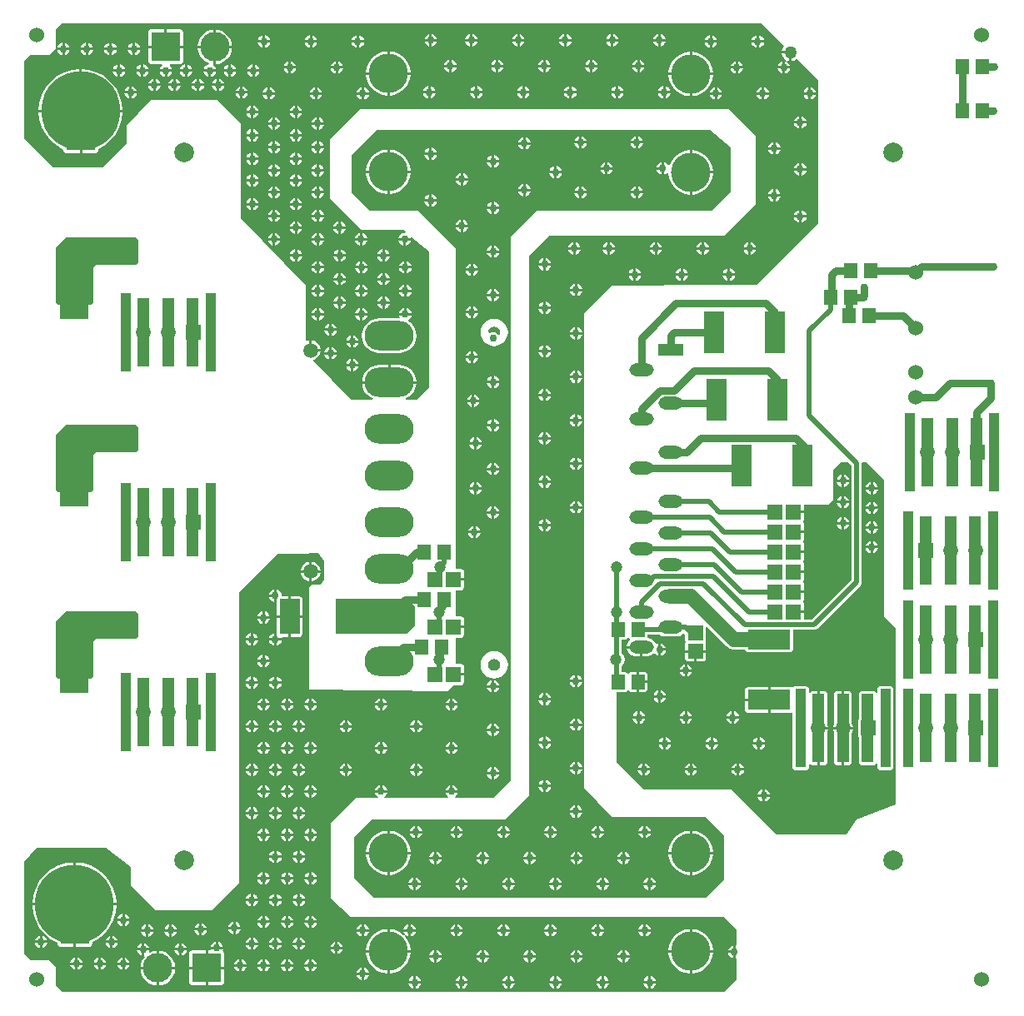
<source format=gbl>
G04 Layer_Physical_Order=2*
G04 Layer_Color=16711680*
%FSLAX25Y25*%
%MOIN*%
G70*
G01*
G75*
%ADD11R,0.05905X0.06299*%
%ADD12R,0.05512X0.05905*%
%ADD13R,0.06299X0.05905*%
%ADD17R,0.07874X0.13976*%
%ADD19R,0.08071X0.17126*%
%ADD22C,0.02000*%
%ADD23C,0.03000*%
%ADD25C,0.06000*%
%ADD28R,0.05905X0.05905*%
%ADD29C,0.05905*%
%ADD30R,0.11811X0.11811*%
%ADD31C,0.11811*%
%ADD32R,0.11811X0.11811*%
%ADD33C,0.06000*%
%ADD34O,0.19685X0.11811*%
%ADD35O,0.09842X0.05118*%
%ADD36R,0.09842X0.05118*%
%ADD37C,0.04724*%
%ADD38C,0.15748*%
%ADD39C,0.31496*%
%ADD40C,0.07874*%
%ADD41C,0.03000*%
%ADD42C,0.02362*%
%ADD43C,0.05000*%
%ADD44R,0.04331X0.31496*%
%ADD45R,0.04882X0.27559*%
%ADD46R,0.17126X0.08071*%
G36*
X39500Y222079D02*
X40500Y221079D01*
Y212079D01*
X39500Y211079D01*
X23500Y211079D01*
X22500Y210079D01*
X22500Y196079D01*
X21500Y195079D01*
X8500Y195079D01*
X7500Y196079D01*
X7500Y218079D01*
X11500Y222079D01*
X39500Y222079D01*
D02*
G37*
G36*
Y147157D02*
X40500Y146158D01*
Y137157D01*
X39500Y136157D01*
X23500Y136158D01*
X22500Y135158D01*
X22500Y121157D01*
X21500Y120157D01*
X8500Y120158D01*
X7500Y121157D01*
X7500Y143157D01*
X11500Y147158D01*
X39500Y147157D01*
D02*
G37*
G36*
X339000Y199896D02*
X339000Y145000D01*
X343500Y140500D01*
X343500Y69813D01*
X328000Y64000D01*
X324000Y58000D01*
X296000D01*
X278000Y76000D01*
X243000Y76000D01*
X232000Y87000D01*
Y114965D01*
X235319D01*
X236084Y115282D01*
X236229Y115632D01*
X236771D01*
X236916Y115282D01*
X237681Y114965D01*
X239937D01*
Y119000D01*
Y123035D01*
X237681D01*
X236916Y122718D01*
X236771Y122368D01*
X236229D01*
X236084Y122718D01*
X235319Y123035D01*
X233905D01*
Y125439D01*
X234078Y125554D01*
X234821Y126666D01*
X235082Y127978D01*
X234821Y129290D01*
X234078Y130402D01*
X233905Y130517D01*
Y135965D01*
X235319D01*
X236084Y136282D01*
X236229Y136632D01*
X236771D01*
X236916Y136282D01*
X237110Y136202D01*
X237159Y135704D01*
X236872Y135512D01*
X236085Y134335D01*
X235909Y133447D01*
X241800D01*
Y132947D01*
X242300D01*
Y129318D01*
X244162D01*
X245551Y129594D01*
X246691Y130356D01*
X246844Y130416D01*
X247252D01*
X247398Y130198D01*
X248224Y129645D01*
X248700Y129551D01*
Y132000D01*
Y134450D01*
X248224Y134355D01*
X247935Y134161D01*
X247515Y134335D01*
X246728Y135512D01*
X245551Y136299D01*
X244586Y136491D01*
X244275Y137047D01*
Y137961D01*
X249111D01*
X249848Y137468D01*
X251237Y137192D01*
X255961D01*
X257350Y137468D01*
X258527Y138254D01*
X259069Y138203D01*
X259268Y138021D01*
Y135787D01*
X259585Y135022D01*
X259585Y134978D01*
X259268Y134213D01*
Y131760D01*
X267732D01*
Y134213D01*
X267415Y134978D01*
X267415Y135022D01*
X267732Y135787D01*
Y140847D01*
X268194Y141038D01*
X276010Y133222D01*
X276010Y133222D01*
X277333Y132338D01*
X278894Y132028D01*
X283372D01*
X283672Y131306D01*
X284437Y130989D01*
X301563D01*
X302328Y131306D01*
X302645Y132071D01*
Y139811D01*
X310850D01*
X311631Y139966D01*
X312292Y140409D01*
X329442Y157558D01*
X329884Y158220D01*
X330039Y159000D01*
X330039Y159000D01*
Y206500D01*
X330017Y206613D01*
X330334Y207000D01*
X331896D01*
X339000Y199896D01*
D02*
G37*
G36*
X39500Y297000D02*
X40500Y296000D01*
Y287000D01*
X39500Y286000D01*
X23500Y286000D01*
X22500Y285000D01*
X22500Y271000D01*
X21500Y270000D01*
X8500Y270000D01*
X7500Y271000D01*
X7500Y293000D01*
X11500Y297000D01*
X39500Y297000D01*
D02*
G37*
G36*
X325961Y205655D02*
Y159845D01*
X310006Y143890D01*
X306775D01*
Y146500D01*
X302740D01*
Y147500D01*
X306775D01*
Y150150D01*
X306458Y150915D01*
X306458Y151085D01*
X306775Y151850D01*
Y154500D01*
X302740D01*
Y155500D01*
X306775D01*
Y158150D01*
X306458Y158915D01*
X306458Y159085D01*
X306775Y159850D01*
Y162500D01*
X302740D01*
Y163500D01*
X306775D01*
Y166150D01*
X306458Y166915D01*
X306458Y167085D01*
X306775Y167850D01*
Y170500D01*
X302740D01*
Y171500D01*
X306775D01*
Y174150D01*
X306458Y174915D01*
X306458Y175085D01*
X306775Y175850D01*
Y178500D01*
X302740D01*
Y179500D01*
X306775D01*
Y182150D01*
X306458Y182915D01*
X306458Y183085D01*
X306775Y183850D01*
Y186500D01*
X302740D01*
Y187500D01*
X306775D01*
Y190000D01*
X316500D01*
X318500Y192000D01*
X318500Y204000D01*
X321500Y207000D01*
X324616D01*
X325961Y205655D01*
D02*
G37*
G36*
X298961Y373539D02*
X298187Y372381D01*
X298015Y371516D01*
X301484D01*
Y371016D01*
X301984D01*
Y367547D01*
X302850Y367719D01*
X304008Y368492D01*
X312500Y360000D01*
X312500Y302500D01*
X288052Y278052D01*
X251608D01*
X251409Y277970D01*
X251194D01*
X250470Y277670D01*
X250318Y277518D01*
X250274Y277500D01*
X230000Y277500D01*
X219000Y266500D01*
Y147518D01*
X218948Y147392D01*
Y147000D01*
Y130500D01*
Y130108D01*
X219000Y129982D01*
Y76751D01*
X230000Y65000D01*
X267500Y65000D01*
X275000Y57500D01*
X275000Y40000D01*
X268050Y32500D01*
X135000Y32500D01*
X127000Y40500D01*
X127000Y56816D01*
X134184Y64000D01*
X187100Y64000D01*
X196800Y73700D01*
Y119300D01*
Y289300D01*
X205000Y297500D01*
X275000Y297500D01*
X287500Y310000D01*
X287500Y337500D01*
X276800Y348200D01*
X248200Y348200D01*
X129322Y348200D01*
X117300Y336178D01*
Y312601D01*
X130065Y300000D01*
X146600Y300000D01*
X147590Y299161D01*
X147365Y298696D01*
X147100Y298749D01*
X146124Y298555D01*
X145298Y298002D01*
X144745Y297176D01*
X144650Y296700D01*
X149549D01*
X149515Y296874D01*
X149971Y297143D01*
X156800Y291356D01*
X156800Y236800D01*
X152052Y232052D01*
X147593D01*
X147493Y232552D01*
X148377Y232918D01*
X149820Y234025D01*
X150926Y235468D01*
X151622Y237148D01*
X151794Y238450D01*
X140957D01*
X130121D01*
X130293Y237148D01*
X130989Y235468D01*
X132095Y234025D01*
X133538Y232918D01*
X134422Y232552D01*
X134322Y232052D01*
X125464D01*
X110477Y247499D01*
X110626Y247976D01*
X111042Y248059D01*
X112350Y248933D01*
X113223Y250240D01*
X113431Y251283D01*
X109500D01*
Y251783D01*
X109000D01*
Y255713D01*
X108065Y255527D01*
X107565Y255799D01*
Y277500D01*
X81500Y304500D01*
Y342500D01*
X72000Y352000D01*
X45500D01*
X36000Y341526D01*
Y334500D01*
X26500Y325000D01*
X6497Y325000D01*
X-5000Y336497D01*
X-5000Y367500D01*
X-2500Y370000D01*
X5000Y370000D01*
X7508Y372508D01*
X7496Y379996D01*
X10000Y382500D01*
X290000Y382500D01*
X298961Y373539D01*
D02*
G37*
G36*
X277500Y332860D02*
Y315000D01*
X270000Y307500D01*
X200000Y307500D01*
X189600Y297100D01*
X189600Y124600D01*
X189600Y79600D01*
X182500Y72500D01*
X167259D01*
X167107Y73000D01*
X167702Y73398D01*
X168255Y74225D01*
X168350Y74700D01*
X163451D01*
X163545Y74225D01*
X164098Y73398D01*
X164693Y73000D01*
X164541Y72500D01*
X139059D01*
X138907Y73000D01*
X139502Y73398D01*
X140055Y74225D01*
X140149Y74700D01*
X135250D01*
X135345Y74225D01*
X135898Y73398D01*
X136493Y73000D01*
X136341Y72500D01*
X127500D01*
X117500Y62500D01*
Y32273D01*
X125500Y25000D01*
X275000Y25000D01*
X280000Y20000D01*
Y13860D01*
X279500Y13450D01*
Y11000D01*
Y8551D01*
D01*
X280000Y8140D01*
Y0D01*
X275000Y-5000D01*
X97500D01*
X10000Y-5000D01*
X7500Y-2500D01*
Y5000D01*
X5000Y7500D01*
X-2500Y7500D01*
X-5000Y10000D01*
X-5000Y46976D01*
X56Y52500D01*
X27500D01*
X37500Y45000D01*
Y37500D01*
X47500Y27500D01*
X70000Y27500D01*
X80800Y38300D01*
Y154750D01*
X96129Y170400D01*
X104900Y170400D01*
X112500Y170500D01*
X115000Y167467D01*
Y160000D01*
X113500Y158000D01*
X110000D01*
X109000Y157000D01*
X109000Y115976D01*
X164300Y115300D01*
X166768Y117768D01*
X169693D01*
X170458Y118085D01*
X170775Y118850D01*
Y121500D01*
X166740D01*
Y122500D01*
X170775D01*
Y125150D01*
X170458Y125915D01*
X169693Y126232D01*
X167647D01*
Y136768D01*
X169693D01*
X170458Y137085D01*
X170775Y137850D01*
Y140500D01*
X166740D01*
Y141500D01*
X170775D01*
Y144150D01*
X170458Y144915D01*
X169693Y145232D01*
X167647D01*
Y155768D01*
X169693D01*
X170458Y156085D01*
X170775Y156850D01*
Y159500D01*
X166740D01*
Y160500D01*
X170775D01*
Y163150D01*
X170458Y163915D01*
X169693Y164232D01*
X167647D01*
X167647Y292353D01*
X152500Y307500D01*
X133300Y307500D01*
X125800Y315000D01*
X125800Y330000D01*
X135800Y340000D01*
X269159Y340000D01*
X277500Y332860D01*
D02*
G37*
G36*
X148181Y152200D02*
X151381Y149000D01*
X151381Y141800D01*
X147781Y138200D01*
X119781Y138200D01*
Y152200D01*
X148181Y152200D01*
D02*
G37*
%LPC*%
G36*
X288300Y93900D02*
X286350D01*
X286445Y93424D01*
X286998Y92598D01*
X287825Y92045D01*
X288300Y91951D01*
Y93900D01*
D02*
G37*
G36*
X272449D02*
X270500D01*
Y91951D01*
X270975Y92045D01*
X271802Y92598D01*
X272355Y93424D01*
X272449Y93900D01*
D02*
G37*
G36*
X291249D02*
X289300D01*
Y91951D01*
X289775Y92045D01*
X290602Y92598D01*
X291155Y93424D01*
X291249Y93900D01*
D02*
G37*
G36*
X250700D02*
X248750D01*
X248845Y93424D01*
X249398Y92598D01*
X250224Y92045D01*
X250700Y91951D01*
Y93900D01*
D02*
G37*
G36*
X269500D02*
X267550D01*
X267645Y93424D01*
X268198Y92598D01*
X269024Y92045D01*
X269500Y91951D01*
Y93900D01*
D02*
G37*
G36*
X253649D02*
X251700D01*
Y91951D01*
X252175Y92045D01*
X253002Y92598D01*
X253555Y93424D01*
X253649Y93900D01*
D02*
G37*
G36*
X316431Y100000D02*
X313158D01*
Y85638D01*
X315098D01*
X315864Y85955D01*
X316181Y86721D01*
Y98894D01*
X316223Y98958D01*
X316431Y100000D01*
D02*
G37*
G36*
X322000D02*
X318569D01*
X318777Y98958D01*
X318977Y98658D01*
Y86721D01*
X319294Y85955D01*
X320059Y85638D01*
X322000D01*
Y100000D01*
D02*
G37*
G36*
X261100Y86449D02*
X260625Y86355D01*
X259798Y85802D01*
X259245Y84975D01*
X259151Y84500D01*
X261100D01*
Y86449D01*
D02*
G37*
G36*
X280900D02*
Y84500D01*
X282850D01*
X282755Y84975D01*
X282202Y85802D01*
X281376Y86355D01*
X280900Y86449D01*
D02*
G37*
G36*
X279900D02*
X279425Y86355D01*
X278598Y85802D01*
X278045Y84975D01*
X277951Y84500D01*
X279900D01*
Y86449D01*
D02*
G37*
G36*
X262100D02*
Y84500D01*
X264050D01*
X263955Y84975D01*
X263402Y85802D01*
X262576Y86355D01*
X262100Y86449D01*
D02*
G37*
G36*
X326431Y100000D02*
X323000D01*
Y85638D01*
X324941D01*
X325706Y85955D01*
X326023Y86721D01*
Y98658D01*
X326223Y98958D01*
X326431Y100000D01*
D02*
G37*
G36*
X242300Y86449D02*
X241825Y86355D01*
X240998Y85802D01*
X240445Y84975D01*
X240351Y84500D01*
X242300D01*
Y86449D01*
D02*
G37*
G36*
X243300D02*
Y84500D01*
X245250D01*
X245155Y84975D01*
X244602Y85802D01*
X243776Y86355D01*
X243300Y86449D01*
D02*
G37*
G36*
X324941Y115362D02*
X323000D01*
Y101000D01*
X326431D01*
X326223Y102042D01*
X326023Y102342D01*
Y114279D01*
X325706Y115045D01*
X324941Y115362D01*
D02*
G37*
G36*
X322000D02*
X320059D01*
X319294Y115045D01*
X318977Y114279D01*
Y102342D01*
X318777Y102042D01*
X318569Y101000D01*
X322000D01*
Y115362D01*
D02*
G37*
G36*
X315098D02*
X313158D01*
Y101000D01*
X316431D01*
X316223Y102042D01*
X316181Y102106D01*
Y114279D01*
X315864Y115045D01*
X315098Y115362D01*
D02*
G37*
G36*
X289300Y96850D02*
Y94900D01*
X291249D01*
X291155Y95376D01*
X290602Y96202D01*
X289775Y96755D01*
X289300Y96850D01*
D02*
G37*
G36*
X288300D02*
X287825Y96755D01*
X286998Y96202D01*
X286445Y95376D01*
X286350Y94900D01*
X288300D01*
Y96850D01*
D02*
G37*
G36*
X251700D02*
Y94900D01*
X253649D01*
X253555Y95376D01*
X253002Y96202D01*
X252175Y96755D01*
X251700Y96850D01*
D02*
G37*
G36*
X250700D02*
X250224Y96755D01*
X249398Y96202D01*
X248845Y95376D01*
X248750Y94900D01*
X250700D01*
Y96850D01*
D02*
G37*
G36*
X270500D02*
Y94900D01*
X272449D01*
X272355Y95376D01*
X271802Y96202D01*
X270975Y96755D01*
X270500Y96850D01*
D02*
G37*
G36*
X269500D02*
X269024Y96755D01*
X268198Y96202D01*
X267645Y95376D01*
X267550Y94900D01*
X269500D01*
Y96850D01*
D02*
G37*
G36*
X293250Y73100D02*
X291300D01*
Y71150D01*
X291775Y71245D01*
X292602Y71798D01*
X293155Y72624D01*
X293250Y73100D01*
D02*
G37*
G36*
X290300D02*
X288351D01*
X288445Y72624D01*
X288998Y71798D01*
X289825Y71245D01*
X290300Y71150D01*
Y73100D01*
D02*
G37*
G36*
X291300Y76050D02*
Y74100D01*
X293250D01*
X293155Y74576D01*
X292602Y75402D01*
X291775Y75955D01*
X291300Y76050D01*
D02*
G37*
G36*
X290300D02*
X289825Y75955D01*
X288998Y75402D01*
X288445Y74576D01*
X288351Y74100D01*
X290300D01*
Y76050D01*
D02*
G37*
G36*
X264050Y83500D02*
X262100D01*
Y81551D01*
X262576Y81645D01*
X263402Y82198D01*
X263955Y83025D01*
X264050Y83500D01*
D02*
G37*
G36*
X261100D02*
X259151D01*
X259245Y83025D01*
X259798Y82198D01*
X260625Y81645D01*
X261100Y81551D01*
Y83500D01*
D02*
G37*
G36*
X282850D02*
X280900D01*
Y81551D01*
X281376Y81645D01*
X282202Y82198D01*
X282755Y83025D01*
X282850Y83500D01*
D02*
G37*
G36*
X279900D02*
X277951D01*
X278045Y83025D01*
X278598Y82198D01*
X279425Y81645D01*
X279900Y81551D01*
Y83500D01*
D02*
G37*
G36*
X245250D02*
X243300D01*
Y81551D01*
X243776Y81645D01*
X244602Y82198D01*
X245155Y83025D01*
X245250Y83500D01*
D02*
G37*
G36*
X242300D02*
X240351D01*
X240445Y83025D01*
X240998Y82198D01*
X241825Y81645D01*
X242300Y81551D01*
Y83500D01*
D02*
G37*
G36*
X336450Y172500D02*
X334500D01*
Y170551D01*
X334976Y170645D01*
X335802Y171198D01*
X336355Y172025D01*
X336450Y172500D01*
D02*
G37*
G36*
X333500D02*
X331551D01*
X331645Y172025D01*
X332198Y171198D01*
X333025Y170645D01*
X333500Y170551D01*
Y172500D01*
D02*
G37*
G36*
X334500Y175450D02*
Y173500D01*
X336450D01*
X336355Y173976D01*
X335802Y174802D01*
X334976Y175355D01*
X334500Y175450D01*
D02*
G37*
G36*
X333500D02*
X333025Y175355D01*
X332198Y174802D01*
X331645Y173976D01*
X331551Y173500D01*
X333500D01*
Y175450D01*
D02*
G37*
G36*
X267732Y130760D02*
X264000D01*
Y127225D01*
X266650D01*
X267415Y127542D01*
X267732Y128307D01*
Y130760D01*
D02*
G37*
G36*
X263000D02*
X259268D01*
Y128307D01*
X259585Y127542D01*
X260350Y127225D01*
X263000D01*
Y130760D01*
D02*
G37*
G36*
X259100Y126049D02*
X258625Y125955D01*
X257798Y125402D01*
X257245Y124575D01*
X257151Y124100D01*
X259100D01*
Y126049D01*
D02*
G37*
G36*
X262050Y123100D02*
X260100D01*
Y121151D01*
X260576Y121245D01*
X261402Y121798D01*
X261955Y122625D01*
X262050Y123100D01*
D02*
G37*
G36*
X260100Y126049D02*
Y124100D01*
X262050D01*
X261955Y124575D01*
X261402Y125402D01*
X260576Y125955D01*
X260100Y126049D01*
D02*
G37*
G36*
X251649Y131500D02*
X249700D01*
Y129551D01*
X250175Y129645D01*
X251002Y130198D01*
X251555Y131025D01*
X251649Y131500D01*
D02*
G37*
G36*
X241300Y132447D02*
X235909D01*
X236085Y131558D01*
X236872Y130380D01*
X238049Y129594D01*
X239438Y129318D01*
X241300D01*
Y132447D01*
D02*
G37*
G36*
X249700Y134450D02*
Y132500D01*
X251649D01*
X251555Y132975D01*
X251002Y133802D01*
X250175Y134355D01*
X249700Y134450D01*
D02*
G37*
G36*
X334500Y191116D02*
Y189167D01*
X336450D01*
X336355Y189642D01*
X335802Y190469D01*
X334976Y191022D01*
X334500Y191116D01*
D02*
G37*
G36*
X333500D02*
X333025Y191022D01*
X332198Y190469D01*
X331645Y189642D01*
X331551Y189167D01*
X333500D01*
Y191116D01*
D02*
G37*
G36*
X336450Y188167D02*
X334500D01*
Y186217D01*
X334976Y186312D01*
X335802Y186864D01*
X336355Y187691D01*
X336450Y188167D01*
D02*
G37*
G36*
Y196000D02*
X334500D01*
Y194051D01*
X334976Y194145D01*
X335802Y194698D01*
X336355Y195525D01*
X336450Y196000D01*
D02*
G37*
G36*
X333500D02*
X331551D01*
X331645Y195525D01*
X332198Y194698D01*
X333025Y194145D01*
X333500Y194051D01*
Y196000D01*
D02*
G37*
G36*
Y188167D02*
X331551D01*
X331645Y187691D01*
X332198Y186864D01*
X333025Y186312D01*
X333500Y186217D01*
Y188167D01*
D02*
G37*
G36*
X336450Y180333D02*
X334500D01*
Y178384D01*
X334976Y178478D01*
X335802Y179031D01*
X336355Y179858D01*
X336450Y180333D01*
D02*
G37*
G36*
X333500D02*
X331551D01*
X331645Y179858D01*
X332198Y179031D01*
X333025Y178478D01*
X333500Y178384D01*
Y180333D01*
D02*
G37*
G36*
Y183283D02*
X333025Y183188D01*
X332198Y182636D01*
X331645Y181809D01*
X331551Y181333D01*
X333500D01*
Y183283D01*
D02*
G37*
G36*
X334500D02*
Y181333D01*
X336450D01*
X336355Y181809D01*
X335802Y182636D01*
X334976Y183188D01*
X334500Y183283D01*
D02*
G37*
G36*
X277900Y107249D02*
X277425Y107155D01*
X276598Y106602D01*
X276045Y105775D01*
X275951Y105300D01*
X277900D01*
Y107249D01*
D02*
G37*
G36*
X260100D02*
Y105300D01*
X262050D01*
X261955Y105775D01*
X261402Y106602D01*
X260576Y107155D01*
X260100Y107249D01*
D02*
G37*
G36*
X292500Y111394D02*
X283355D01*
Y107858D01*
X283672Y107093D01*
X284437Y106776D01*
X292500D01*
Y111394D01*
D02*
G37*
G36*
X278900Y107249D02*
Y105300D01*
X280850D01*
X280755Y105775D01*
X280202Y106602D01*
X279376Y107155D01*
X278900Y107249D01*
D02*
G37*
G36*
X259100D02*
X258625Y107155D01*
X257798Y106602D01*
X257245Y105775D01*
X257151Y105300D01*
X259100D01*
Y107249D01*
D02*
G37*
G36*
X240300Y104300D02*
X238351D01*
X238445Y103824D01*
X238998Y102998D01*
X239825Y102445D01*
X240300Y102350D01*
Y104300D01*
D02*
G37*
G36*
X241300Y107249D02*
Y105300D01*
X243250D01*
X243155Y105775D01*
X242602Y106602D01*
X241775Y107155D01*
X241300Y107249D01*
D02*
G37*
G36*
X240300D02*
X239825Y107155D01*
X238998Y106602D01*
X238445Y105775D01*
X238351Y105300D01*
X240300D01*
Y107249D01*
D02*
G37*
G36*
X280850Y104300D02*
X278900D01*
Y102350D01*
X279376Y102445D01*
X280202Y102998D01*
X280755Y103824D01*
X280850Y104300D01*
D02*
G37*
G36*
X259100D02*
X257151D01*
X257245Y103824D01*
X257798Y102998D01*
X258625Y102445D01*
X259100Y102350D01*
Y104300D01*
D02*
G37*
G36*
X243250D02*
X241300D01*
Y102350D01*
X241775Y102445D01*
X242602Y102998D01*
X243155Y103824D01*
X243250Y104300D01*
D02*
G37*
G36*
X277900D02*
X275951D01*
X276045Y103824D01*
X276598Y102998D01*
X277425Y102445D01*
X277900Y102350D01*
Y104300D01*
D02*
G37*
G36*
X262050D02*
X260100D01*
Y102350D01*
X260576Y102445D01*
X261402Y102998D01*
X261955Y103824D01*
X262050Y104300D01*
D02*
G37*
G36*
X307716Y117330D02*
X303386D01*
X302621Y117013D01*
X302003Y116829D01*
X301563Y117011D01*
X293500D01*
Y111894D01*
Y106776D01*
X301563D01*
X301888Y106910D01*
X302303Y106633D01*
Y84752D01*
X302621Y83987D01*
X303386Y83670D01*
X307716D01*
X308482Y83987D01*
X308799Y84752D01*
Y86223D01*
X309299Y86323D01*
X309451Y85955D01*
X310216Y85638D01*
X312158D01*
Y100500D01*
Y115362D01*
X310216D01*
X309451Y115045D01*
X309299Y114677D01*
X308799Y114777D01*
Y116248D01*
X308482Y117013D01*
X307716Y117330D01*
D02*
G37*
G36*
X259100Y123100D02*
X257151D01*
X257245Y122625D01*
X257798Y121798D01*
X258625Y121245D01*
X259100Y121151D01*
Y123100D01*
D02*
G37*
G36*
X243193Y123035D02*
X240937D01*
Y119500D01*
X244275D01*
Y121953D01*
X243958Y122718D01*
X243193Y123035D01*
D02*
G37*
G36*
X244275Y118500D02*
X240937D01*
Y114965D01*
X243193D01*
X243958Y115282D01*
X244275Y116047D01*
Y118500D01*
D02*
G37*
G36*
X248700Y112700D02*
X246750D01*
X246845Y112224D01*
X247398Y111398D01*
X248224Y110845D01*
X248700Y110750D01*
Y112700D01*
D02*
G37*
G36*
X341614Y117330D02*
X337283D01*
X336518Y117013D01*
X336201Y116248D01*
Y114777D01*
X335701Y114677D01*
X335549Y115045D01*
X334784Y115362D01*
X329902D01*
X329136Y115045D01*
X328819Y114279D01*
Y104234D01*
X328782Y104218D01*
X328465Y103453D01*
Y97547D01*
X328782Y96782D01*
X328819Y96766D01*
Y86721D01*
X329136Y85955D01*
X329902Y85638D01*
X334784D01*
X335549Y85955D01*
X335701Y86323D01*
X336201Y86223D01*
Y84752D01*
X336518Y83987D01*
X337283Y83670D01*
X341614D01*
X342379Y83987D01*
X342697Y84752D01*
Y116248D01*
X342379Y117013D01*
X341614Y117330D01*
D02*
G37*
G36*
X249700Y115649D02*
Y113700D01*
X251649D01*
X251555Y114175D01*
X251002Y115002D01*
X250175Y115555D01*
X249700Y115649D01*
D02*
G37*
G36*
X248700D02*
X248224Y115555D01*
X247398Y115002D01*
X246845Y114175D01*
X246750Y113700D01*
X248700D01*
Y115649D01*
D02*
G37*
G36*
X292500Y117011D02*
X284437D01*
X283672Y116694D01*
X283355Y115929D01*
Y112394D01*
X292500D01*
Y117011D01*
D02*
G37*
G36*
X251649Y112700D02*
X249700D01*
Y110750D01*
X250175Y110845D01*
X251002Y111398D01*
X251555Y112224D01*
X251649Y112700D01*
D02*
G37*
G36*
X334500Y198950D02*
Y197000D01*
X336450D01*
X336355Y197475D01*
X335802Y198302D01*
X334976Y198855D01*
X334500Y198950D01*
D02*
G37*
G36*
X333500D02*
X333025Y198855D01*
X332198Y198302D01*
X331645Y197475D01*
X331551Y197000D01*
X333500D01*
Y198950D01*
D02*
G37*
G36*
X324950Y190500D02*
X323000D01*
Y188550D01*
X323476Y188645D01*
X324302Y189198D01*
X324855Y190024D01*
X324950Y190500D01*
D02*
G37*
G36*
X322000D02*
X320051D01*
X320145Y190024D01*
X320698Y189198D01*
X321525Y188645D01*
X322000Y188550D01*
Y190500D01*
D02*
G37*
G36*
X323000Y193449D02*
Y191500D01*
X324950D01*
X324855Y191975D01*
X324302Y192802D01*
X323476Y193355D01*
X323000Y193449D01*
D02*
G37*
G36*
X322000D02*
X321525Y193355D01*
X320698Y192802D01*
X320145Y191975D01*
X320051Y191500D01*
X322000D01*
Y193449D01*
D02*
G37*
G36*
Y182000D02*
X320051D01*
X320145Y181525D01*
X320698Y180698D01*
X321525Y180145D01*
X322000Y180051D01*
Y182000D01*
D02*
G37*
G36*
X323000Y184950D02*
Y183000D01*
X324950D01*
X324855Y183475D01*
X324302Y184302D01*
X323476Y184855D01*
X323000Y184950D01*
D02*
G37*
G36*
X322000D02*
X321525Y184855D01*
X320698Y184302D01*
X320145Y183475D01*
X320051Y183000D01*
X322000D01*
Y184950D01*
D02*
G37*
G36*
X324950Y182000D02*
X323000D01*
Y180051D01*
X323476Y180145D01*
X324302Y180698D01*
X324855Y181525D01*
X324950Y182000D01*
D02*
G37*
G36*
Y199000D02*
X323000D01*
Y197050D01*
X323476Y197145D01*
X324302Y197698D01*
X324855Y198524D01*
X324950Y199000D01*
D02*
G37*
G36*
X322000Y201950D02*
X321525Y201855D01*
X320698Y201302D01*
X320145Y200476D01*
X320051Y200000D01*
X322000D01*
Y201950D01*
D02*
G37*
G36*
Y199000D02*
X320051D01*
X320145Y198524D01*
X320698Y197698D01*
X321525Y197145D01*
X322000Y197050D01*
Y199000D01*
D02*
G37*
G36*
X323000Y201950D02*
Y200000D01*
X324950D01*
X324855Y200476D01*
X324302Y201302D01*
X323476Y201855D01*
X323000Y201950D01*
D02*
G37*
G36*
X202645Y94245D02*
X200695D01*
X200790Y93770D01*
X201343Y92943D01*
X202170Y92391D01*
X202645Y92296D01*
Y94245D01*
D02*
G37*
G36*
X216145Y86995D02*
Y85045D01*
X218095D01*
X218000Y85521D01*
X217447Y86348D01*
X216620Y86901D01*
X216145Y86995D01*
D02*
G37*
G36*
X215145D02*
X214670Y86901D01*
X213843Y86348D01*
X213290Y85521D01*
X213195Y85045D01*
X215145D01*
Y86995D01*
D02*
G37*
G36*
X205595Y94245D02*
X203645D01*
Y92296D01*
X204120Y92391D01*
X204947Y92943D01*
X205500Y93770D01*
X205595Y94245D01*
D02*
G37*
G36*
X215145Y101445D02*
X213195D01*
X213290Y100970D01*
X213843Y100143D01*
X214670Y99591D01*
X215145Y99496D01*
Y101445D01*
D02*
G37*
G36*
X218095D02*
X216145D01*
Y99496D01*
X216620Y99591D01*
X217447Y100143D01*
X218000Y100970D01*
X218095Y101445D01*
D02*
G37*
G36*
X202645Y97195D02*
X202170Y97101D01*
X201343Y96548D01*
X200790Y95721D01*
X200695Y95245D01*
X202645D01*
Y97195D01*
D02*
G37*
G36*
X203645D02*
Y95245D01*
X205595D01*
X205500Y95721D01*
X204947Y96548D01*
X204120Y97101D01*
X203645Y97195D01*
D02*
G37*
G36*
X216145Y69595D02*
Y67646D01*
X218095D01*
X218000Y68121D01*
X217447Y68948D01*
X216620Y69500D01*
X216145Y69595D01*
D02*
G37*
G36*
X215145D02*
X214670Y69500D01*
X213843Y68948D01*
X213290Y68121D01*
X213195Y67646D01*
X215145D01*
Y69595D01*
D02*
G37*
G36*
X205595Y76846D02*
X203645D01*
Y74896D01*
X204120Y74991D01*
X204947Y75543D01*
X205500Y76370D01*
X205595Y76846D01*
D02*
G37*
G36*
X202645D02*
X200695D01*
X200790Y76370D01*
X201343Y75543D01*
X202170Y74991D01*
X202645Y74896D01*
Y76846D01*
D02*
G37*
G36*
X243600Y61420D02*
Y59470D01*
X245550D01*
X245455Y59945D01*
X244902Y60773D01*
X244075Y61325D01*
X243600Y61420D01*
D02*
G37*
G36*
X242600D02*
X242125Y61325D01*
X241298Y60773D01*
X240745Y59945D01*
X240651Y59470D01*
X242600D01*
Y61420D01*
D02*
G37*
G36*
X224800D02*
Y59470D01*
X226749D01*
X226655Y59945D01*
X226102Y60773D01*
X225275Y61325D01*
X224800Y61420D01*
D02*
G37*
G36*
X205000D02*
X204524Y61325D01*
X203698Y60773D01*
X203145Y59945D01*
X203050Y59470D01*
X205000D01*
Y61420D01*
D02*
G37*
G36*
X187200D02*
Y59470D01*
X189149D01*
X189055Y59945D01*
X188502Y60773D01*
X187675Y61325D01*
X187200Y61420D01*
D02*
G37*
G36*
X223800D02*
X223324Y61325D01*
X222498Y60773D01*
X221945Y59945D01*
X221850Y59470D01*
X223800D01*
Y61420D01*
D02*
G37*
G36*
X206000D02*
Y59470D01*
X207949D01*
X207855Y59945D01*
X207302Y60773D01*
X206475Y61325D01*
X206000Y61420D01*
D02*
G37*
G36*
X218095Y66645D02*
X216145D01*
Y64696D01*
X216620Y64791D01*
X217447Y65343D01*
X218000Y66170D01*
X218095Y66645D01*
D02*
G37*
G36*
X215145D02*
X213195D01*
X213290Y66170D01*
X213843Y65343D01*
X214670Y64791D01*
X215145Y64696D01*
Y66645D01*
D02*
G37*
G36*
X218095Y84045D02*
X216145D01*
Y82096D01*
X216620Y82191D01*
X217447Y82743D01*
X218000Y83570D01*
X218095Y84045D01*
D02*
G37*
G36*
X215145D02*
X213195D01*
X213290Y83570D01*
X213843Y82743D01*
X214670Y82191D01*
X215145Y82096D01*
Y84045D01*
D02*
G37*
G36*
X202645Y79795D02*
X202170Y79700D01*
X201343Y79148D01*
X200790Y78321D01*
X200695Y77846D01*
X202645D01*
Y79795D01*
D02*
G37*
G36*
X203645D02*
Y77846D01*
X205595D01*
X205500Y78321D01*
X204947Y79148D01*
X204120Y79700D01*
X203645Y79795D01*
D02*
G37*
G36*
X215145Y188445D02*
X213195D01*
X213290Y187970D01*
X213843Y187143D01*
X214670Y186591D01*
X215145Y186496D01*
Y188445D01*
D02*
G37*
G36*
X218095D02*
X216145D01*
Y186496D01*
X216620Y186591D01*
X217447Y187143D01*
X218000Y187970D01*
X218095Y188445D01*
D02*
G37*
G36*
X202645Y198645D02*
X200695D01*
X200790Y198170D01*
X201343Y197343D01*
X202170Y196791D01*
X202645Y196696D01*
Y198645D01*
D02*
G37*
G36*
X216145Y191395D02*
Y189445D01*
X218095D01*
X218000Y189921D01*
X217447Y190748D01*
X216620Y191300D01*
X216145Y191395D01*
D02*
G37*
G36*
X215145D02*
X214670Y191300D01*
X213843Y190748D01*
X213290Y189921D01*
X213195Y189445D01*
X215145D01*
Y191395D01*
D02*
G37*
G36*
X205595Y181246D02*
X203645D01*
Y179296D01*
X204120Y179391D01*
X204947Y179943D01*
X205500Y180770D01*
X205595Y181246D01*
D02*
G37*
G36*
X202645D02*
X200695D01*
X200790Y180770D01*
X201343Y179943D01*
X202170Y179391D01*
X202645Y179296D01*
Y181246D01*
D02*
G37*
G36*
X203645Y184195D02*
Y182246D01*
X205595D01*
X205500Y182721D01*
X204947Y183548D01*
X204120Y184100D01*
X203645Y184195D01*
D02*
G37*
G36*
X202645D02*
X202170Y184100D01*
X201343Y183548D01*
X200790Y182721D01*
X200695Y182246D01*
X202645D01*
Y184195D01*
D02*
G37*
G36*
X205595Y111645D02*
X203645D01*
Y109696D01*
X204120Y109791D01*
X204947Y110343D01*
X205500Y111170D01*
X205595Y111645D01*
D02*
G37*
G36*
X202645D02*
X200695D01*
X200790Y111170D01*
X201343Y110343D01*
X202170Y109791D01*
X202645Y109696D01*
Y111645D01*
D02*
G37*
G36*
X216145Y104395D02*
Y102445D01*
X218095D01*
X218000Y102921D01*
X217447Y103748D01*
X216620Y104300D01*
X216145Y104395D01*
D02*
G37*
G36*
X215145D02*
X214670Y104300D01*
X213843Y103748D01*
X213290Y102921D01*
X213195Y102445D01*
X215145D01*
Y104395D01*
D02*
G37*
G36*
X218095Y118845D02*
X216145D01*
Y116896D01*
X216620Y116991D01*
X217447Y117543D01*
X218000Y118370D01*
X218095Y118845D01*
D02*
G37*
G36*
X215145D02*
X213195D01*
X213290Y118370D01*
X213843Y117543D01*
X214670Y116991D01*
X215145Y116896D01*
Y118845D01*
D02*
G37*
G36*
X216145Y121795D02*
Y119845D01*
X218095D01*
X218000Y120321D01*
X217447Y121148D01*
X216620Y121701D01*
X216145Y121795D01*
D02*
G37*
G36*
X215145D02*
X214670Y121701D01*
X213843Y121148D01*
X213290Y120321D01*
X213195Y119845D01*
X215145D01*
Y121795D01*
D02*
G37*
G36*
X203645Y114595D02*
Y112645D01*
X205595D01*
X205500Y113121D01*
X204947Y113948D01*
X204120Y114500D01*
X203645Y114595D01*
D02*
G37*
G36*
X202645D02*
X202170Y114500D01*
X201343Y113948D01*
X200790Y113121D01*
X200695Y112645D01*
X202645D01*
Y114595D01*
D02*
G37*
G36*
X237150Y48070D02*
X235200D01*
Y46121D01*
X235676Y46215D01*
X236502Y46768D01*
X237055Y47595D01*
X237150Y48070D01*
D02*
G37*
G36*
X215400D02*
X213451D01*
X213545Y47595D01*
X214098Y46768D01*
X214925Y46215D01*
X215400Y46121D01*
Y48070D01*
D02*
G37*
G36*
X199549D02*
X197600D01*
Y46121D01*
X198075Y46215D01*
X198902Y46768D01*
X199455Y47595D01*
X199549Y48070D01*
D02*
G37*
G36*
X234200D02*
X232250D01*
X232345Y47595D01*
X232898Y46768D01*
X233724Y46215D01*
X234200Y46121D01*
Y48070D01*
D02*
G37*
G36*
X218350D02*
X216400D01*
Y46121D01*
X216876Y46215D01*
X217702Y46768D01*
X218255Y47595D01*
X218350Y48070D01*
D02*
G37*
G36*
X215400Y51020D02*
X214925Y50925D01*
X214098Y50372D01*
X213545Y49545D01*
X213451Y49070D01*
X215400D01*
Y51020D01*
D02*
G37*
G36*
X197600D02*
Y49070D01*
X199549D01*
X199455Y49545D01*
X198902Y50372D01*
X198075Y50925D01*
X197600Y51020D01*
D02*
G37*
G36*
X234200D02*
X233724Y50925D01*
X232898Y50372D01*
X232345Y49545D01*
X232250Y49070D01*
X234200D01*
Y51020D01*
D02*
G37*
G36*
X216400D02*
Y49070D01*
X218350D01*
X218255Y49545D01*
X217702Y50372D01*
X216876Y50925D01*
X216400Y51020D01*
D02*
G37*
G36*
X196600D02*
X196124Y50925D01*
X195298Y50372D01*
X194745Y49545D01*
X194650Y49070D01*
X196600D01*
Y51020D01*
D02*
G37*
G36*
X160000D02*
Y49070D01*
X161950D01*
X161855Y49545D01*
X161302Y50372D01*
X160476Y50925D01*
X160000Y51020D01*
D02*
G37*
G36*
X159000D02*
X158525Y50925D01*
X157698Y50372D01*
X157145Y49545D01*
X157051Y49070D01*
X159000D01*
Y51020D01*
D02*
G37*
G36*
X178800D02*
Y49070D01*
X180749D01*
X180655Y49545D01*
X180102Y50372D01*
X179276Y50925D01*
X178800Y51020D01*
D02*
G37*
G36*
X177800D02*
X177324Y50925D01*
X176498Y50372D01*
X175945Y49545D01*
X175850Y49070D01*
X177800D01*
Y51020D01*
D02*
G37*
G36*
X196600Y48070D02*
X194650D01*
X194745Y47595D01*
X195298Y46768D01*
X196124Y46215D01*
X196600Y46121D01*
Y48070D01*
D02*
G37*
G36*
X226800Y40620D02*
Y38670D01*
X228749D01*
X228655Y39145D01*
X228102Y39972D01*
X227275Y40525D01*
X226800Y40620D01*
D02*
G37*
G36*
X225800D02*
X225325Y40525D01*
X224498Y39972D01*
X223945Y39145D01*
X223850Y38670D01*
X225800D01*
Y40620D01*
D02*
G37*
G36*
X245600D02*
Y38670D01*
X247550D01*
X247455Y39145D01*
X246902Y39972D01*
X246076Y40525D01*
X245600Y40620D01*
D02*
G37*
G36*
X244600D02*
X244125Y40525D01*
X243298Y39972D01*
X242745Y39145D01*
X242651Y38670D01*
X244600D01*
Y40620D01*
D02*
G37*
G36*
X161950Y48070D02*
X160000D01*
Y46121D01*
X160476Y46215D01*
X161302Y46768D01*
X161855Y47595D01*
X161950Y48070D01*
D02*
G37*
G36*
X159000D02*
X157051D01*
X157145Y47595D01*
X157698Y46768D01*
X158525Y46215D01*
X159000Y46121D01*
Y48070D01*
D02*
G37*
G36*
X180749D02*
X178800D01*
Y46121D01*
X179276Y46215D01*
X180102Y46768D01*
X180655Y47595D01*
X180749Y48070D01*
D02*
G37*
G36*
X177800D02*
X175850D01*
X175945Y47595D01*
X176498Y46768D01*
X177324Y46215D01*
X177800Y46121D01*
Y48070D01*
D02*
G37*
G36*
X261100Y50070D02*
X252715D01*
X252954Y48254D01*
X253849Y46095D01*
X255271Y44241D01*
X257125Y42819D01*
X259283Y41925D01*
X261100Y41685D01*
Y50070D01*
D02*
G37*
G36*
X149485D02*
X141100D01*
Y41685D01*
X142917Y41925D01*
X145075Y42819D01*
X146929Y44241D01*
X148351Y46095D01*
X149246Y48254D01*
X149485Y50070D01*
D02*
G37*
G36*
X140100D02*
X131715D01*
X131954Y48254D01*
X132849Y46095D01*
X134271Y44241D01*
X136125Y42819D01*
X138283Y41925D01*
X140100Y41685D01*
Y50070D01*
D02*
G37*
G36*
X270485D02*
X262100D01*
Y41685D01*
X263917Y41925D01*
X266075Y42819D01*
X267929Y44241D01*
X269351Y46095D01*
X270246Y48254D01*
X270485Y50070D01*
D02*
G37*
G36*
X235200Y51020D02*
Y49070D01*
X237150D01*
X237055Y49545D01*
X236502Y50372D01*
X235676Y50925D01*
X235200Y51020D01*
D02*
G37*
G36*
X245550Y58470D02*
X243600D01*
Y56521D01*
X244075Y56615D01*
X244902Y57168D01*
X245455Y57995D01*
X245550Y58470D01*
D02*
G37*
G36*
X242600D02*
X240651D01*
X240745Y57995D01*
X241298Y57168D01*
X242125Y56615D01*
X242600Y56521D01*
Y58470D01*
D02*
G37*
G36*
X226749D02*
X224800D01*
Y56521D01*
X225275Y56615D01*
X226102Y57168D01*
X226655Y57995D01*
X226749Y58470D01*
D02*
G37*
G36*
X205000D02*
X203050D01*
X203145Y57995D01*
X203698Y57168D01*
X204524Y56615D01*
X205000Y56521D01*
Y58470D01*
D02*
G37*
G36*
X189149D02*
X187200D01*
Y56521D01*
X187675Y56615D01*
X188502Y57168D01*
X189055Y57995D01*
X189149Y58470D01*
D02*
G37*
G36*
X223800D02*
X221850D01*
X221945Y57995D01*
X222498Y57168D01*
X223324Y56615D01*
X223800Y56521D01*
Y58470D01*
D02*
G37*
G36*
X207949D02*
X206000D01*
Y56521D01*
X206475Y56615D01*
X207302Y57168D01*
X207855Y57995D01*
X207949Y58470D01*
D02*
G37*
G36*
X167400Y61420D02*
X166925Y61325D01*
X166098Y60773D01*
X165545Y59945D01*
X165451Y59470D01*
X167400D01*
Y61420D01*
D02*
G37*
G36*
X152149D02*
Y59470D01*
X154098D01*
X154004Y59945D01*
X153451Y60773D01*
X152624Y61325D01*
X152149Y61420D01*
D02*
G37*
G36*
X186200D02*
X185724Y61325D01*
X184898Y60773D01*
X184345Y59945D01*
X184250Y59470D01*
X186200D01*
Y61420D01*
D02*
G37*
G36*
X168400D02*
Y59470D01*
X170350D01*
X170255Y59945D01*
X169702Y60773D01*
X168876Y61325D01*
X168400Y61420D01*
D02*
G37*
G36*
X151149D02*
X150673Y61325D01*
X149847Y60773D01*
X149294Y59945D01*
X149199Y59470D01*
X151149D01*
Y61420D01*
D02*
G37*
G36*
X186200Y58470D02*
X184250D01*
X184345Y57995D01*
X184898Y57168D01*
X185724Y56615D01*
X186200Y56521D01*
Y58470D01*
D02*
G37*
G36*
X141100Y59455D02*
Y51070D01*
X149485D01*
X149246Y52887D01*
X148351Y55045D01*
X146929Y56899D01*
X145075Y58321D01*
X142917Y59216D01*
X141100Y59455D01*
D02*
G37*
G36*
X261100Y59455D02*
X259283Y59216D01*
X257125Y58321D01*
X255271Y56899D01*
X253849Y55045D01*
X252954Y52887D01*
X252715Y51070D01*
X261100D01*
Y59455D01*
D02*
G37*
G36*
X262100Y59455D02*
Y51070D01*
X270485D01*
X270246Y52887D01*
X269351Y55045D01*
X267929Y56899D01*
X266075Y58321D01*
X263917Y59216D01*
X262100Y59455D01*
D02*
G37*
G36*
X140100Y59455D02*
X138283Y59216D01*
X136125Y58321D01*
X134271Y56899D01*
X132849Y55045D01*
X131954Y52887D01*
X131715Y51070D01*
X140100D01*
Y59455D01*
D02*
G37*
G36*
X154098Y58470D02*
X152149D01*
Y56521D01*
X152624Y56615D01*
X153451Y57168D01*
X154004Y57995D01*
X154098Y58470D01*
D02*
G37*
G36*
X151149D02*
X149199D01*
X149294Y57995D01*
X149847Y57168D01*
X150673Y56615D01*
X151149Y56521D01*
Y58470D01*
D02*
G37*
G36*
X170350D02*
X168400D01*
Y56521D01*
X168876Y56615D01*
X169702Y57168D01*
X170255Y57995D01*
X170350Y58470D01*
D02*
G37*
G36*
X167400D02*
X165451D01*
X165545Y57995D01*
X166098Y57168D01*
X166925Y56615D01*
X167400Y56521D01*
Y58470D01*
D02*
G37*
G36*
X208000Y40620D02*
Y38670D01*
X209949D01*
X209855Y39145D01*
X209302Y39972D01*
X208475Y40525D01*
X208000Y40620D01*
D02*
G37*
G36*
X247550Y37670D02*
X245600D01*
Y35721D01*
X246076Y35815D01*
X246902Y36368D01*
X247455Y37195D01*
X247550Y37670D01*
D02*
G37*
G36*
X225800D02*
X223850D01*
X223945Y37195D01*
X224498Y36368D01*
X225325Y35815D01*
X225800Y35721D01*
Y37670D01*
D02*
G37*
G36*
X209949D02*
X208000D01*
Y35721D01*
X208475Y35815D01*
X209302Y36368D01*
X209855Y37195D01*
X209949Y37670D01*
D02*
G37*
G36*
X244600D02*
X242651D01*
X242745Y37195D01*
X243298Y36368D01*
X244125Y35815D01*
X244600Y35721D01*
Y37670D01*
D02*
G37*
G36*
X228749D02*
X226800D01*
Y35721D01*
X227275Y35815D01*
X228102Y36368D01*
X228655Y37195D01*
X228749Y37670D01*
D02*
G37*
G36*
X188200Y40620D02*
X187724Y40525D01*
X186898Y39972D01*
X186345Y39145D01*
X186250Y38670D01*
X188200D01*
Y40620D01*
D02*
G37*
G36*
X170400D02*
Y38670D01*
X172350D01*
X172255Y39145D01*
X171702Y39972D01*
X170876Y40525D01*
X170400Y40620D01*
D02*
G37*
G36*
X207000D02*
X206524Y40525D01*
X205698Y39972D01*
X205145Y39145D01*
X205050Y38670D01*
X207000D01*
Y40620D01*
D02*
G37*
G36*
X189200D02*
Y38670D01*
X191149D01*
X191055Y39145D01*
X190502Y39972D01*
X189675Y40525D01*
X189200Y40620D01*
D02*
G37*
G36*
X169400D02*
X168924Y40525D01*
X168098Y39972D01*
X167545Y39145D01*
X167450Y38670D01*
X169400D01*
Y40620D01*
D02*
G37*
G36*
X151600D02*
Y38670D01*
X153550D01*
X153455Y39145D01*
X152902Y39972D01*
X152076Y40525D01*
X151600Y40620D01*
D02*
G37*
G36*
X150600D02*
X150125Y40525D01*
X149298Y39972D01*
X148745Y39145D01*
X148651Y38670D01*
X150600D01*
Y40620D01*
D02*
G37*
G36*
X207000Y37670D02*
X205050D01*
X205145Y37195D01*
X205698Y36368D01*
X206524Y35815D01*
X207000Y35721D01*
Y37670D01*
D02*
G37*
G36*
X172350D02*
X170400D01*
Y35721D01*
X170876Y35815D01*
X171702Y36368D01*
X172255Y37195D01*
X172350Y37670D01*
D02*
G37*
G36*
X169400D02*
X167450D01*
X167545Y37195D01*
X168098Y36368D01*
X168924Y35815D01*
X169400Y35721D01*
Y37670D01*
D02*
G37*
G36*
X191149D02*
X189200D01*
Y35721D01*
X189675Y35815D01*
X190502Y36368D01*
X191055Y37195D01*
X191149Y37670D01*
D02*
G37*
G36*
X188200D02*
X186250D01*
X186345Y37195D01*
X186898Y36368D01*
X187724Y35815D01*
X188200Y35721D01*
Y37670D01*
D02*
G37*
G36*
X153550D02*
X151600D01*
Y35721D01*
X152076Y35815D01*
X152902Y36368D01*
X153455Y37195D01*
X153550Y37670D01*
D02*
G37*
G36*
X150600D02*
X148651D01*
X148745Y37195D01*
X149298Y36368D01*
X150125Y35815D01*
X150600Y35721D01*
Y37670D01*
D02*
G37*
G36*
X205595Y198645D02*
X203645D01*
Y196696D01*
X204120Y196791D01*
X204947Y197343D01*
X205500Y198170D01*
X205595Y198645D01*
D02*
G37*
G36*
X271100Y354100D02*
X269150D01*
X269245Y353625D01*
X269798Y352798D01*
X270624Y352245D01*
X271100Y352151D01*
Y354100D01*
D02*
G37*
G36*
X132850D02*
X130900D01*
Y352151D01*
X131376Y352245D01*
X132202Y352798D01*
X132755Y353625D01*
X132850Y354100D01*
D02*
G37*
G36*
X289900D02*
X287950D01*
X288045Y353625D01*
X288598Y352798D01*
X289424Y352245D01*
X289900Y352151D01*
Y354100D01*
D02*
G37*
G36*
X274049D02*
X272100D01*
Y352151D01*
X272575Y352245D01*
X273402Y352798D01*
X273955Y353625D01*
X274049Y354100D01*
D02*
G37*
G36*
X129900D02*
X127951D01*
X128045Y353625D01*
X128598Y352798D01*
X129425Y352245D01*
X129900Y352151D01*
Y354100D01*
D02*
G37*
G36*
X95249D02*
X93300D01*
Y352151D01*
X93775Y352245D01*
X94602Y352798D01*
X95155Y353625D01*
X95249Y354100D01*
D02*
G37*
G36*
X92300D02*
X90351D01*
X90445Y353625D01*
X90998Y352798D01*
X91825Y352245D01*
X92300Y352151D01*
Y354100D01*
D02*
G37*
G36*
X114049D02*
X112100D01*
Y352151D01*
X112575Y352245D01*
X113402Y352798D01*
X113955Y353625D01*
X114049Y354100D01*
D02*
G37*
G36*
X111100D02*
X109151D01*
X109245Y353625D01*
X109798Y352798D01*
X110625Y352245D01*
X111100Y352151D01*
Y354100D01*
D02*
G37*
G36*
X84350Y354500D02*
X82400D01*
Y352551D01*
X82876Y352645D01*
X83702Y353198D01*
X84255Y354025D01*
X84350Y354500D01*
D02*
G37*
G36*
X81400D02*
X79451D01*
X79545Y354025D01*
X80098Y353198D01*
X80924Y352645D01*
X81400Y352551D01*
Y354500D01*
D02*
G37*
G36*
X159450Y354600D02*
X157500D01*
Y352650D01*
X157975Y352745D01*
X158802Y353298D01*
X159355Y354124D01*
X159450Y354600D01*
D02*
G37*
G36*
X156500D02*
X154551D01*
X154645Y354124D01*
X155198Y353298D01*
X156025Y352745D01*
X156500Y352650D01*
Y354600D01*
D02*
G37*
G36*
X39950Y354500D02*
X38000D01*
Y352551D01*
X38475Y352645D01*
X39302Y353198D01*
X39855Y354025D01*
X39950Y354500D01*
D02*
G37*
G36*
X308700Y354100D02*
X306750D01*
X306845Y353625D01*
X307398Y352798D01*
X308225Y352245D01*
X308700Y352151D01*
Y354100D01*
D02*
G37*
G36*
X292849D02*
X290900D01*
Y352151D01*
X291375Y352245D01*
X292202Y352798D01*
X292755Y353625D01*
X292849Y354100D01*
D02*
G37*
G36*
X37000Y354500D02*
X35050D01*
X35145Y354025D01*
X35698Y353198D01*
X36525Y352645D01*
X37000Y352551D01*
Y354500D01*
D02*
G37*
G36*
X311649Y354100D02*
X309700D01*
Y352151D01*
X310175Y352245D01*
X311002Y352798D01*
X311555Y353625D01*
X311649Y354100D01*
D02*
G37*
G36*
X18000Y364280D02*
Y348000D01*
X34280D01*
X34006Y350783D01*
X33048Y353940D01*
X31493Y356850D01*
X29400Y359400D01*
X26850Y361493D01*
X23940Y363048D01*
X20783Y364006D01*
X18000Y364280D01*
D02*
G37*
G36*
X112800Y344950D02*
Y343000D01*
X114750D01*
X114655Y343476D01*
X114102Y344302D01*
X113276Y344855D01*
X112800Y344950D01*
D02*
G37*
G36*
X111800D02*
X111325Y344855D01*
X110498Y344302D01*
X109945Y343476D01*
X109851Y343000D01*
X111800D01*
Y344950D01*
D02*
G37*
G36*
X305900Y345449D02*
Y343500D01*
X307850D01*
X307755Y343975D01*
X307202Y344802D01*
X306376Y345355D01*
X305900Y345449D01*
D02*
G37*
G36*
X304900D02*
X304425Y345355D01*
X303598Y344802D01*
X303045Y343975D01*
X302951Y343500D01*
X304900D01*
Y345449D01*
D02*
G37*
G36*
X95400Y344950D02*
Y343000D01*
X97350D01*
X97255Y343476D01*
X96702Y344302D01*
X95876Y344855D01*
X95400Y344950D01*
D02*
G37*
G36*
X304900Y342500D02*
X302951D01*
X303045Y342024D01*
X303598Y341198D01*
X304425Y340645D01*
X304900Y340550D01*
Y342500D01*
D02*
G37*
G36*
X114750Y342000D02*
X112800D01*
Y340051D01*
X113276Y340145D01*
X114102Y340698D01*
X114655Y341525D01*
X114750Y342000D01*
D02*
G37*
G36*
X94400Y344950D02*
X93924Y344855D01*
X93098Y344302D01*
X92545Y343476D01*
X92450Y343000D01*
X94400D01*
Y344950D01*
D02*
G37*
G36*
X307850Y342500D02*
X305900D01*
Y340550D01*
X306376Y340645D01*
X307202Y341198D01*
X307755Y342024D01*
X307850Y342500D01*
D02*
G37*
G36*
X103100Y349650D02*
X102624Y349555D01*
X101798Y349002D01*
X101245Y348176D01*
X101151Y347700D01*
X103100D01*
Y349650D01*
D02*
G37*
G36*
X86700D02*
Y347700D01*
X88649D01*
X88555Y348176D01*
X88002Y349002D01*
X87176Y349555D01*
X86700Y349650D01*
D02*
G37*
G36*
X17000Y364280D02*
X14217Y364006D01*
X11060Y363048D01*
X8150Y361493D01*
X5600Y359400D01*
X3507Y356850D01*
X1952Y353940D01*
X994Y350783D01*
X720Y348000D01*
X17000D01*
Y364280D01*
D02*
G37*
G36*
X104100Y349650D02*
Y347700D01*
X106050D01*
X105955Y348176D01*
X105402Y349002D01*
X104576Y349555D01*
X104100Y349650D01*
D02*
G37*
G36*
X85700D02*
X85224Y349555D01*
X84398Y349002D01*
X83845Y348176D01*
X83750Y347700D01*
X85700D01*
Y349650D01*
D02*
G37*
G36*
X88649Y346700D02*
X86700D01*
Y344750D01*
X87176Y344845D01*
X88002Y345398D01*
X88555Y346224D01*
X88649Y346700D01*
D02*
G37*
G36*
X85700D02*
X83750D01*
X83845Y346224D01*
X84398Y345398D01*
X85224Y344845D01*
X85700Y344750D01*
Y346700D01*
D02*
G37*
G36*
X106050D02*
X104100D01*
Y344750D01*
X104576Y344845D01*
X105402Y345398D01*
X105955Y346224D01*
X106050Y346700D01*
D02*
G37*
G36*
X103100D02*
X101151D01*
X101245Y346224D01*
X101798Y345398D01*
X102624Y344845D01*
X103100Y344750D01*
Y346700D01*
D02*
G37*
G36*
X175300Y354600D02*
X173351D01*
X173445Y354124D01*
X173998Y353298D01*
X174825Y352745D01*
X175300Y352650D01*
Y354600D01*
D02*
G37*
G36*
X37000Y357450D02*
X36525Y357355D01*
X35698Y356802D01*
X35145Y355976D01*
X35050Y355500D01*
X37000D01*
Y357450D01*
D02*
G37*
G36*
X309700Y357049D02*
Y355100D01*
X311649D01*
X311555Y355575D01*
X311002Y356402D01*
X310175Y356955D01*
X309700Y357049D01*
D02*
G37*
G36*
X81400Y357450D02*
X80924Y357355D01*
X80098Y356802D01*
X79545Y355976D01*
X79451Y355500D01*
X81400D01*
Y357450D01*
D02*
G37*
G36*
X38000D02*
Y355500D01*
X39950D01*
X39855Y355976D01*
X39302Y356802D01*
X38475Y357355D01*
X38000Y357450D01*
D02*
G37*
G36*
X308700Y357049D02*
X308225Y356955D01*
X307398Y356402D01*
X306845Y355575D01*
X306750Y355100D01*
X308700D01*
Y357049D01*
D02*
G37*
G36*
X272100D02*
Y355100D01*
X274049D01*
X273955Y355575D01*
X273402Y356402D01*
X272575Y356955D01*
X272100Y357049D01*
D02*
G37*
G36*
X271100D02*
X270624Y356955D01*
X269798Y356402D01*
X269245Y355575D01*
X269150Y355100D01*
X271100D01*
Y357049D01*
D02*
G37*
G36*
X290900D02*
Y355100D01*
X292849D01*
X292755Y355575D01*
X292202Y356402D01*
X291375Y356955D01*
X290900Y357049D01*
D02*
G37*
G36*
X289900D02*
X289424Y356955D01*
X288598Y356402D01*
X288045Y355575D01*
X287950Y355100D01*
X289900D01*
Y357049D01*
D02*
G37*
G36*
X66849Y357500D02*
X64900D01*
Y355551D01*
X65376Y355645D01*
X66202Y356198D01*
X66755Y357025D01*
X66849Y357500D01*
D02*
G37*
G36*
X63900D02*
X61950D01*
X62045Y357025D01*
X62598Y356198D01*
X63424Y355645D01*
X63900Y355551D01*
Y357500D01*
D02*
G37*
G36*
X74950D02*
X73000D01*
Y355551D01*
X73475Y355645D01*
X74302Y356198D01*
X74855Y357025D01*
X74950Y357500D01*
D02*
G37*
G36*
X72000D02*
X70051D01*
X70145Y357025D01*
X70698Y356198D01*
X71525Y355645D01*
X72000Y355551D01*
Y357500D01*
D02*
G37*
G36*
X57450D02*
X55500D01*
Y355551D01*
X55976Y355645D01*
X56802Y356198D01*
X57355Y357025D01*
X57450Y357500D01*
D02*
G37*
G36*
X46500D02*
X44550D01*
X44645Y357025D01*
X45198Y356198D01*
X46025Y355645D01*
X46500Y355551D01*
Y357500D01*
D02*
G37*
G36*
X82400Y357450D02*
Y355500D01*
X84350D01*
X84255Y355976D01*
X83702Y356802D01*
X82876Y357355D01*
X82400Y357450D01*
D02*
G37*
G36*
X54500Y357500D02*
X52551D01*
X52645Y357025D01*
X53198Y356198D01*
X54024Y355645D01*
X54500Y355551D01*
Y357500D01*
D02*
G37*
G36*
X49450D02*
X47500D01*
Y355551D01*
X47976Y355645D01*
X48802Y356198D01*
X49355Y357025D01*
X49450Y357500D01*
D02*
G37*
G36*
X130900Y357049D02*
Y355100D01*
X132850D01*
X132755Y355575D01*
X132202Y356402D01*
X131376Y356955D01*
X130900Y357049D01*
D02*
G37*
G36*
X234649Y354600D02*
X232700D01*
Y352650D01*
X233175Y352745D01*
X234002Y353298D01*
X234555Y354124D01*
X234649Y354600D01*
D02*
G37*
G36*
X231700D02*
X229750D01*
X229845Y354124D01*
X230398Y353298D01*
X231224Y352745D01*
X231700Y352650D01*
Y354600D01*
D02*
G37*
G36*
X253450D02*
X251500D01*
Y352650D01*
X251975Y352745D01*
X252802Y353298D01*
X253355Y354124D01*
X253450Y354600D01*
D02*
G37*
G36*
X250500D02*
X248551D01*
X248645Y354124D01*
X249198Y353298D01*
X250025Y352745D01*
X250500Y352650D01*
Y354600D01*
D02*
G37*
G36*
X215849D02*
X213900D01*
Y352650D01*
X214375Y352745D01*
X215202Y353298D01*
X215755Y354124D01*
X215849Y354600D01*
D02*
G37*
G36*
X194100D02*
X192150D01*
X192245Y354124D01*
X192798Y353298D01*
X193624Y352745D01*
X194100Y352650D01*
Y354600D01*
D02*
G37*
G36*
X178250D02*
X176300D01*
Y352650D01*
X176776Y352745D01*
X177602Y353298D01*
X178155Y354124D01*
X178250Y354600D01*
D02*
G37*
G36*
X212900D02*
X210950D01*
X211045Y354124D01*
X211598Y353298D01*
X212424Y352745D01*
X212900Y352650D01*
Y354600D01*
D02*
G37*
G36*
X197049D02*
X195100D01*
Y352650D01*
X195575Y352745D01*
X196402Y353298D01*
X196955Y354124D01*
X197049Y354600D01*
D02*
G37*
G36*
X111100Y357049D02*
X110625Y356955D01*
X109798Y356402D01*
X109245Y355575D01*
X109151Y355100D01*
X111100D01*
Y357049D01*
D02*
G37*
G36*
X93300D02*
Y355100D01*
X95249D01*
X95155Y355575D01*
X94602Y356402D01*
X93775Y356955D01*
X93300Y357049D01*
D02*
G37*
G36*
X129900D02*
X129425Y356955D01*
X128598Y356402D01*
X128045Y355575D01*
X127951Y355100D01*
X129900D01*
Y357049D01*
D02*
G37*
G36*
X112100D02*
Y355100D01*
X114049D01*
X113955Y355575D01*
X113402Y356402D01*
X112575Y356955D01*
X112100Y357049D01*
D02*
G37*
G36*
X92300D02*
X91825Y356955D01*
X90998Y356402D01*
X90445Y355575D01*
X90351Y355100D01*
X92300D01*
Y357049D01*
D02*
G37*
G36*
X261100Y361870D02*
X252715D01*
X252954Y360053D01*
X253849Y357895D01*
X255271Y356041D01*
X257125Y354619D01*
X259283Y353725D01*
X261100Y353485D01*
Y361870D01*
D02*
G37*
G36*
X270485D02*
X262100D01*
Y353485D01*
X263917Y353725D01*
X266075Y354619D01*
X267929Y356041D01*
X269351Y357895D01*
X270246Y360053D01*
X270485Y361870D01*
D02*
G37*
G36*
X140100Y362070D02*
X131715D01*
X131954Y360254D01*
X132849Y358095D01*
X134271Y356241D01*
X136125Y354819D01*
X138283Y353924D01*
X140100Y353685D01*
Y362070D01*
D02*
G37*
G36*
X149485D02*
X141100D01*
Y353685D01*
X142917Y353924D01*
X145075Y354819D01*
X146929Y356241D01*
X148351Y358095D01*
X149246Y360254D01*
X149485Y362070D01*
D02*
G37*
G36*
X111800Y342000D02*
X109851D01*
X109945Y341525D01*
X110498Y340698D01*
X111325Y340145D01*
X111800Y340051D01*
Y342000D01*
D02*
G37*
G36*
X88649Y327900D02*
X86700D01*
Y325951D01*
X87176Y326045D01*
X88002Y326598D01*
X88555Y327425D01*
X88649Y327900D01*
D02*
G37*
G36*
X85700D02*
X83750D01*
X83845Y327425D01*
X84398Y326598D01*
X85224Y326045D01*
X85700Y325951D01*
Y327900D01*
D02*
G37*
G36*
X305900Y326649D02*
Y324700D01*
X307850D01*
X307755Y325175D01*
X307202Y326002D01*
X306376Y326555D01*
X305900Y326649D01*
D02*
G37*
G36*
X85700Y330850D02*
X85224Y330755D01*
X84398Y330202D01*
X83845Y329376D01*
X83750Y328900D01*
X85700D01*
Y330850D01*
D02*
G37*
G36*
X103100D02*
X102624Y330755D01*
X101798Y330202D01*
X101245Y329376D01*
X101151Y328900D01*
X103100D01*
Y330850D01*
D02*
G37*
G36*
X86700D02*
Y328900D01*
X88649D01*
X88555Y329376D01*
X88002Y330202D01*
X87176Y330755D01*
X86700Y330850D01*
D02*
G37*
G36*
X106050Y327900D02*
X104100D01*
Y325951D01*
X104576Y326045D01*
X105402Y326598D01*
X105955Y327425D01*
X106050Y327900D01*
D02*
G37*
G36*
X103100D02*
X101151D01*
X101245Y327425D01*
X101798Y326598D01*
X102624Y326045D01*
X103100Y325951D01*
Y327900D01*
D02*
G37*
G36*
X304900Y326649D02*
X304425Y326555D01*
X303598Y326002D01*
X303045Y325175D01*
X302951Y324700D01*
X304900D01*
Y326649D01*
D02*
G37*
G36*
X307850Y323700D02*
X305900D01*
Y321750D01*
X306376Y321845D01*
X307202Y322398D01*
X307755Y323224D01*
X307850Y323700D01*
D02*
G37*
G36*
X304900D02*
X302951D01*
X303045Y323224D01*
X303598Y322398D01*
X304425Y321845D01*
X304900Y321750D01*
Y323700D01*
D02*
G37*
G36*
X97350Y323200D02*
X95400D01*
Y321251D01*
X95876Y321345D01*
X96702Y321898D01*
X97255Y322725D01*
X97350Y323200D01*
D02*
G37*
G36*
X94400D02*
X92450D01*
X92545Y322725D01*
X93098Y321898D01*
X93924Y321345D01*
X94400Y321251D01*
Y323200D01*
D02*
G37*
G36*
X114750D02*
X112800D01*
Y321251D01*
X113276Y321345D01*
X114102Y321898D01*
X114655Y322725D01*
X114750Y323200D01*
D02*
G37*
G36*
X111800D02*
X109851D01*
X109945Y322725D01*
X110498Y321898D01*
X111325Y321345D01*
X111800Y321251D01*
Y323200D01*
D02*
G37*
G36*
X95400Y326150D02*
Y324200D01*
X97350D01*
X97255Y324675D01*
X96702Y325502D01*
X95876Y326055D01*
X95400Y326150D01*
D02*
G37*
G36*
X94400D02*
X93924Y326055D01*
X93098Y325502D01*
X92545Y324675D01*
X92450Y324200D01*
X94400D01*
Y326150D01*
D02*
G37*
G36*
X112800D02*
Y324200D01*
X114750D01*
X114655Y324675D01*
X114102Y325502D01*
X113276Y326055D01*
X112800Y326150D01*
D02*
G37*
G36*
X111800D02*
X111325Y326055D01*
X110498Y325502D01*
X109945Y324675D01*
X109851Y324200D01*
X111800D01*
Y326150D01*
D02*
G37*
G36*
X104100Y330850D02*
Y328900D01*
X106050D01*
X105955Y329376D01*
X105402Y330202D01*
X104576Y330755D01*
X104100Y330850D01*
D02*
G37*
G36*
X103100Y337300D02*
X101151D01*
X101245Y336824D01*
X101798Y335998D01*
X102624Y335445D01*
X103100Y335350D01*
Y337300D01*
D02*
G37*
G36*
X88649D02*
X86700D01*
Y335350D01*
X87176Y335445D01*
X88002Y335998D01*
X88555Y336824D01*
X88649Y337300D01*
D02*
G37*
G36*
X106050D02*
X104100D01*
Y335350D01*
X104576Y335445D01*
X105402Y335998D01*
X105955Y336824D01*
X106050Y337300D01*
D02*
G37*
G36*
X85700D02*
X83750D01*
X83845Y336824D01*
X84398Y335998D01*
X85224Y335445D01*
X85700Y335350D01*
Y337300D01*
D02*
G37*
G36*
X112800Y335549D02*
Y333600D01*
X114750D01*
X114655Y334075D01*
X114102Y334902D01*
X113276Y335455D01*
X112800Y335549D01*
D02*
G37*
G36*
X111800D02*
X111325Y335455D01*
X110498Y334902D01*
X109945Y334075D01*
X109851Y333600D01*
X111800D01*
Y335549D01*
D02*
G37*
G36*
X104100Y340249D02*
Y338300D01*
X106050D01*
X105955Y338775D01*
X105402Y339602D01*
X104576Y340155D01*
X104100Y340249D01*
D02*
G37*
G36*
X103100D02*
X102624Y340155D01*
X101798Y339602D01*
X101245Y338775D01*
X101151Y338300D01*
X103100D01*
Y340249D01*
D02*
G37*
G36*
X97350Y342000D02*
X95400D01*
Y340051D01*
X95876Y340145D01*
X96702Y340698D01*
X97255Y341525D01*
X97350Y342000D01*
D02*
G37*
G36*
X94400D02*
X92450D01*
X92545Y341525D01*
X93098Y340698D01*
X93924Y340145D01*
X94400Y340051D01*
Y342000D01*
D02*
G37*
G36*
X86700Y340249D02*
Y338300D01*
X88649D01*
X88555Y338775D01*
X88002Y339602D01*
X87176Y340155D01*
X86700Y340249D01*
D02*
G37*
G36*
X85700D02*
X85224Y340155D01*
X84398Y339602D01*
X83845Y338775D01*
X83750Y338300D01*
X85700D01*
Y340249D01*
D02*
G37*
G36*
X95400Y335549D02*
Y333600D01*
X97350D01*
X97255Y334075D01*
X96702Y334902D01*
X95876Y335455D01*
X95400Y335549D01*
D02*
G37*
G36*
X114750Y332600D02*
X112800D01*
Y330650D01*
X113276Y330745D01*
X114102Y331298D01*
X114655Y332124D01*
X114750Y332600D01*
D02*
G37*
G36*
X111800D02*
X109851D01*
X109945Y332124D01*
X110498Y331298D01*
X111325Y330745D01*
X111800Y330650D01*
Y332600D01*
D02*
G37*
G36*
X97350D02*
X95400D01*
Y330650D01*
X95876Y330745D01*
X96702Y331298D01*
X97255Y332124D01*
X97350Y332600D01*
D02*
G37*
G36*
X297449Y332100D02*
X295500D01*
Y330151D01*
X295975Y330245D01*
X296802Y330798D01*
X297355Y331625D01*
X297449Y332100D01*
D02*
G37*
G36*
X294500D02*
X292550D01*
X292645Y331625D01*
X293198Y330798D01*
X294024Y330245D01*
X294500Y330151D01*
Y332100D01*
D02*
G37*
G36*
X94400Y332600D02*
X92450D01*
X92545Y332124D01*
X93098Y331298D01*
X93924Y330745D01*
X94400Y330650D01*
Y332600D01*
D02*
G37*
G36*
X34280Y347000D02*
X17500D01*
X720D01*
X994Y344217D01*
X1952Y341060D01*
X3507Y338150D01*
X5600Y335600D01*
X8150Y333507D01*
X10712Y332138D01*
Y331710D01*
X11029Y330944D01*
X11795Y330627D01*
X17200D01*
Y337615D01*
X18200D01*
Y330627D01*
X23606D01*
X24371Y330944D01*
X24688Y331710D01*
Y332352D01*
X26850Y333507D01*
X29400Y335600D01*
X31493Y338150D01*
X33048Y341060D01*
X34006Y344217D01*
X34280Y347000D01*
D02*
G37*
G36*
X294500Y335050D02*
X294024Y334955D01*
X293198Y334402D01*
X292645Y333576D01*
X292550Y333100D01*
X294500D01*
Y335050D01*
D02*
G37*
G36*
X94400Y335549D02*
X93924Y335455D01*
X93098Y334902D01*
X92545Y334075D01*
X92450Y333600D01*
X94400D01*
Y335549D01*
D02*
G37*
G36*
X295500Y335050D02*
Y333100D01*
X297449D01*
X297355Y333576D01*
X296802Y334402D01*
X295975Y334955D01*
X295500Y335050D01*
D02*
G37*
G36*
X38300Y374850D02*
X37824Y374755D01*
X36998Y374202D01*
X36445Y373376D01*
X36351Y372900D01*
X38300D01*
Y374850D01*
D02*
G37*
G36*
X29900D02*
Y372900D01*
X31850D01*
X31755Y373376D01*
X31202Y374202D01*
X30375Y374755D01*
X29900Y374850D01*
D02*
G37*
G36*
X90300Y374900D02*
X88350D01*
X88445Y374425D01*
X88998Y373598D01*
X89824Y373045D01*
X90300Y372951D01*
Y374900D01*
D02*
G37*
G36*
X39300Y374850D02*
Y372900D01*
X41249D01*
X41155Y373376D01*
X40602Y374202D01*
X39775Y374755D01*
X39300Y374850D01*
D02*
G37*
G36*
X28900D02*
X28425Y374755D01*
X27598Y374202D01*
X27045Y373376D01*
X26950Y372900D01*
X28900D01*
Y374850D01*
D02*
G37*
G36*
X11100D02*
Y372900D01*
X13049D01*
X12955Y373376D01*
X12402Y374202D01*
X11575Y374755D01*
X11100Y374850D01*
D02*
G37*
G36*
X10100D02*
X9625Y374755D01*
X8798Y374202D01*
X8245Y373376D01*
X8151Y372900D01*
X10100D01*
Y374850D01*
D02*
G37*
G36*
X20500D02*
Y372900D01*
X22449D01*
X22355Y373376D01*
X21802Y374202D01*
X20976Y374755D01*
X20500Y374850D01*
D02*
G37*
G36*
X19500D02*
X19025Y374755D01*
X18198Y374202D01*
X17645Y373376D01*
X17550Y372900D01*
X19500D01*
Y374850D01*
D02*
G37*
G36*
X272049Y374900D02*
X270100D01*
Y372951D01*
X270575Y373045D01*
X271402Y373598D01*
X271955Y374425D01*
X272049Y374900D01*
D02*
G37*
G36*
X269100D02*
X267150D01*
X267245Y374425D01*
X267798Y373598D01*
X268624Y373045D01*
X269100Y372951D01*
Y374900D01*
D02*
G37*
G36*
X290849D02*
X288900D01*
Y372951D01*
X289375Y373045D01*
X290202Y373598D01*
X290755Y374425D01*
X290849Y374900D01*
D02*
G37*
G36*
X287900D02*
X285950D01*
X286045Y374425D01*
X286598Y373598D01*
X287424Y373045D01*
X287900Y372951D01*
Y374900D01*
D02*
G37*
G36*
X130850D02*
X128900D01*
Y372951D01*
X129376Y373045D01*
X130202Y373598D01*
X130755Y374425D01*
X130850Y374900D01*
D02*
G37*
G36*
X109100D02*
X107150D01*
X107245Y374425D01*
X107798Y373598D01*
X108624Y373045D01*
X109100Y372951D01*
Y374900D01*
D02*
G37*
G36*
X93249D02*
X91300D01*
Y372951D01*
X91776Y373045D01*
X92602Y373598D01*
X93155Y374425D01*
X93249Y374900D01*
D02*
G37*
G36*
X127900D02*
X125951D01*
X126045Y374425D01*
X126598Y373598D01*
X127425Y373045D01*
X127900Y372951D01*
Y374900D01*
D02*
G37*
G36*
X112049D02*
X110100D01*
Y372951D01*
X110575Y373045D01*
X111402Y373598D01*
X111955Y374425D01*
X112049Y374900D01*
D02*
G37*
G36*
X41249Y371900D02*
X39300D01*
Y369951D01*
X39775Y370045D01*
X40602Y370598D01*
X41155Y371425D01*
X41249Y371900D01*
D02*
G37*
G36*
X240100Y367950D02*
X239625Y367855D01*
X238798Y367302D01*
X238245Y366476D01*
X238151Y366000D01*
X240100D01*
Y367950D01*
D02*
G37*
G36*
X222300D02*
Y366000D01*
X224250D01*
X224155Y366476D01*
X223602Y367302D01*
X222776Y367855D01*
X222300Y367950D01*
D02*
G37*
G36*
X70643Y372700D02*
X64243D01*
X64415Y371397D01*
X65111Y369718D01*
X66217Y368275D01*
X67660Y367168D01*
X68795Y366698D01*
X68743Y366178D01*
X68125Y366055D01*
X67298Y365502D01*
X66745Y364675D01*
X66650Y364200D01*
X71549D01*
X71455Y364675D01*
X70902Y365502D01*
X70418Y365826D01*
X70599Y366306D01*
X70643Y366301D01*
Y372700D01*
D02*
G37*
G36*
X241100Y367950D02*
Y366000D01*
X243050D01*
X242955Y366476D01*
X242402Y367302D01*
X241576Y367855D01*
X241100Y367950D01*
D02*
G37*
G36*
X221300D02*
X220825Y367855D01*
X219998Y367302D01*
X219445Y366476D01*
X219351Y366000D01*
X221300D01*
Y367950D01*
D02*
G37*
G36*
X184700D02*
Y366000D01*
X186650D01*
X186555Y366476D01*
X186002Y367302D01*
X185176Y367855D01*
X184700Y367950D01*
D02*
G37*
G36*
X183700D02*
X183224Y367855D01*
X182398Y367302D01*
X181845Y366476D01*
X181751Y366000D01*
X183700D01*
Y367950D01*
D02*
G37*
G36*
X203500D02*
Y366000D01*
X205450D01*
X205355Y366476D01*
X204802Y367302D01*
X203976Y367855D01*
X203500Y367950D01*
D02*
G37*
G36*
X202500D02*
X202025Y367855D01*
X201198Y367302D01*
X200645Y366476D01*
X200551Y366000D01*
X202500D01*
Y367950D01*
D02*
G37*
G36*
X28900Y371900D02*
X26950D01*
X27045Y371425D01*
X27598Y370598D01*
X28425Y370045D01*
X28900Y369951D01*
Y371900D01*
D02*
G37*
G36*
X22449D02*
X20500D01*
Y369951D01*
X20976Y370045D01*
X21802Y370598D01*
X22355Y371425D01*
X22449Y371900D01*
D02*
G37*
G36*
X38300D02*
X36351D01*
X36445Y371425D01*
X36998Y370598D01*
X37824Y370045D01*
X38300Y369951D01*
Y371900D01*
D02*
G37*
G36*
X31850D02*
X29900D01*
Y369951D01*
X30375Y370045D01*
X31202Y370598D01*
X31755Y371425D01*
X31850Y371900D01*
D02*
G37*
G36*
X19500D02*
X17550D01*
X17645Y371425D01*
X18198Y370598D01*
X19025Y370045D01*
X19500Y369951D01*
Y371900D01*
D02*
G37*
G36*
X300984Y370516D02*
X298015D01*
X298187Y369650D01*
X298961Y368492D01*
X299708Y367993D01*
X300036Y367774D01*
X299775Y367355D01*
X299411Y367427D01*
X299300Y367449D01*
Y365500D01*
X301250D01*
X301155Y365975D01*
X300602Y366802D01*
X299858Y367300D01*
X300119Y367719D01*
X300483Y367646D01*
X300984Y367547D01*
Y370516D01*
D02*
G37*
G36*
X78042Y372700D02*
X71643D01*
Y366301D01*
X72945Y366472D01*
X74625Y367168D01*
X76068Y368275D01*
X77175Y369718D01*
X77870Y371397D01*
X78042Y372700D01*
D02*
G37*
G36*
X13049Y371900D02*
X11100D01*
Y369951D01*
X11575Y370045D01*
X12402Y370598D01*
X12955Y371425D01*
X13049Y371900D01*
D02*
G37*
G36*
X10100D02*
X8151D01*
X8245Y371425D01*
X8798Y370598D01*
X9625Y370045D01*
X10100Y369951D01*
Y371900D01*
D02*
G37*
G36*
X157049Y375400D02*
X155099D01*
X155194Y374924D01*
X155747Y374098D01*
X156573Y373545D01*
X157049Y373450D01*
Y375400D01*
D02*
G37*
G36*
Y378349D02*
X156573Y378255D01*
X155747Y377702D01*
X155194Y376875D01*
X155099Y376400D01*
X157049D01*
Y378349D01*
D02*
G37*
G36*
X288900Y377850D02*
Y375900D01*
X290849D01*
X290755Y376376D01*
X290202Y377202D01*
X289375Y377755D01*
X288900Y377850D01*
D02*
G37*
G36*
X173300Y378349D02*
X172825Y378255D01*
X171998Y377702D01*
X171445Y376875D01*
X171351Y376400D01*
X173300D01*
Y378349D01*
D02*
G37*
G36*
X158049D02*
Y376400D01*
X159999D01*
X159904Y376875D01*
X159351Y377702D01*
X158524Y378255D01*
X158049Y378349D01*
D02*
G37*
G36*
X287900Y377850D02*
X287424Y377755D01*
X286598Y377202D01*
X286045Y376376D01*
X285950Y375900D01*
X287900D01*
Y377850D01*
D02*
G37*
G36*
X128900D02*
Y375900D01*
X130850D01*
X130755Y376376D01*
X130202Y377202D01*
X129376Y377755D01*
X128900Y377850D01*
D02*
G37*
G36*
X127900D02*
X127425Y377755D01*
X126598Y377202D01*
X126045Y376376D01*
X125951Y375900D01*
X127900D01*
Y377850D01*
D02*
G37*
G36*
X270100D02*
Y375900D01*
X272049D01*
X271955Y376376D01*
X271402Y377202D01*
X270575Y377755D01*
X270100Y377850D01*
D02*
G37*
G36*
X269100D02*
X268624Y377755D01*
X267798Y377202D01*
X267245Y376376D01*
X267150Y375900D01*
X269100D01*
Y377850D01*
D02*
G37*
G36*
X230700Y378349D02*
Y376400D01*
X232649D01*
X232555Y376875D01*
X232002Y377702D01*
X231175Y378255D01*
X230700Y378349D01*
D02*
G37*
G36*
X229700D02*
X229224Y378255D01*
X228398Y377702D01*
X227845Y376875D01*
X227750Y376400D01*
X229700D01*
Y378349D01*
D02*
G37*
G36*
X249500D02*
Y376400D01*
X251449D01*
X251355Y376875D01*
X250802Y377702D01*
X249975Y378255D01*
X249500Y378349D01*
D02*
G37*
G36*
X248500D02*
X248025Y378255D01*
X247198Y377702D01*
X246645Y376875D01*
X246550Y376400D01*
X248500D01*
Y378349D01*
D02*
G37*
G36*
X211900D02*
Y376400D01*
X213849D01*
X213755Y376875D01*
X213202Y377702D01*
X212375Y378255D01*
X211900Y378349D01*
D02*
G37*
G36*
X192100D02*
X191624Y378255D01*
X190798Y377702D01*
X190245Y376875D01*
X190150Y376400D01*
X192100D01*
Y378349D01*
D02*
G37*
G36*
X174300D02*
Y376400D01*
X176250D01*
X176155Y376875D01*
X175602Y377702D01*
X174776Y378255D01*
X174300Y378349D01*
D02*
G37*
G36*
X210900D02*
X210424Y378255D01*
X209598Y377702D01*
X209045Y376875D01*
X208950Y376400D01*
X210900D01*
Y378349D01*
D02*
G37*
G36*
X193100D02*
Y376400D01*
X195050D01*
X194955Y376875D01*
X194402Y377702D01*
X193576Y378255D01*
X193100Y378349D01*
D02*
G37*
G36*
X110100Y377850D02*
Y375900D01*
X112049D01*
X111955Y376376D01*
X111402Y377202D01*
X110575Y377755D01*
X110100Y377850D01*
D02*
G37*
G36*
X213849Y375400D02*
X211900D01*
Y373450D01*
X212375Y373545D01*
X213202Y374098D01*
X213755Y374924D01*
X213849Y375400D01*
D02*
G37*
G36*
X210900D02*
X208950D01*
X209045Y374924D01*
X209598Y374098D01*
X210424Y373545D01*
X210900Y373450D01*
Y375400D01*
D02*
G37*
G36*
X232649D02*
X230700D01*
Y373450D01*
X231175Y373545D01*
X232002Y374098D01*
X232555Y374924D01*
X232649Y375400D01*
D02*
G37*
G36*
X229700D02*
X227750D01*
X227845Y374924D01*
X228398Y374098D01*
X229224Y373545D01*
X229700Y373450D01*
Y375400D01*
D02*
G37*
G36*
X195050D02*
X193100D01*
Y373450D01*
X193576Y373545D01*
X194402Y374098D01*
X194955Y374924D01*
X195050Y375400D01*
D02*
G37*
G36*
X173300D02*
X171351D01*
X171445Y374924D01*
X171998Y374098D01*
X172825Y373545D01*
X173300Y373450D01*
Y375400D01*
D02*
G37*
G36*
X159999D02*
X158049D01*
Y373450D01*
X158524Y373545D01*
X159351Y374098D01*
X159904Y374924D01*
X159999Y375400D01*
D02*
G37*
G36*
X192100D02*
X190150D01*
X190245Y374924D01*
X190798Y374098D01*
X191624Y373545D01*
X192100Y373450D01*
Y375400D01*
D02*
G37*
G36*
X176250D02*
X174300D01*
Y373450D01*
X174776Y373545D01*
X175602Y374098D01*
X176155Y374924D01*
X176250Y375400D01*
D02*
G37*
G36*
X90300Y377850D02*
X89824Y377755D01*
X88998Y377202D01*
X88445Y376376D01*
X88350Y375900D01*
X90300D01*
Y377850D01*
D02*
G37*
G36*
X71643Y380099D02*
Y373700D01*
X78042D01*
X77870Y375003D01*
X77175Y376682D01*
X76068Y378125D01*
X74625Y379232D01*
X72945Y379928D01*
X71643Y380099D01*
D02*
G37*
G36*
X109100Y377850D02*
X108624Y377755D01*
X107798Y377202D01*
X107245Y376376D01*
X107150Y375900D01*
X109100D01*
Y377850D01*
D02*
G37*
G36*
X91300D02*
Y375900D01*
X93249D01*
X93155Y376376D01*
X92602Y377202D01*
X91776Y377755D01*
X91300Y377850D01*
D02*
G37*
G36*
X70643Y380099D02*
X69340Y379928D01*
X67660Y379232D01*
X66217Y378125D01*
X65111Y376682D01*
X64415Y375003D01*
X64243Y373700D01*
X70643D01*
Y380099D01*
D02*
G37*
G36*
X251449Y375400D02*
X249500D01*
Y373450D01*
X249975Y373545D01*
X250802Y374098D01*
X251355Y374924D01*
X251449Y375400D01*
D02*
G37*
G36*
X248500D02*
X246550D01*
X246645Y374924D01*
X247198Y374098D01*
X248025Y373545D01*
X248500Y373450D01*
Y375400D01*
D02*
G37*
G36*
X57363Y380188D02*
X51957D01*
Y373700D01*
X58445D01*
Y379105D01*
X58128Y379871D01*
X57363Y380188D01*
D02*
G37*
G36*
X50958D02*
X45552D01*
X44787Y379871D01*
X44470Y379105D01*
Y373700D01*
X50958D01*
Y380188D01*
D02*
G37*
G36*
X165900Y367950D02*
Y366000D01*
X167850D01*
X167755Y366476D01*
X167202Y367302D01*
X166376Y367855D01*
X165900Y367950D01*
D02*
G37*
G36*
X54049Y363200D02*
X52100D01*
Y361250D01*
X52575Y361345D01*
X53402Y361898D01*
X53955Y362724D01*
X54049Y363200D01*
D02*
G37*
G36*
X51100D02*
X49150D01*
X49245Y362724D01*
X49798Y361898D01*
X50625Y361345D01*
X51100Y361250D01*
Y363200D01*
D02*
G37*
G36*
X62150D02*
X60200D01*
Y361250D01*
X60676Y361345D01*
X61502Y361898D01*
X62055Y362724D01*
X62150Y363200D01*
D02*
G37*
G36*
X59200D02*
X57250D01*
X57345Y362724D01*
X57898Y361898D01*
X58724Y361345D01*
X59200Y361250D01*
Y363200D01*
D02*
G37*
G36*
X44649D02*
X42700D01*
Y361250D01*
X43176Y361345D01*
X44002Y361898D01*
X44555Y362724D01*
X44649Y363200D01*
D02*
G37*
G36*
X32300D02*
X30351D01*
X30445Y362724D01*
X30998Y361898D01*
X31824Y361345D01*
X32300Y361250D01*
Y363200D01*
D02*
G37*
G36*
X73000Y360450D02*
Y358500D01*
X74950D01*
X74855Y358976D01*
X74302Y359802D01*
X73475Y360355D01*
X73000Y360450D01*
D02*
G37*
G36*
X41700Y363200D02*
X39750D01*
X39845Y362724D01*
X40398Y361898D01*
X41225Y361345D01*
X41700Y361250D01*
Y363200D01*
D02*
G37*
G36*
X35250D02*
X33300D01*
Y361250D01*
X33775Y361345D01*
X34602Y361898D01*
X35155Y362724D01*
X35250Y363200D01*
D02*
G37*
G36*
X100700Y364500D02*
X98751D01*
X98845Y364024D01*
X99398Y363198D01*
X100224Y362645D01*
X100700Y362550D01*
Y364500D01*
D02*
G37*
G36*
X89050Y363200D02*
X87100D01*
Y361250D01*
X87576Y361345D01*
X88402Y361898D01*
X88955Y362724D01*
X89050Y363200D01*
D02*
G37*
G36*
X119500Y364500D02*
X117551D01*
X117645Y364024D01*
X118198Y363198D01*
X119025Y362645D01*
X119500Y362550D01*
Y364500D01*
D02*
G37*
G36*
X103649D02*
X101700D01*
Y362550D01*
X102175Y362645D01*
X103002Y363198D01*
X103555Y364024D01*
X103649Y364500D01*
D02*
G37*
G36*
X86100Y363200D02*
X84150D01*
X84245Y362724D01*
X84798Y361898D01*
X85624Y361345D01*
X86100Y361250D01*
Y363200D01*
D02*
G37*
G36*
X71549D02*
X69600D01*
Y361250D01*
X70076Y361345D01*
X70902Y361898D01*
X71455Y362724D01*
X71549Y363200D01*
D02*
G37*
G36*
X68600D02*
X66650D01*
X66745Y362724D01*
X67298Y361898D01*
X68125Y361345D01*
X68600Y361250D01*
Y363200D01*
D02*
G37*
G36*
X79650D02*
X77700D01*
Y361250D01*
X78175Y361345D01*
X79002Y361898D01*
X79555Y362724D01*
X79650Y363200D01*
D02*
G37*
G36*
X76700D02*
X74751D01*
X74845Y362724D01*
X75398Y361898D01*
X76224Y361345D01*
X76700Y361250D01*
Y363200D01*
D02*
G37*
G36*
X72000Y360450D02*
X71525Y360355D01*
X70698Y359802D01*
X70145Y358976D01*
X70051Y358500D01*
X72000D01*
Y360450D01*
D02*
G37*
G36*
X212900Y357550D02*
X212424Y357455D01*
X211598Y356902D01*
X211045Y356076D01*
X210950Y355600D01*
X212900D01*
Y357550D01*
D02*
G37*
G36*
X195100D02*
Y355600D01*
X197049D01*
X196955Y356076D01*
X196402Y356902D01*
X195575Y357455D01*
X195100Y357550D01*
D02*
G37*
G36*
X231700D02*
X231224Y357455D01*
X230398Y356902D01*
X229845Y356076D01*
X229750Y355600D01*
X231700D01*
Y357550D01*
D02*
G37*
G36*
X213900D02*
Y355600D01*
X215849D01*
X215755Y356076D01*
X215202Y356902D01*
X214375Y357455D01*
X213900Y357550D01*
D02*
G37*
G36*
X194100D02*
X193624Y357455D01*
X192798Y356902D01*
X192245Y356076D01*
X192150Y355600D01*
X194100D01*
Y357550D01*
D02*
G37*
G36*
X157500D02*
Y355600D01*
X159450D01*
X159355Y356076D01*
X158802Y356902D01*
X157975Y357455D01*
X157500Y357550D01*
D02*
G37*
G36*
X156500D02*
X156025Y357455D01*
X155198Y356902D01*
X154645Y356076D01*
X154551Y355600D01*
X156500D01*
Y357550D01*
D02*
G37*
G36*
X176300D02*
Y355600D01*
X178250D01*
X178155Y356076D01*
X177602Y356902D01*
X176776Y357455D01*
X176300Y357550D01*
D02*
G37*
G36*
X175300D02*
X174825Y357455D01*
X173998Y356902D01*
X173445Y356076D01*
X173351Y355600D01*
X175300D01*
Y357550D01*
D02*
G37*
G36*
X55500Y360450D02*
Y358500D01*
X57450D01*
X57355Y358976D01*
X56802Y359802D01*
X55976Y360355D01*
X55500Y360450D01*
D02*
G37*
G36*
X54500D02*
X54024Y360355D01*
X53198Y359802D01*
X52645Y358976D01*
X52551Y358500D01*
X54500D01*
Y360450D01*
D02*
G37*
G36*
X64900D02*
Y358500D01*
X66849D01*
X66755Y358976D01*
X66202Y359802D01*
X65376Y360355D01*
X64900Y360450D01*
D02*
G37*
G36*
X63900D02*
X63424Y360355D01*
X62598Y359802D01*
X62045Y358976D01*
X61950Y358500D01*
X63900D01*
Y360450D01*
D02*
G37*
G36*
X47500D02*
Y358500D01*
X49450D01*
X49355Y358976D01*
X48802Y359802D01*
X47976Y360355D01*
X47500Y360450D01*
D02*
G37*
G36*
X250500Y357550D02*
X250025Y357455D01*
X249198Y356902D01*
X248645Y356076D01*
X248551Y355600D01*
X250500D01*
Y357550D01*
D02*
G37*
G36*
X232700D02*
Y355600D01*
X234649D01*
X234555Y356076D01*
X234002Y356902D01*
X233175Y357455D01*
X232700Y357550D01*
D02*
G37*
G36*
X46500Y360450D02*
X46025Y360355D01*
X45198Y359802D01*
X44645Y358976D01*
X44550Y358500D01*
X46500D01*
Y360450D01*
D02*
G37*
G36*
X251500Y357550D02*
Y355600D01*
X253450D01*
X253355Y356076D01*
X252802Y356902D01*
X251975Y357455D01*
X251500Y357550D01*
D02*
G37*
G36*
X122450Y364500D02*
X120500D01*
Y362550D01*
X120975Y362645D01*
X121802Y363198D01*
X122355Y364024D01*
X122450Y364500D01*
D02*
G37*
G36*
X76700Y366149D02*
X76224Y366055D01*
X75398Y365502D01*
X74845Y364675D01*
X74751Y364200D01*
X76700D01*
Y366149D01*
D02*
G37*
G36*
X60200D02*
Y364200D01*
X62150D01*
X62055Y364675D01*
X61502Y365502D01*
X60676Y366055D01*
X60200Y366149D01*
D02*
G37*
G36*
X86100D02*
X85624Y366055D01*
X84798Y365502D01*
X84245Y364675D01*
X84150Y364200D01*
X86100D01*
Y366149D01*
D02*
G37*
G36*
X77700D02*
Y364200D01*
X79650D01*
X79555Y364675D01*
X79002Y365502D01*
X78175Y366055D01*
X77700Y366149D01*
D02*
G37*
G36*
X59200D02*
X58724Y366055D01*
X57898Y365502D01*
X57345Y364675D01*
X57250Y364200D01*
X59200D01*
Y366149D01*
D02*
G37*
G36*
X41700D02*
X41225Y366055D01*
X40398Y365502D01*
X39845Y364675D01*
X39750Y364200D01*
X41700D01*
Y366149D01*
D02*
G37*
G36*
X33300D02*
Y364200D01*
X35250D01*
X35155Y364675D01*
X34602Y365502D01*
X33775Y366055D01*
X33300Y366149D01*
D02*
G37*
G36*
X58445Y372700D02*
X44470D01*
Y367295D01*
X44787Y366529D01*
X45552Y366212D01*
X49960D01*
X50111Y365712D01*
X49798Y365502D01*
X49245Y364675D01*
X49150Y364200D01*
X54049D01*
X53955Y364675D01*
X53402Y365502D01*
X53089Y365712D01*
X53240Y366212D01*
X57363D01*
X58128Y366529D01*
X58445Y367295D01*
Y372700D01*
D02*
G37*
G36*
X42700Y366149D02*
Y364200D01*
X44649D01*
X44555Y364675D01*
X44002Y365502D01*
X43176Y366055D01*
X42700Y366149D01*
D02*
G37*
G36*
X280500Y367449D02*
Y365500D01*
X282450D01*
X282355Y365975D01*
X281802Y366802D01*
X280976Y367355D01*
X280500Y367449D01*
D02*
G37*
G36*
X279500D02*
X279025Y367355D01*
X278198Y366802D01*
X277645Y365975D01*
X277551Y365500D01*
X279500D01*
Y367449D01*
D02*
G37*
G36*
X164900Y367950D02*
X164425Y367855D01*
X163598Y367302D01*
X163045Y366476D01*
X162951Y366000D01*
X164900D01*
Y367950D01*
D02*
G37*
G36*
X298300Y367449D02*
X297825Y367355D01*
X296998Y366802D01*
X296445Y365975D01*
X296351Y365500D01*
X298300D01*
Y367449D01*
D02*
G37*
G36*
X120500D02*
Y365500D01*
X122450D01*
X122355Y365975D01*
X121802Y366802D01*
X120975Y367355D01*
X120500Y367449D01*
D02*
G37*
G36*
X100700D02*
X100224Y367355D01*
X99398Y366802D01*
X98845Y365975D01*
X98751Y365500D01*
X100700D01*
Y367449D01*
D02*
G37*
G36*
X87100Y366149D02*
Y364200D01*
X89050D01*
X88955Y364675D01*
X88402Y365502D01*
X87576Y366055D01*
X87100Y366149D01*
D02*
G37*
G36*
X119500Y367449D02*
X119025Y367355D01*
X118198Y366802D01*
X117645Y365975D01*
X117551Y365500D01*
X119500D01*
Y367449D01*
D02*
G37*
G36*
X101700D02*
Y365500D01*
X103649D01*
X103555Y365975D01*
X103002Y366802D01*
X102175Y367355D01*
X101700Y367449D01*
D02*
G37*
G36*
X32300Y366149D02*
X31824Y366055D01*
X30998Y365502D01*
X30445Y364675D01*
X30351Y364200D01*
X32300D01*
Y366149D01*
D02*
G37*
G36*
X164900Y365000D02*
X162951D01*
X163045Y364525D01*
X163598Y363698D01*
X164425Y363145D01*
X164900Y363051D01*
Y365000D01*
D02*
G37*
G36*
X262100Y371255D02*
Y362870D01*
X270485D01*
X270246Y364687D01*
X269351Y366845D01*
X267929Y368699D01*
X266075Y370122D01*
X263917Y371016D01*
X262100Y371255D01*
D02*
G37*
G36*
X183700Y365000D02*
X181751D01*
X181845Y364525D01*
X182398Y363698D01*
X183224Y363145D01*
X183700Y363051D01*
Y365000D01*
D02*
G37*
G36*
X167850D02*
X165900D01*
Y363051D01*
X166376Y363145D01*
X167202Y363698D01*
X167755Y364525D01*
X167850Y365000D01*
D02*
G37*
G36*
X261100Y371255D02*
X259283Y371016D01*
X257125Y370122D01*
X255271Y368699D01*
X253849Y366845D01*
X252954Y364687D01*
X252715Y362870D01*
X261100D01*
Y371255D01*
D02*
G37*
G36*
X282450Y364500D02*
X280500D01*
Y362550D01*
X280976Y362645D01*
X281802Y363198D01*
X282355Y364024D01*
X282450Y364500D01*
D02*
G37*
G36*
X279500D02*
X277551D01*
X277645Y364024D01*
X278198Y363198D01*
X279025Y362645D01*
X279500Y362550D01*
Y364500D01*
D02*
G37*
G36*
X301250D02*
X299300D01*
Y362550D01*
X299776Y362645D01*
X300602Y363198D01*
X301155Y364024D01*
X301250Y364500D01*
D02*
G37*
G36*
X298300D02*
X296351D01*
X296445Y364024D01*
X296998Y363198D01*
X297825Y362645D01*
X298300Y362550D01*
Y364500D01*
D02*
G37*
G36*
X243050Y365000D02*
X241100D01*
Y363051D01*
X241576Y363145D01*
X242402Y363698D01*
X242955Y364525D01*
X243050Y365000D01*
D02*
G37*
G36*
X240100D02*
X238151D01*
X238245Y364525D01*
X238798Y363698D01*
X239625Y363145D01*
X240100Y363051D01*
Y365000D01*
D02*
G37*
G36*
X141100Y371455D02*
Y363070D01*
X149485D01*
X149246Y364887D01*
X148351Y367045D01*
X146929Y368899D01*
X145075Y370321D01*
X142917Y371216D01*
X141100Y371455D01*
D02*
G37*
G36*
X140100Y371455D02*
X138283Y371216D01*
X136125Y370321D01*
X134271Y368899D01*
X132849Y367045D01*
X131954Y364887D01*
X131715Y363070D01*
X140100D01*
Y371455D01*
D02*
G37*
G36*
X224250Y365000D02*
X222300D01*
Y363051D01*
X222776Y363145D01*
X223602Y363698D01*
X224155Y364525D01*
X224250Y365000D01*
D02*
G37*
G36*
X202500D02*
X200551D01*
X200645Y364525D01*
X201198Y363698D01*
X202025Y363145D01*
X202500Y363051D01*
Y365000D01*
D02*
G37*
G36*
X186650D02*
X184700D01*
Y363051D01*
X185176Y363145D01*
X186002Y363698D01*
X186555Y364525D01*
X186650Y365000D01*
D02*
G37*
G36*
X221300D02*
X219351D01*
X219445Y364525D01*
X219998Y363698D01*
X220825Y363145D01*
X221300Y363051D01*
Y365000D01*
D02*
G37*
G36*
X205450D02*
X203500D01*
Y363051D01*
X203976Y363145D01*
X204802Y363698D01*
X205355Y364525D01*
X205450Y365000D01*
D02*
G37*
G36*
X123549Y270400D02*
X121600D01*
Y268450D01*
X122075Y268545D01*
X122902Y269098D01*
X123455Y269924D01*
X123549Y270400D01*
D02*
G37*
G36*
X120600D02*
X118650D01*
X118745Y269924D01*
X119298Y269098D01*
X120124Y268545D01*
X120600Y268450D01*
Y270400D01*
D02*
G37*
G36*
X141149D02*
X139200D01*
Y268450D01*
X139675Y268545D01*
X140502Y269098D01*
X141055Y269924D01*
X141149Y270400D01*
D02*
G37*
G36*
X138200D02*
X136250D01*
X136345Y269924D01*
X136898Y269098D01*
X137724Y268545D01*
X138200Y268450D01*
Y270400D01*
D02*
G37*
G36*
X146900Y268650D02*
X146424Y268555D01*
X145598Y268002D01*
X145045Y267176D01*
X144950Y266700D01*
X146900D01*
Y268650D01*
D02*
G37*
G36*
X130300D02*
Y266700D01*
X132249D01*
X132155Y267176D01*
X131602Y268002D01*
X130775Y268555D01*
X130300Y268650D01*
D02*
G37*
G36*
X147900D02*
Y266700D01*
X149849D01*
X149755Y267176D01*
X149202Y268002D01*
X148375Y268555D01*
X147900Y268650D01*
D02*
G37*
G36*
X139200Y273349D02*
Y271400D01*
X141149D01*
X141055Y271876D01*
X140502Y272702D01*
X139675Y273255D01*
X139200Y273349D01*
D02*
G37*
G36*
X111900Y275100D02*
X109950D01*
X110045Y274624D01*
X110598Y273798D01*
X111425Y273245D01*
X111900Y273150D01*
Y275100D01*
D02*
G37*
G36*
X138200Y273349D02*
X137724Y273255D01*
X136898Y272702D01*
X136345Y271876D01*
X136250Y271400D01*
X138200D01*
Y273349D01*
D02*
G37*
G36*
X203645Y271195D02*
Y269246D01*
X205595D01*
X205500Y269721D01*
X204947Y270548D01*
X204120Y271100D01*
X203645Y271195D01*
D02*
G37*
G36*
X202645D02*
X202170Y271100D01*
X201343Y270548D01*
X200790Y269721D01*
X200695Y269246D01*
X202645D01*
Y271195D01*
D02*
G37*
G36*
X121600Y273349D02*
Y271400D01*
X123549D01*
X123455Y271876D01*
X122902Y272702D01*
X122075Y273255D01*
X121600Y273349D01*
D02*
G37*
G36*
X120600D02*
X120124Y273255D01*
X119298Y272702D01*
X118745Y271876D01*
X118650Y271400D01*
X120600D01*
Y273349D01*
D02*
G37*
G36*
X129300Y268650D02*
X128824Y268555D01*
X127998Y268002D01*
X127445Y267176D01*
X127350Y266700D01*
X129300D01*
Y268650D01*
D02*
G37*
G36*
X118000Y262450D02*
Y260500D01*
X119949D01*
X119855Y260976D01*
X119302Y261802D01*
X118475Y262355D01*
X118000Y262450D01*
D02*
G37*
G36*
X117000D02*
X116525Y262355D01*
X115698Y261802D01*
X115145Y260976D01*
X115050Y260500D01*
X117000D01*
Y262450D01*
D02*
G37*
G36*
X114849Y265700D02*
X112900D01*
Y263751D01*
X113375Y263845D01*
X114202Y264398D01*
X114755Y265225D01*
X114849Y265700D01*
D02*
G37*
G36*
X111900D02*
X109950D01*
X110045Y265225D01*
X110598Y264398D01*
X111425Y263845D01*
X111900Y263751D01*
Y265700D01*
D02*
G37*
G36*
X216145Y260995D02*
Y259046D01*
X218095D01*
X218000Y259521D01*
X217447Y260348D01*
X216620Y260900D01*
X216145Y260995D01*
D02*
G37*
G36*
X117000Y259500D02*
X115050D01*
X115145Y259025D01*
X115698Y258198D01*
X116525Y257645D01*
X117000Y257551D01*
Y259500D01*
D02*
G37*
G36*
X218095Y258046D02*
X216145D01*
Y256096D01*
X216620Y256191D01*
X217447Y256743D01*
X218000Y257570D01*
X218095Y258046D01*
D02*
G37*
G36*
X215145Y260995D02*
X214670Y260900D01*
X213843Y260348D01*
X213290Y259521D01*
X213195Y259046D01*
X215145D01*
Y260995D01*
D02*
G37*
G36*
X119949Y259500D02*
X118000D01*
Y257551D01*
X118475Y257645D01*
X119302Y258198D01*
X119855Y259025D01*
X119949Y259500D01*
D02*
G37*
G36*
X205595Y268246D02*
X203645D01*
Y266296D01*
X204120Y266391D01*
X204947Y266943D01*
X205500Y267770D01*
X205595Y268246D01*
D02*
G37*
G36*
X202645D02*
X200695D01*
X200790Y267770D01*
X201343Y266943D01*
X202170Y266391D01*
X202645Y266296D01*
Y268246D01*
D02*
G37*
G36*
X112900Y268650D02*
Y266700D01*
X114849D01*
X114755Y267176D01*
X114202Y268002D01*
X113375Y268555D01*
X112900Y268650D01*
D02*
G37*
G36*
X111900D02*
X111425Y268555D01*
X110598Y268002D01*
X110045Y267176D01*
X109950Y266700D01*
X111900D01*
Y268650D01*
D02*
G37*
G36*
X132249Y265700D02*
X130300D01*
Y263751D01*
X130775Y263845D01*
X131602Y264398D01*
X132155Y265225D01*
X132249Y265700D01*
D02*
G37*
G36*
X129300D02*
X127350D01*
X127445Y265225D01*
X127998Y264398D01*
X128824Y263845D01*
X129300Y263751D01*
Y265700D01*
D02*
G37*
G36*
X149849D02*
X144950D01*
X145045Y265225D01*
X145226Y264953D01*
X144962Y264529D01*
X144895Y264538D01*
X137021D01*
X135218Y264300D01*
X133538Y263604D01*
X132095Y262497D01*
X130989Y261055D01*
X130293Y259375D01*
X130055Y257572D01*
X130293Y255770D01*
X130989Y254090D01*
X132095Y252647D01*
X133538Y251540D01*
X135218Y250845D01*
X137021Y250607D01*
X144895D01*
X146697Y250845D01*
X148377Y251540D01*
X149820Y252647D01*
X150926Y254090D01*
X151622Y255770D01*
X151860Y257572D01*
X151622Y259375D01*
X150926Y261055D01*
X149820Y262497D01*
X148615Y263422D01*
X148630Y264015D01*
X149202Y264398D01*
X149755Y265225D01*
X149849Y265700D01*
D02*
G37*
G36*
X114849Y275100D02*
X112900D01*
Y273150D01*
X113375Y273245D01*
X114202Y273798D01*
X114755Y274624D01*
X114849Y275100D01*
D02*
G37*
G36*
X279250Y281600D02*
X277300D01*
Y279650D01*
X277776Y279745D01*
X278602Y280298D01*
X279155Y281124D01*
X279250Y281600D01*
D02*
G37*
G36*
X276300D02*
X274351D01*
X274445Y281124D01*
X274998Y280298D01*
X275824Y279745D01*
X276300Y279650D01*
Y281600D01*
D02*
G37*
G36*
X121600Y282750D02*
Y280800D01*
X123549D01*
X123455Y281276D01*
X122902Y282102D01*
X122075Y282655D01*
X121600Y282750D01*
D02*
G37*
G36*
X120600D02*
X120124Y282655D01*
X119298Y282102D01*
X118745Y281276D01*
X118650Y280800D01*
X120600D01*
Y282750D01*
D02*
G37*
G36*
X260450Y281600D02*
X258500D01*
Y279650D01*
X258976Y279745D01*
X259802Y280298D01*
X260355Y281124D01*
X260450Y281600D01*
D02*
G37*
G36*
X238700D02*
X236751D01*
X236845Y281124D01*
X237398Y280298D01*
X238225Y279745D01*
X238700Y279650D01*
Y281600D01*
D02*
G37*
G36*
X141149Y279800D02*
X139200D01*
Y277851D01*
X139675Y277945D01*
X140502Y278498D01*
X141055Y279325D01*
X141149Y279800D01*
D02*
G37*
G36*
X257500Y281600D02*
X255551D01*
X255645Y281124D01*
X256198Y280298D01*
X257025Y279745D01*
X257500Y279650D01*
Y281600D01*
D02*
G37*
G36*
X241650D02*
X239700D01*
Y279650D01*
X240176Y279745D01*
X241002Y280298D01*
X241555Y281124D01*
X241650Y281600D01*
D02*
G37*
G36*
X129300Y284500D02*
X127350D01*
X127445Y284025D01*
X127998Y283198D01*
X128824Y282645D01*
X129300Y282551D01*
Y284500D01*
D02*
G37*
G36*
X114849D02*
X112900D01*
Y282551D01*
X113375Y282645D01*
X114202Y283198D01*
X114755Y284025D01*
X114849Y284500D01*
D02*
G37*
G36*
X146900D02*
X144950D01*
X145045Y284025D01*
X145598Y283198D01*
X146424Y282645D01*
X146900Y282551D01*
Y284500D01*
D02*
G37*
G36*
X132249D02*
X130300D01*
Y282551D01*
X130775Y282645D01*
X131602Y283198D01*
X132155Y284025D01*
X132249Y284500D01*
D02*
G37*
G36*
X111900D02*
X109950D01*
X110045Y284025D01*
X110598Y283198D01*
X111425Y282645D01*
X111900Y282551D01*
Y284500D01*
D02*
G37*
G36*
X139200Y282750D02*
Y280800D01*
X141149D01*
X141055Y281276D01*
X140502Y282102D01*
X139675Y282655D01*
X139200Y282750D01*
D02*
G37*
G36*
X138200D02*
X137724Y282655D01*
X136898Y282102D01*
X136345Y281276D01*
X136250Y280800D01*
X138200D01*
Y282750D01*
D02*
G37*
G36*
Y279800D02*
X136250D01*
X136345Y279325D01*
X136898Y278498D01*
X137724Y277945D01*
X138200Y277851D01*
Y279800D01*
D02*
G37*
G36*
X218095Y275446D02*
X216145D01*
Y273496D01*
X216620Y273591D01*
X217447Y274143D01*
X218000Y274970D01*
X218095Y275446D01*
D02*
G37*
G36*
X111900Y278049D02*
X111425Y277955D01*
X110598Y277402D01*
X110045Y276575D01*
X109950Y276100D01*
X111900D01*
Y278049D01*
D02*
G37*
G36*
X215145Y275446D02*
X213195D01*
X213290Y274970D01*
X213843Y274143D01*
X214670Y273591D01*
X215145Y273496D01*
Y275446D01*
D02*
G37*
G36*
X132249Y275100D02*
X130300D01*
Y273150D01*
X130775Y273245D01*
X131602Y273798D01*
X132155Y274624D01*
X132249Y275100D01*
D02*
G37*
G36*
X129300D02*
X127350D01*
X127445Y274624D01*
X127998Y273798D01*
X128824Y273245D01*
X129300Y273150D01*
Y275100D01*
D02*
G37*
G36*
X149849D02*
X147900D01*
Y273150D01*
X148375Y273245D01*
X149202Y273798D01*
X149755Y274624D01*
X149849Y275100D01*
D02*
G37*
G36*
X146900D02*
X144950D01*
X145045Y274624D01*
X145598Y273798D01*
X146424Y273245D01*
X146900Y273150D01*
Y275100D01*
D02*
G37*
G36*
X216145Y278395D02*
Y276446D01*
X218095D01*
X218000Y276921D01*
X217447Y277748D01*
X216620Y278300D01*
X216145Y278395D01*
D02*
G37*
G36*
X215145D02*
X214670Y278300D01*
X213843Y277748D01*
X213290Y276921D01*
X213195Y276446D01*
X215145D01*
Y278395D01*
D02*
G37*
G36*
X123549Y279800D02*
X121600D01*
Y277851D01*
X122075Y277945D01*
X122902Y278498D01*
X123455Y279325D01*
X123549Y279800D01*
D02*
G37*
G36*
X120600D02*
X118650D01*
X118745Y279325D01*
X119298Y278498D01*
X120124Y277945D01*
X120600Y277851D01*
Y279800D01*
D02*
G37*
G36*
X147900Y278049D02*
Y276100D01*
X149849D01*
X149755Y276575D01*
X149202Y277402D01*
X148375Y277955D01*
X147900Y278049D01*
D02*
G37*
G36*
X129300D02*
X128824Y277955D01*
X127998Y277402D01*
X127445Y276575D01*
X127350Y276100D01*
X129300D01*
Y278049D01*
D02*
G37*
G36*
X112900D02*
Y276100D01*
X114849D01*
X114755Y276575D01*
X114202Y277402D01*
X113375Y277955D01*
X112900Y278049D01*
D02*
G37*
G36*
X146900D02*
X146424Y277955D01*
X145598Y277402D01*
X145045Y276575D01*
X144950Y276100D01*
X146900D01*
Y278049D01*
D02*
G37*
G36*
X130300D02*
Y276100D01*
X132249D01*
X132155Y276575D01*
X131602Y277402D01*
X130775Y277955D01*
X130300Y278049D01*
D02*
G37*
G36*
X203645Y218995D02*
Y217045D01*
X205595D01*
X205500Y217521D01*
X204947Y218348D01*
X204120Y218900D01*
X203645Y218995D01*
D02*
G37*
G36*
X202645D02*
X202170Y218900D01*
X201343Y218348D01*
X200790Y217521D01*
X200695Y217045D01*
X202645D01*
Y218995D01*
D02*
G37*
G36*
Y216045D02*
X200695D01*
X200790Y215570D01*
X201343Y214743D01*
X202170Y214191D01*
X202645Y214096D01*
Y216045D01*
D02*
G37*
G36*
X205595D02*
X203645D01*
Y214096D01*
X204120Y214191D01*
X204947Y214743D01*
X205500Y215570D01*
X205595Y216045D01*
D02*
G37*
G36*
X216145Y226195D02*
Y224246D01*
X218095D01*
X218000Y224721D01*
X217447Y225548D01*
X216620Y226100D01*
X216145Y226195D01*
D02*
G37*
G36*
X202645Y233446D02*
X200695D01*
X200790Y232970D01*
X201343Y232143D01*
X202170Y231591D01*
X202645Y231496D01*
Y233446D01*
D02*
G37*
G36*
X215145Y226195D02*
X214670Y226100D01*
X213843Y225548D01*
X213290Y224721D01*
X213195Y224246D01*
X215145D01*
Y226195D01*
D02*
G37*
G36*
X218095Y223246D02*
X216145D01*
Y221296D01*
X216620Y221391D01*
X217447Y221943D01*
X218000Y222770D01*
X218095Y223246D01*
D02*
G37*
G36*
X215145D02*
X213195D01*
X213290Y222770D01*
X213843Y221943D01*
X214670Y221391D01*
X215145Y221296D01*
Y223246D01*
D02*
G37*
G36*
X202645Y201595D02*
X202170Y201501D01*
X201343Y200948D01*
X200790Y200121D01*
X200695Y199645D01*
X202645D01*
Y201595D01*
D02*
G37*
G36*
X203645D02*
Y199645D01*
X205595D01*
X205500Y200121D01*
X204947Y200948D01*
X204120Y201501D01*
X203645Y201595D01*
D02*
G37*
G36*
X216145Y208795D02*
Y206845D01*
X218095D01*
X218000Y207321D01*
X217447Y208148D01*
X216620Y208700D01*
X216145Y208795D01*
D02*
G37*
G36*
X215145D02*
X214670Y208700D01*
X213843Y208148D01*
X213290Y207321D01*
X213195Y206845D01*
X215145D01*
Y208795D01*
D02*
G37*
G36*
X218095Y205845D02*
X216145D01*
Y203896D01*
X216620Y203991D01*
X217447Y204543D01*
X218000Y205370D01*
X218095Y205845D01*
D02*
G37*
G36*
X215145D02*
X213195D01*
X213290Y205370D01*
X213843Y204543D01*
X214670Y203991D01*
X215145Y203896D01*
Y205845D01*
D02*
G37*
G36*
X205595Y233446D02*
X203645D01*
Y231496D01*
X204120Y231591D01*
X204947Y232143D01*
X205500Y232970D01*
X205595Y233446D01*
D02*
G37*
G36*
X118000Y253049D02*
Y251100D01*
X119949D01*
X119855Y251575D01*
X119302Y252402D01*
X118475Y252955D01*
X118000Y253049D01*
D02*
G37*
G36*
X117000D02*
X116525Y252955D01*
X115698Y252402D01*
X115145Y251575D01*
X115050Y251100D01*
X117000D01*
Y253049D01*
D02*
G37*
G36*
X205595Y250846D02*
X203645D01*
Y248896D01*
X204120Y248991D01*
X204947Y249543D01*
X205500Y250370D01*
X205595Y250846D01*
D02*
G37*
G36*
X117000Y250100D02*
X115050D01*
X115145Y249624D01*
X115698Y248798D01*
X116525Y248245D01*
X117000Y248150D01*
Y250100D01*
D02*
G37*
G36*
X202645Y250846D02*
X200695D01*
X200790Y250370D01*
X201343Y249543D01*
X202170Y248991D01*
X202645Y248896D01*
Y250846D01*
D02*
G37*
G36*
X119949Y250100D02*
X118000D01*
Y248150D01*
X118475Y248245D01*
X119302Y248798D01*
X119855Y249624D01*
X119949Y250100D01*
D02*
G37*
G36*
X125700Y257750D02*
X125224Y257655D01*
X124398Y257102D01*
X123845Y256276D01*
X123750Y255800D01*
X125700D01*
Y257750D01*
D02*
G37*
G36*
X215145Y258046D02*
X213195D01*
X213290Y257570D01*
X213843Y256743D01*
X214670Y256191D01*
X215145Y256096D01*
Y258046D01*
D02*
G37*
G36*
X126700Y257750D02*
Y255800D01*
X128649D01*
X128555Y256276D01*
X128002Y257102D01*
X127175Y257655D01*
X126700Y257750D01*
D02*
G37*
G36*
X128649Y254800D02*
X126700D01*
Y252851D01*
X127175Y252945D01*
X128002Y253498D01*
X128555Y254325D01*
X128649Y254800D01*
D02*
G37*
G36*
X203645Y253795D02*
Y251846D01*
X205595D01*
X205500Y252321D01*
X204947Y253148D01*
X204120Y253700D01*
X203645Y253795D01*
D02*
G37*
G36*
X202645D02*
X202170Y253700D01*
X201343Y253148D01*
X200790Y252321D01*
X200695Y251846D01*
X202645D01*
Y253795D01*
D02*
G37*
G36*
X125700Y254800D02*
X123750D01*
X123845Y254325D01*
X124398Y253498D01*
X125224Y252945D01*
X125700Y252851D01*
Y254800D01*
D02*
G37*
G36*
X110000Y255713D02*
Y252283D01*
X113431D01*
X113223Y253325D01*
X112350Y254632D01*
X111042Y255506D01*
X110000Y255713D01*
D02*
G37*
G36*
X215145Y240646D02*
X213195D01*
X213290Y240170D01*
X213843Y239343D01*
X214670Y238791D01*
X215145Y238696D01*
Y240646D01*
D02*
G37*
G36*
X140457Y245916D02*
X137021D01*
X135218Y245678D01*
X133538Y244982D01*
X132095Y243876D01*
X130989Y242433D01*
X130293Y240753D01*
X130121Y239450D01*
X140457D01*
Y245916D01*
D02*
G37*
G36*
X218095Y240646D02*
X216145D01*
Y238696D01*
X216620Y238791D01*
X217447Y239343D01*
X218000Y240170D01*
X218095Y240646D01*
D02*
G37*
G36*
X203645Y236395D02*
Y234446D01*
X205595D01*
X205500Y234921D01*
X204947Y235748D01*
X204120Y236300D01*
X203645Y236395D01*
D02*
G37*
G36*
X202645D02*
X202170Y236300D01*
X201343Y235748D01*
X200790Y234921D01*
X200695Y234446D01*
X202645D01*
Y236395D01*
D02*
G37*
G36*
X128649Y245400D02*
X126700D01*
Y243450D01*
X127175Y243545D01*
X128002Y244098D01*
X128555Y244924D01*
X128649Y245400D01*
D02*
G37*
G36*
X125700D02*
X123750D01*
X123845Y244924D01*
X124398Y244098D01*
X125224Y243545D01*
X125700Y243450D01*
Y245400D01*
D02*
G37*
G36*
X126700Y248349D02*
Y246400D01*
X128649D01*
X128555Y246876D01*
X128002Y247702D01*
X127175Y248255D01*
X126700Y248349D01*
D02*
G37*
G36*
X125700D02*
X125224Y248255D01*
X124398Y247702D01*
X123845Y246876D01*
X123750Y246400D01*
X125700D01*
Y248349D01*
D02*
G37*
G36*
X216145Y243595D02*
Y241646D01*
X218095D01*
X218000Y242121D01*
X217447Y242948D01*
X216620Y243500D01*
X216145Y243595D01*
D02*
G37*
G36*
X144895Y245916D02*
X141457D01*
Y239450D01*
X151794D01*
X151622Y240753D01*
X150926Y242433D01*
X149820Y243876D01*
X148377Y244982D01*
X146697Y245678D01*
X144895Y245916D01*
D02*
G37*
G36*
X215145Y243595D02*
X214670Y243500D01*
X213843Y242948D01*
X213290Y242121D01*
X213195Y241646D01*
X215145D01*
Y243595D01*
D02*
G37*
G36*
X106050Y309800D02*
X104100D01*
Y307851D01*
X104576Y307945D01*
X105402Y308498D01*
X105955Y309325D01*
X106050Y309800D01*
D02*
G37*
G36*
X103100D02*
X101151D01*
X101245Y309325D01*
X101798Y308498D01*
X102624Y307945D01*
X103100Y307851D01*
Y309800D01*
D02*
G37*
G36*
X88649D02*
X86700D01*
Y307851D01*
X87176Y307945D01*
X88002Y308498D01*
X88555Y309325D01*
X88649Y309800D01*
D02*
G37*
G36*
X85700D02*
X83750D01*
X83845Y309325D01*
X84398Y308498D01*
X85224Y307945D01*
X85700Y307851D01*
Y309800D01*
D02*
G37*
G36*
X297449Y313300D02*
X295500D01*
Y311350D01*
X295975Y311445D01*
X296802Y311998D01*
X297355Y312825D01*
X297449Y313300D01*
D02*
G37*
G36*
X94400Y314500D02*
X92450D01*
X92545Y314024D01*
X93098Y313198D01*
X93924Y312645D01*
X94400Y312550D01*
Y314500D01*
D02*
G37*
G36*
X294500Y313300D02*
X292550D01*
X292645Y312825D01*
X293198Y311998D01*
X294024Y311445D01*
X294500Y311350D01*
Y313300D01*
D02*
G37*
G36*
X86700Y312750D02*
Y310800D01*
X88649D01*
X88555Y311276D01*
X88002Y312102D01*
X87176Y312655D01*
X86700Y312750D01*
D02*
G37*
G36*
X85700D02*
X85224Y312655D01*
X84398Y312102D01*
X83845Y311276D01*
X83750Y310800D01*
X85700D01*
Y312750D01*
D02*
G37*
G36*
X104100D02*
Y310800D01*
X106050D01*
X105955Y311276D01*
X105402Y312102D01*
X104576Y312655D01*
X104100Y312750D01*
D02*
G37*
G36*
X103100D02*
X102624Y312655D01*
X101798Y312102D01*
X101245Y311276D01*
X101151Y310800D01*
X103100D01*
Y312750D01*
D02*
G37*
G36*
X307850Y304900D02*
X305900D01*
Y302951D01*
X306376Y303045D01*
X307202Y303598D01*
X307755Y304425D01*
X307850Y304900D01*
D02*
G37*
G36*
X304900D02*
X302951D01*
X303045Y304425D01*
X303598Y303598D01*
X304425Y303045D01*
X304900Y302951D01*
Y304900D01*
D02*
G37*
G36*
X121500Y303349D02*
Y301400D01*
X123450D01*
X123355Y301875D01*
X122802Y302702D01*
X121976Y303255D01*
X121500Y303349D01*
D02*
G37*
G36*
X103100D02*
X102624Y303255D01*
X101798Y302702D01*
X101245Y301875D01*
X101151Y301400D01*
X103100D01*
Y303349D01*
D02*
G37*
G36*
X120500D02*
X120025Y303255D01*
X119198Y302702D01*
X118645Y301875D01*
X118551Y301400D01*
X120500D01*
Y303349D01*
D02*
G37*
G36*
X104100D02*
Y301400D01*
X106050D01*
X105955Y301875D01*
X105402Y302702D01*
X104576Y303255D01*
X104100Y303349D01*
D02*
G37*
G36*
X94400Y305100D02*
X92450D01*
X92545Y304625D01*
X93098Y303798D01*
X93924Y303245D01*
X94400Y303151D01*
Y305100D01*
D02*
G37*
G36*
X95400Y308050D02*
Y306100D01*
X97350D01*
X97255Y306575D01*
X96702Y307402D01*
X95876Y307955D01*
X95400Y308050D01*
D02*
G37*
G36*
X94400D02*
X93924Y307955D01*
X93098Y307402D01*
X92545Y306575D01*
X92450Y306100D01*
X94400D01*
Y308050D01*
D02*
G37*
G36*
X112800D02*
Y306100D01*
X114750D01*
X114655Y306575D01*
X114102Y307402D01*
X113276Y307955D01*
X112800Y308050D01*
D02*
G37*
G36*
X111800D02*
X111325Y307955D01*
X110498Y307402D01*
X109945Y306575D01*
X109851Y306100D01*
X111800D01*
Y308050D01*
D02*
G37*
G36*
X305900Y307850D02*
Y305900D01*
X307850D01*
X307755Y306376D01*
X307202Y307202D01*
X306376Y307755D01*
X305900Y307850D01*
D02*
G37*
G36*
X111800Y305100D02*
X109851D01*
X109945Y304625D01*
X110498Y303798D01*
X111325Y303245D01*
X111800Y303151D01*
Y305100D01*
D02*
G37*
G36*
X97350D02*
X95400D01*
Y303151D01*
X95876Y303245D01*
X96702Y303798D01*
X97255Y304625D01*
X97350Y305100D01*
D02*
G37*
G36*
X304900Y307850D02*
X304425Y307755D01*
X303598Y307202D01*
X303045Y306376D01*
X302951Y305900D01*
X304900D01*
Y307850D01*
D02*
G37*
G36*
X114750Y305100D02*
X112800D01*
Y303151D01*
X113276Y303245D01*
X114102Y303798D01*
X114655Y304625D01*
X114750Y305100D01*
D02*
G37*
G36*
X88649Y319200D02*
X86700D01*
Y317250D01*
X87176Y317345D01*
X88002Y317898D01*
X88555Y318724D01*
X88649Y319200D01*
D02*
G37*
G36*
X85700D02*
X83750D01*
X83845Y318724D01*
X84398Y317898D01*
X85224Y317345D01*
X85700Y317250D01*
Y319200D01*
D02*
G37*
G36*
X106050D02*
X104100D01*
Y317250D01*
X104576Y317345D01*
X105402Y317898D01*
X105955Y318724D01*
X106050Y319200D01*
D02*
G37*
G36*
X103100D02*
X101151D01*
X101245Y318724D01*
X101798Y317898D01*
X102624Y317345D01*
X103100Y317250D01*
Y319200D01*
D02*
G37*
G36*
X104100Y322149D02*
Y320200D01*
X106050D01*
X105955Y320675D01*
X105402Y321502D01*
X104576Y322055D01*
X104100Y322149D01*
D02*
G37*
G36*
X85700D02*
X85224Y322055D01*
X84398Y321502D01*
X83845Y320675D01*
X83750Y320200D01*
X85700D01*
Y322149D01*
D02*
G37*
G36*
X103100D02*
X102624Y322055D01*
X101798Y321502D01*
X101245Y320675D01*
X101151Y320200D01*
X103100D01*
Y322149D01*
D02*
G37*
G36*
X86700D02*
Y320200D01*
X88649D01*
X88555Y320675D01*
X88002Y321502D01*
X87176Y322055D01*
X86700Y322149D01*
D02*
G37*
G36*
X111800Y314500D02*
X109851D01*
X109945Y314024D01*
X110498Y313198D01*
X111325Y312645D01*
X111800Y312550D01*
Y314500D01*
D02*
G37*
G36*
X97350D02*
X95400D01*
Y312550D01*
X95876Y312645D01*
X96702Y313198D01*
X97255Y314024D01*
X97350Y314500D01*
D02*
G37*
G36*
X114750D02*
X112800D01*
Y312550D01*
X113276Y312645D01*
X114102Y313198D01*
X114655Y314024D01*
X114750Y314500D01*
D02*
G37*
G36*
X111800Y317449D02*
X111325Y317355D01*
X110498Y316802D01*
X109945Y315975D01*
X109851Y315500D01*
X111800D01*
Y317449D01*
D02*
G37*
G36*
X95400D02*
Y315500D01*
X97350D01*
X97255Y315975D01*
X96702Y316802D01*
X95876Y317355D01*
X95400Y317449D01*
D02*
G37*
G36*
X112800D02*
Y315500D01*
X114750D01*
X114655Y315975D01*
X114102Y316802D01*
X113276Y317355D01*
X112800Y317449D01*
D02*
G37*
G36*
X94400D02*
X93924Y317355D01*
X93098Y316802D01*
X92545Y315975D01*
X92450Y315500D01*
X94400D01*
Y317449D01*
D02*
G37*
G36*
X295500Y316249D02*
Y314300D01*
X297449D01*
X297355Y314775D01*
X296802Y315602D01*
X295975Y316155D01*
X295500Y316249D01*
D02*
G37*
G36*
X294500D02*
X294024Y316155D01*
X293198Y315602D01*
X292645Y314775D01*
X292550Y314300D01*
X294500D01*
Y316249D01*
D02*
G37*
G36*
X141149Y289200D02*
X139200D01*
Y287250D01*
X139675Y287345D01*
X140502Y287898D01*
X141055Y288724D01*
X141149Y289200D01*
D02*
G37*
G36*
X214500Y292000D02*
X212550D01*
X212645Y291525D01*
X213198Y290698D01*
X214024Y290145D01*
X214500Y290051D01*
Y292000D01*
D02*
G37*
G36*
X138200Y289200D02*
X136250D01*
X136345Y288724D01*
X136898Y287898D01*
X137724Y287345D01*
X138200Y287250D01*
Y289200D01*
D02*
G37*
G36*
X106149D02*
X104200D01*
Y287250D01*
X104675Y287345D01*
X105502Y287898D01*
X106055Y288724D01*
X106149Y289200D01*
D02*
G37*
G36*
X103200D02*
X101251D01*
X101345Y288724D01*
X101898Y287898D01*
X102725Y287345D01*
X103200Y287250D01*
Y289200D01*
D02*
G37*
G36*
X123549D02*
X121600D01*
Y287250D01*
X122075Y287345D01*
X122902Y287898D01*
X123455Y288724D01*
X123549Y289200D01*
D02*
G37*
G36*
X120600D02*
X118650D01*
X118745Y288724D01*
X119298Y287898D01*
X120124Y287345D01*
X120600Y287250D01*
Y289200D01*
D02*
G37*
G36*
X217449Y292000D02*
X215500D01*
Y290051D01*
X215975Y290145D01*
X216802Y290698D01*
X217355Y291525D01*
X217449Y292000D01*
D02*
G37*
G36*
X284700D02*
X282751D01*
X282845Y291525D01*
X283398Y290698D01*
X284225Y290145D01*
X284700Y290051D01*
Y292000D01*
D02*
G37*
G36*
X268849D02*
X266900D01*
Y290051D01*
X267375Y290145D01*
X268202Y290698D01*
X268755Y291525D01*
X268849Y292000D01*
D02*
G37*
G36*
X103200Y292149D02*
X102725Y292055D01*
X101898Y291502D01*
X101345Y290675D01*
X101251Y290200D01*
X103200D01*
Y292149D01*
D02*
G37*
G36*
X287649Y292000D02*
X285700D01*
Y290051D01*
X286175Y290145D01*
X287002Y290698D01*
X287555Y291525D01*
X287649Y292000D01*
D02*
G37*
G36*
X265900D02*
X263950D01*
X264045Y291525D01*
X264598Y290698D01*
X265424Y290145D01*
X265900Y290051D01*
Y292000D01*
D02*
G37*
G36*
X231249D02*
X229300D01*
Y290051D01*
X229776Y290145D01*
X230602Y290698D01*
X231155Y291525D01*
X231249Y292000D01*
D02*
G37*
G36*
X228300D02*
X226350D01*
X226445Y291525D01*
X226998Y290698D01*
X227824Y290145D01*
X228300Y290051D01*
Y292000D01*
D02*
G37*
G36*
X250049D02*
X248100D01*
Y290051D01*
X248575Y290145D01*
X249402Y290698D01*
X249955Y291525D01*
X250049Y292000D01*
D02*
G37*
G36*
X247100D02*
X245150D01*
X245245Y291525D01*
X245798Y290698D01*
X246624Y290145D01*
X247100Y290051D01*
Y292000D01*
D02*
G37*
G36*
X277300Y284549D02*
Y282600D01*
X279250D01*
X279155Y283075D01*
X278602Y283902D01*
X277776Y284455D01*
X277300Y284549D01*
D02*
G37*
G36*
X276300D02*
X275824Y284455D01*
X274998Y283902D01*
X274445Y283075D01*
X274351Y282600D01*
X276300D01*
Y284549D01*
D02*
G37*
G36*
X205595Y285646D02*
X203645D01*
Y283696D01*
X204120Y283791D01*
X204947Y284343D01*
X205500Y285170D01*
X205595Y285646D01*
D02*
G37*
G36*
X202645D02*
X200695D01*
X200790Y285170D01*
X201343Y284343D01*
X202170Y283791D01*
X202645Y283696D01*
Y285646D01*
D02*
G37*
G36*
X258500Y284549D02*
Y282600D01*
X260450D01*
X260355Y283075D01*
X259802Y283902D01*
X258976Y284455D01*
X258500Y284549D01*
D02*
G37*
G36*
X238700D02*
X238225Y284455D01*
X237398Y283902D01*
X236845Y283075D01*
X236751Y282600D01*
X238700D01*
Y284549D01*
D02*
G37*
G36*
X149849Y284500D02*
X147900D01*
Y282551D01*
X148375Y282645D01*
X149202Y283198D01*
X149755Y284025D01*
X149849Y284500D01*
D02*
G37*
G36*
X257500Y284549D02*
X257025Y284455D01*
X256198Y283902D01*
X255645Y283075D01*
X255551Y282600D01*
X257500D01*
Y284549D01*
D02*
G37*
G36*
X239700D02*
Y282600D01*
X241650D01*
X241555Y283075D01*
X241002Y283902D01*
X240176Y284455D01*
X239700Y284549D01*
D02*
G37*
G36*
X147900Y287450D02*
Y285500D01*
X149849D01*
X149755Y285976D01*
X149202Y286802D01*
X148375Y287355D01*
X147900Y287450D01*
D02*
G37*
G36*
X146900D02*
X146424Y287355D01*
X145598Y286802D01*
X145045Y285976D01*
X144950Y285500D01*
X146900D01*
Y287450D01*
D02*
G37*
G36*
X203645Y288595D02*
Y286646D01*
X205595D01*
X205500Y287121D01*
X204947Y287948D01*
X204120Y288500D01*
X203645Y288595D01*
D02*
G37*
G36*
X202645D02*
X202170Y288500D01*
X201343Y287948D01*
X200790Y287121D01*
X200695Y286646D01*
X202645D01*
Y288595D01*
D02*
G37*
G36*
X130300Y287450D02*
Y285500D01*
X132249D01*
X132155Y285976D01*
X131602Y286802D01*
X130775Y287355D01*
X130300Y287450D01*
D02*
G37*
G36*
X111900D02*
X111425Y287355D01*
X110598Y286802D01*
X110045Y285976D01*
X109950Y285500D01*
X111900D01*
Y287450D01*
D02*
G37*
G36*
X129300D02*
X128824Y287355D01*
X127998Y286802D01*
X127445Y285976D01*
X127350Y285500D01*
X129300D01*
Y287450D01*
D02*
G37*
G36*
X112900D02*
Y285500D01*
X114849D01*
X114755Y285976D01*
X114202Y286802D01*
X113375Y287355D01*
X112900Y287450D01*
D02*
G37*
G36*
X149549Y295700D02*
X147600D01*
Y293751D01*
X148075Y293845D01*
X148902Y294398D01*
X149455Y295224D01*
X149549Y295700D01*
D02*
G37*
G36*
X146600D02*
X144650D01*
X144745Y295224D01*
X145298Y294398D01*
X146124Y293845D01*
X146600Y293751D01*
Y295700D01*
D02*
G37*
G36*
X95400Y298650D02*
Y296700D01*
X97350D01*
X97255Y297176D01*
X96702Y298002D01*
X95876Y298555D01*
X95400Y298650D01*
D02*
G37*
G36*
X94400D02*
X93924Y298555D01*
X93098Y298002D01*
X92545Y297176D01*
X92450Y296700D01*
X94400D01*
Y298650D01*
D02*
G37*
G36*
X132150Y295700D02*
X130200D01*
Y293751D01*
X130675Y293845D01*
X131502Y294398D01*
X132055Y295224D01*
X132150Y295700D01*
D02*
G37*
G36*
X111800D02*
X109851D01*
X109945Y295224D01*
X110498Y294398D01*
X111325Y293845D01*
X111800Y293751D01*
Y295700D01*
D02*
G37*
G36*
X97350D02*
X95400D01*
Y293751D01*
X95876Y293845D01*
X96702Y294398D01*
X97255Y295224D01*
X97350Y295700D01*
D02*
G37*
G36*
X129200D02*
X127251D01*
X127345Y295224D01*
X127898Y294398D01*
X128725Y293845D01*
X129200Y293751D01*
Y295700D01*
D02*
G37*
G36*
X114750D02*
X112800D01*
Y293751D01*
X113276Y293845D01*
X114102Y294398D01*
X114655Y295224D01*
X114750Y295700D01*
D02*
G37*
G36*
X120500Y300400D02*
X118551D01*
X118645Y299924D01*
X119198Y299098D01*
X120025Y298545D01*
X120500Y298450D01*
Y300400D01*
D02*
G37*
G36*
X106050D02*
X104100D01*
Y298450D01*
X104576Y298545D01*
X105402Y299098D01*
X105955Y299924D01*
X106050Y300400D01*
D02*
G37*
G36*
X123450D02*
X121500D01*
Y298450D01*
X121976Y298545D01*
X122802Y299098D01*
X123355Y299924D01*
X123450Y300400D01*
D02*
G37*
G36*
X103100D02*
X101151D01*
X101245Y299924D01*
X101798Y299098D01*
X102624Y298545D01*
X103100Y298450D01*
Y300400D01*
D02*
G37*
G36*
X112800Y298650D02*
Y296700D01*
X114750D01*
X114655Y297176D01*
X114102Y298002D01*
X113276Y298555D01*
X112800Y298650D01*
D02*
G37*
G36*
X111800D02*
X111325Y298555D01*
X110498Y298002D01*
X109945Y297176D01*
X109851Y296700D01*
X111800D01*
Y298650D01*
D02*
G37*
G36*
X130200D02*
Y296700D01*
X132150D01*
X132055Y297176D01*
X131502Y298002D01*
X130675Y298555D01*
X130200Y298650D01*
D02*
G37*
G36*
X129200D02*
X128725Y298555D01*
X127898Y298002D01*
X127345Y297176D01*
X127251Y296700D01*
X129200D01*
Y298650D01*
D02*
G37*
G36*
X215500Y294950D02*
Y293000D01*
X217449D01*
X217355Y293476D01*
X216802Y294302D01*
X215975Y294855D01*
X215500Y294950D01*
D02*
G37*
G36*
X214500D02*
X214024Y294855D01*
X213198Y294302D01*
X212645Y293476D01*
X212550Y293000D01*
X214500D01*
Y294950D01*
D02*
G37*
G36*
X139200Y292149D02*
Y290200D01*
X141149D01*
X141055Y290675D01*
X140502Y291502D01*
X139675Y292055D01*
X139200Y292149D01*
D02*
G37*
G36*
X120600D02*
X120124Y292055D01*
X119298Y291502D01*
X118745Y290675D01*
X118650Y290200D01*
X120600D01*
Y292149D01*
D02*
G37*
G36*
X104200D02*
Y290200D01*
X106149D01*
X106055Y290675D01*
X105502Y291502D01*
X104675Y292055D01*
X104200Y292149D01*
D02*
G37*
G36*
X138200D02*
X137724Y292055D01*
X136898Y291502D01*
X136345Y290675D01*
X136250Y290200D01*
X138200D01*
Y292149D01*
D02*
G37*
G36*
X121600D02*
Y290200D01*
X123549D01*
X123455Y290675D01*
X122902Y291502D01*
X122075Y292055D01*
X121600Y292149D01*
D02*
G37*
G36*
X284700Y294950D02*
X284225Y294855D01*
X283398Y294302D01*
X282845Y293476D01*
X282751Y293000D01*
X284700D01*
Y294950D01*
D02*
G37*
G36*
X266900D02*
Y293000D01*
X268849D01*
X268755Y293476D01*
X268202Y294302D01*
X267375Y294855D01*
X266900Y294950D01*
D02*
G37*
G36*
X94400Y295700D02*
X92450D01*
X92545Y295224D01*
X93098Y294398D01*
X93924Y293845D01*
X94400Y293751D01*
Y295700D01*
D02*
G37*
G36*
X285700Y294950D02*
Y293000D01*
X287649D01*
X287555Y293476D01*
X287002Y294302D01*
X286175Y294855D01*
X285700Y294950D01*
D02*
G37*
G36*
X265900D02*
X265424Y294855D01*
X264598Y294302D01*
X264045Y293476D01*
X263950Y293000D01*
X265900D01*
Y294950D01*
D02*
G37*
G36*
X228300D02*
X227824Y294855D01*
X226998Y294302D01*
X226445Y293476D01*
X226350Y293000D01*
X228300D01*
Y294950D01*
D02*
G37*
G36*
X229300D02*
Y293000D01*
X231249D01*
X231155Y293476D01*
X230602Y294302D01*
X229776Y294855D01*
X229300Y294950D01*
D02*
G37*
G36*
X248100D02*
Y293000D01*
X250049D01*
X249955Y293476D01*
X249402Y294302D01*
X248575Y294855D01*
X248100Y294950D01*
D02*
G37*
G36*
X247100D02*
X246624Y294855D01*
X245798Y294302D01*
X245245Y293476D01*
X245150Y293000D01*
X247100D01*
Y294950D01*
D02*
G37*
G36*
X140149Y92100D02*
X138200D01*
Y90150D01*
X138675Y90245D01*
X139502Y90798D01*
X140055Y91624D01*
X140149Y92100D01*
D02*
G37*
G36*
X124100Y86349D02*
Y84400D01*
X126049D01*
X125955Y84876D01*
X125402Y85702D01*
X124575Y86255D01*
X124100Y86349D01*
D02*
G37*
G36*
X168350Y92100D02*
X166400D01*
Y90150D01*
X166876Y90245D01*
X167702Y90798D01*
X168255Y91624D01*
X168350Y92100D01*
D02*
G37*
G36*
X165400D02*
X163451D01*
X163545Y91624D01*
X164098Y90798D01*
X164925Y90245D01*
X165400Y90150D01*
Y92100D01*
D02*
G37*
G36*
X151300Y86349D02*
X150824Y86255D01*
X149998Y85702D01*
X149445Y84876D01*
X149351Y84400D01*
X151300D01*
Y86349D01*
D02*
G37*
G36*
X109000Y92100D02*
X107051D01*
X107145Y91624D01*
X107698Y90798D01*
X108525Y90245D01*
X109000Y90150D01*
Y92100D01*
D02*
G37*
G36*
X137200D02*
X135250D01*
X135345Y91624D01*
X135898Y90798D01*
X136724Y90245D01*
X137200Y90150D01*
Y92100D01*
D02*
G37*
G36*
X111950D02*
X110000D01*
Y90150D01*
X110476Y90245D01*
X111302Y90798D01*
X111855Y91624D01*
X111950Y92100D01*
D02*
G37*
G36*
X123100Y86349D02*
X122625Y86255D01*
X121798Y85702D01*
X121245Y84876D01*
X121151Y84400D01*
X123100D01*
Y86349D01*
D02*
G37*
G36*
X152300D02*
Y84400D01*
X154250D01*
X154155Y84876D01*
X153602Y85702D01*
X152776Y86255D01*
X152300Y86349D01*
D02*
G37*
G36*
X93150Y92100D02*
X91200D01*
Y90150D01*
X91676Y90245D01*
X92502Y90798D01*
X93055Y91624D01*
X93150Y92100D01*
D02*
G37*
G36*
X102550D02*
X100600D01*
Y90150D01*
X101075Y90245D01*
X101902Y90798D01*
X102455Y91624D01*
X102550Y92100D01*
D02*
G37*
G36*
X99600D02*
X97650D01*
X97745Y91624D01*
X98298Y90798D01*
X99124Y90245D01*
X99600Y90150D01*
Y92100D01*
D02*
G37*
G36*
X90200D02*
X88250D01*
X88345Y91624D01*
X88898Y90798D01*
X89724Y90245D01*
X90200Y90150D01*
Y92100D01*
D02*
G37*
G36*
X107249Y100800D02*
X105300D01*
Y98851D01*
X105775Y98945D01*
X106602Y99498D01*
X107155Y100324D01*
X107249Y100800D01*
D02*
G37*
G36*
X104300D02*
X102350D01*
X102445Y100324D01*
X102998Y99498D01*
X103824Y98945D01*
X104300Y98851D01*
Y100800D01*
D02*
G37*
G36*
X126049D02*
X124100D01*
Y98851D01*
X124575Y98945D01*
X125402Y99498D01*
X125955Y100324D01*
X126049Y100800D01*
D02*
G37*
G36*
X123100D02*
X121151D01*
X121245Y100324D01*
X121798Y99498D01*
X122625Y98945D01*
X123100Y98851D01*
Y100800D01*
D02*
G37*
G36*
X97850D02*
X95900D01*
Y98851D01*
X96376Y98945D01*
X97202Y99498D01*
X97755Y100324D01*
X97850Y100800D01*
D02*
G37*
G36*
X85500D02*
X83551D01*
X83645Y100324D01*
X84198Y99498D01*
X85024Y98945D01*
X85500Y98851D01*
Y100800D01*
D02*
G37*
G36*
X184950Y99400D02*
X183000D01*
Y97451D01*
X183475Y97545D01*
X184302Y98098D01*
X184855Y98924D01*
X184950Y99400D01*
D02*
G37*
G36*
X94900Y100800D02*
X92950D01*
X93045Y100324D01*
X93598Y99498D01*
X94424Y98945D01*
X94900Y98851D01*
Y100800D01*
D02*
G37*
G36*
X88450D02*
X86500D01*
Y98851D01*
X86976Y98945D01*
X87802Y99498D01*
X88355Y100324D01*
X88450Y100800D01*
D02*
G37*
G36*
X151300D02*
X149351D01*
X149445Y100324D01*
X149998Y99498D01*
X150824Y98945D01*
X151300Y98851D01*
Y100800D01*
D02*
G37*
G36*
X85500Y103750D02*
X85024Y103655D01*
X84198Y103102D01*
X83645Y102276D01*
X83551Y101800D01*
X85500D01*
Y103750D01*
D02*
G37*
G36*
X183000Y102349D02*
Y100400D01*
X184950D01*
X184855Y100875D01*
X184302Y101702D01*
X183475Y102255D01*
X183000Y102349D01*
D02*
G37*
G36*
X154250Y100800D02*
X152300D01*
Y98851D01*
X152776Y98945D01*
X153602Y99498D01*
X154155Y100324D01*
X154250Y100800D01*
D02*
G37*
G36*
X182000Y102349D02*
X181525Y102255D01*
X180698Y101702D01*
X180145Y100875D01*
X180051Y100400D01*
X182000D01*
Y102349D01*
D02*
G37*
G36*
X137200Y95050D02*
X136724Y94955D01*
X135898Y94402D01*
X135345Y93576D01*
X135250Y93100D01*
X137200D01*
Y95050D01*
D02*
G37*
G36*
X110000D02*
Y93100D01*
X111950D01*
X111855Y93576D01*
X111302Y94402D01*
X110476Y94955D01*
X110000Y95050D01*
D02*
G37*
G36*
X165400D02*
X164925Y94955D01*
X164098Y94402D01*
X163545Y93576D01*
X163451Y93100D01*
X165400D01*
Y95050D01*
D02*
G37*
G36*
X138200D02*
Y93100D01*
X140149D01*
X140055Y93576D01*
X139502Y94402D01*
X138675Y94955D01*
X138200Y95050D01*
D02*
G37*
G36*
X109000D02*
X108525Y94955D01*
X107698Y94402D01*
X107145Y93576D01*
X107051Y93100D01*
X109000D01*
Y95050D01*
D02*
G37*
G36*
X91200D02*
Y93100D01*
X93150D01*
X93055Y93576D01*
X92502Y94402D01*
X91676Y94955D01*
X91200Y95050D01*
D02*
G37*
G36*
X90200D02*
X89724Y94955D01*
X88898Y94402D01*
X88345Y93576D01*
X88250Y93100D01*
X90200D01*
Y95050D01*
D02*
G37*
G36*
X100600D02*
Y93100D01*
X102550D01*
X102455Y93576D01*
X101902Y94402D01*
X101075Y94955D01*
X100600Y95050D01*
D02*
G37*
G36*
X99600D02*
X99124Y94955D01*
X98298Y94402D01*
X97745Y93576D01*
X97650Y93100D01*
X99600D01*
Y95050D01*
D02*
G37*
G36*
X166400D02*
Y93100D01*
X168350D01*
X168255Y93576D01*
X167702Y94402D01*
X166876Y94955D01*
X166400Y95050D01*
D02*
G37*
G36*
X182000Y99400D02*
X180051D01*
X180145Y98924D01*
X180698Y98098D01*
X181525Y97545D01*
X182000Y97451D01*
Y99400D01*
D02*
G37*
G36*
X105300Y86349D02*
Y84400D01*
X107249D01*
X107155Y84876D01*
X106602Y85702D01*
X105775Y86255D01*
X105300Y86349D01*
D02*
G37*
G36*
X90200Y74700D02*
X88250D01*
X88345Y74225D01*
X88898Y73398D01*
X89724Y72845D01*
X90200Y72751D01*
Y74700D01*
D02*
G37*
G36*
X99600D02*
X97650D01*
X97745Y74225D01*
X98298Y73398D01*
X99124Y72845D01*
X99600Y72751D01*
Y74700D01*
D02*
G37*
G36*
X93150D02*
X91200D01*
Y72751D01*
X91676Y72845D01*
X92502Y73398D01*
X93055Y74225D01*
X93150Y74700D01*
D02*
G37*
G36*
X105300Y68950D02*
Y67000D01*
X107249D01*
X107155Y67475D01*
X106602Y68302D01*
X105775Y68855D01*
X105300Y68950D01*
D02*
G37*
G36*
X104300D02*
X103824Y68855D01*
X102998Y68302D01*
X102445Y67475D01*
X102350Y67000D01*
X104300D01*
Y68950D01*
D02*
G37*
G36*
X91200Y77649D02*
Y75700D01*
X93150D01*
X93055Y76175D01*
X92502Y77002D01*
X91676Y77555D01*
X91200Y77649D01*
D02*
G37*
G36*
X90200D02*
X89724Y77555D01*
X88898Y77002D01*
X88345Y76175D01*
X88250Y75700D01*
X90200D01*
Y77649D01*
D02*
G37*
G36*
X109000Y74700D02*
X107051D01*
X107145Y74225D01*
X107698Y73398D01*
X108525Y72845D01*
X109000Y72751D01*
Y74700D01*
D02*
G37*
G36*
X102550D02*
X100600D01*
Y72751D01*
X101075Y72845D01*
X101902Y73398D01*
X102455Y74225D01*
X102550Y74700D01*
D02*
G37*
G36*
X111950D02*
X110000D01*
Y72751D01*
X110476Y72845D01*
X111302Y73398D01*
X111855Y74225D01*
X111950Y74700D01*
D02*
G37*
G36*
X95900Y68950D02*
Y67000D01*
X97850D01*
X97755Y67475D01*
X97202Y68302D01*
X96376Y68855D01*
X95900Y68950D01*
D02*
G37*
G36*
X88450Y66000D02*
X86500D01*
Y64051D01*
X86976Y64145D01*
X87802Y64698D01*
X88355Y65525D01*
X88450Y66000D01*
D02*
G37*
G36*
X85500D02*
X83551D01*
X83645Y65525D01*
X84198Y64698D01*
X85024Y64145D01*
X85500Y64051D01*
Y66000D01*
D02*
G37*
G36*
Y68950D02*
X85024Y68855D01*
X84198Y68302D01*
X83645Y67475D01*
X83551Y67000D01*
X85500D01*
Y68950D01*
D02*
G37*
G36*
X94900D02*
X94424Y68855D01*
X93598Y68302D01*
X93045Y67475D01*
X92950Y67000D01*
X94900D01*
Y68950D01*
D02*
G37*
G36*
X86500D02*
Y67000D01*
X88450D01*
X88355Y67475D01*
X87802Y68302D01*
X86976Y68855D01*
X86500Y68950D01*
D02*
G37*
G36*
X97850Y66000D02*
X95900D01*
Y64051D01*
X96376Y64145D01*
X97202Y64698D01*
X97755Y65525D01*
X97850Y66000D01*
D02*
G37*
G36*
X94900D02*
X92950D01*
X93045Y65525D01*
X93598Y64698D01*
X94424Y64145D01*
X94900Y64051D01*
Y66000D01*
D02*
G37*
G36*
X107249D02*
X105300D01*
Y64051D01*
X105775Y64145D01*
X106602Y64698D01*
X107155Y65525D01*
X107249Y66000D01*
D02*
G37*
G36*
X104300D02*
X102350D01*
X102445Y65525D01*
X102998Y64698D01*
X103824Y64145D01*
X104300Y64051D01*
Y66000D01*
D02*
G37*
G36*
X151300Y83400D02*
X149351D01*
X149445Y82924D01*
X149998Y82098D01*
X150824Y81545D01*
X151300Y81450D01*
Y83400D01*
D02*
G37*
G36*
X126049D02*
X124100D01*
Y81450D01*
X124575Y81545D01*
X125402Y82098D01*
X125955Y82924D01*
X126049Y83400D01*
D02*
G37*
G36*
X154250D02*
X152300D01*
Y81450D01*
X152776Y81545D01*
X153602Y82098D01*
X154155Y82924D01*
X154250Y83400D01*
D02*
G37*
G36*
X94900Y86349D02*
X94424Y86255D01*
X93598Y85702D01*
X93045Y84876D01*
X92950Y84400D01*
X94900D01*
Y86349D01*
D02*
G37*
G36*
X86500D02*
Y84400D01*
X88450D01*
X88355Y84876D01*
X87802Y85702D01*
X86976Y86255D01*
X86500Y86349D01*
D02*
G37*
G36*
X104300D02*
X103824Y86255D01*
X102998Y85702D01*
X102445Y84876D01*
X102350Y84400D01*
X104300D01*
Y86349D01*
D02*
G37*
G36*
X95900D02*
Y84400D01*
X97850D01*
X97755Y84876D01*
X97202Y85702D01*
X96376Y86255D01*
X95900Y86349D01*
D02*
G37*
G36*
X85500D02*
X85024Y86255D01*
X84198Y85702D01*
X83645Y84876D01*
X83551Y84400D01*
X85500D01*
Y86349D01*
D02*
G37*
G36*
X183000Y84949D02*
Y83000D01*
X184950D01*
X184855Y83476D01*
X184302Y84302D01*
X183475Y84855D01*
X183000Y84949D01*
D02*
G37*
G36*
X182000D02*
X181525Y84855D01*
X180698Y84302D01*
X180145Y83476D01*
X180051Y83000D01*
X182000D01*
Y84949D01*
D02*
G37*
G36*
X123100Y83400D02*
X121151D01*
X121245Y82924D01*
X121798Y82098D01*
X122625Y81545D01*
X123100Y81450D01*
Y83400D01*
D02*
G37*
G36*
X165400Y77649D02*
X164925Y77555D01*
X164098Y77002D01*
X163545Y76175D01*
X163451Y75700D01*
X165400D01*
Y77649D01*
D02*
G37*
G36*
X138200D02*
Y75700D01*
X140149D01*
X140055Y76175D01*
X139502Y77002D01*
X138675Y77555D01*
X138200Y77649D01*
D02*
G37*
G36*
X166400D02*
Y75700D01*
X168350D01*
X168255Y76175D01*
X167702Y77002D01*
X166876Y77555D01*
X166400Y77649D01*
D02*
G37*
G36*
X137200D02*
X136724Y77555D01*
X135898Y77002D01*
X135345Y76175D01*
X135250Y75700D01*
X137200D01*
Y77649D01*
D02*
G37*
G36*
X100600D02*
Y75700D01*
X102550D01*
X102455Y76175D01*
X101902Y77002D01*
X101075Y77555D01*
X100600Y77649D01*
D02*
G37*
G36*
X99600D02*
X99124Y77555D01*
X98298Y77002D01*
X97745Y76175D01*
X97650Y75700D01*
X99600D01*
Y77649D01*
D02*
G37*
G36*
X110000D02*
Y75700D01*
X111950D01*
X111855Y76175D01*
X111302Y77002D01*
X110476Y77555D01*
X110000Y77649D01*
D02*
G37*
G36*
X109000D02*
X108525Y77555D01*
X107698Y77002D01*
X107145Y76175D01*
X107051Y75700D01*
X109000D01*
Y77649D01*
D02*
G37*
G36*
X97850Y83400D02*
X95900D01*
Y81450D01*
X96376Y81545D01*
X97202Y82098D01*
X97755Y82924D01*
X97850Y83400D01*
D02*
G37*
G36*
X94900D02*
X92950D01*
X93045Y82924D01*
X93598Y82098D01*
X94424Y81545D01*
X94900Y81450D01*
Y83400D01*
D02*
G37*
G36*
X107249D02*
X105300D01*
Y81450D01*
X105775Y81545D01*
X106602Y82098D01*
X107155Y82924D01*
X107249Y83400D01*
D02*
G37*
G36*
X104300D02*
X102350D01*
X102445Y82924D01*
X102998Y82098D01*
X103824Y81545D01*
X104300Y81450D01*
Y83400D01*
D02*
G37*
G36*
X88450D02*
X86500D01*
Y81450D01*
X86976Y81545D01*
X87802Y82098D01*
X88355Y82924D01*
X88450Y83400D01*
D02*
G37*
G36*
X182000Y82000D02*
X180051D01*
X180145Y81524D01*
X180698Y80698D01*
X181525Y80145D01*
X182000Y80050D01*
Y82000D01*
D02*
G37*
G36*
X85500Y83400D02*
X83551D01*
X83645Y82924D01*
X84198Y82098D01*
X85024Y81545D01*
X85500Y81450D01*
Y83400D01*
D02*
G37*
G36*
X184950Y82000D02*
X183000D01*
Y80050D01*
X183475Y80145D01*
X184302Y80698D01*
X184855Y81524D01*
X184950Y82000D01*
D02*
G37*
G36*
X86500Y103750D02*
Y101800D01*
X88450D01*
X88355Y102276D01*
X87802Y103102D01*
X86976Y103655D01*
X86500Y103750D01*
D02*
G37*
G36*
X95900Y155949D02*
Y153500D01*
Y150821D01*
X96062Y150689D01*
Y145700D01*
X100581D01*
Y153271D01*
X98137D01*
X97949Y153500D01*
X97755Y154475D01*
X97202Y155302D01*
X96376Y155855D01*
X95900Y155949D01*
D02*
G37*
G36*
X91200Y147249D02*
Y145300D01*
X93150D01*
X93055Y145775D01*
X92502Y146602D01*
X91676Y147155D01*
X91200Y147249D01*
D02*
G37*
G36*
X94900Y153000D02*
X92950D01*
X93045Y152524D01*
X93598Y151698D01*
X94424Y151145D01*
X94900Y151050D01*
Y153000D01*
D02*
G37*
G36*
X105018Y153271D02*
X101581D01*
Y145700D01*
X106100D01*
Y152188D01*
X105783Y152954D01*
X105018Y153271D01*
D02*
G37*
G36*
X90200Y147249D02*
X89724Y147155D01*
X88898Y146602D01*
X88345Y145775D01*
X88250Y145300D01*
X90200D01*
Y147249D01*
D02*
G37*
G36*
X106100Y144700D02*
X101581D01*
Y137129D01*
X105018D01*
X105783Y137446D01*
X106100Y138212D01*
Y144700D01*
D02*
G37*
G36*
X100581D02*
X96062D01*
Y138911D01*
X95900Y138779D01*
Y136600D01*
X97850D01*
X97844Y136629D01*
X98254Y137129D01*
X100581D01*
Y144700D01*
D02*
G37*
G36*
X93150Y144300D02*
X91200D01*
Y142350D01*
X91676Y142445D01*
X92502Y142998D01*
X93055Y143825D01*
X93150Y144300D01*
D02*
G37*
G36*
X90200D02*
X88250D01*
X88345Y143825D01*
X88898Y142998D01*
X89724Y142445D01*
X90200Y142350D01*
Y144300D01*
D02*
G37*
G36*
X110000Y167131D02*
Y163700D01*
X113431D01*
X113223Y164742D01*
X112350Y166050D01*
X111042Y166923D01*
X110000Y167131D01*
D02*
G37*
G36*
X113431Y162700D02*
X110000D01*
Y159269D01*
X111042Y159477D01*
X112350Y160350D01*
X113223Y161658D01*
X113431Y162700D01*
D02*
G37*
G36*
X94900Y155949D02*
X94424Y155855D01*
X93598Y155302D01*
X93045Y154475D01*
X92950Y154000D01*
X94900D01*
Y155949D01*
D02*
G37*
G36*
X109000Y167131D02*
X107958Y166923D01*
X106650Y166050D01*
X105777Y164742D01*
X105569Y163700D01*
X109000D01*
Y167131D01*
D02*
G37*
G36*
Y162700D02*
X105569D01*
X105777Y161658D01*
X106650Y160350D01*
X107958Y159477D01*
X109000Y159269D01*
Y162700D01*
D02*
G37*
G36*
X94900Y138549D02*
X94424Y138455D01*
X93598Y137902D01*
X93045Y137075D01*
X92950Y136600D01*
X94900D01*
Y138549D01*
D02*
G37*
G36*
X91200Y129850D02*
Y127900D01*
X93150D01*
X93055Y128375D01*
X92502Y129202D01*
X91676Y129755D01*
X91200Y129850D01*
D02*
G37*
G36*
X90200D02*
X89724Y129755D01*
X88898Y129202D01*
X88345Y128375D01*
X88250Y127900D01*
X90200D01*
Y129850D01*
D02*
G37*
G36*
X93150Y126900D02*
X91200D01*
Y124951D01*
X91676Y125045D01*
X92502Y125598D01*
X93055Y126425D01*
X93150Y126900D01*
D02*
G37*
G36*
X90200D02*
X88250D01*
X88345Y126425D01*
X88898Y125598D01*
X89724Y125045D01*
X90200Y124951D01*
Y126900D01*
D02*
G37*
G36*
X97850Y135600D02*
X95900D01*
Y133651D01*
X96376Y133745D01*
X97202Y134298D01*
X97755Y135125D01*
X97850Y135600D01*
D02*
G37*
G36*
X94900D02*
X92950D01*
X93045Y135125D01*
X93598Y134298D01*
X94424Y133745D01*
X94900Y133651D01*
Y135600D01*
D02*
G37*
G36*
X86500Y138549D02*
Y136600D01*
X88450D01*
X88355Y137075D01*
X87802Y137902D01*
X86976Y138455D01*
X86500Y138549D01*
D02*
G37*
G36*
X85500D02*
X85024Y138455D01*
X84198Y137902D01*
X83645Y137075D01*
X83551Y136600D01*
X85500D01*
Y138549D01*
D02*
G37*
G36*
X88450Y135600D02*
X86500D01*
Y133651D01*
X86976Y133745D01*
X87802Y134298D01*
X88355Y135125D01*
X88450Y135600D01*
D02*
G37*
G36*
X85500D02*
X83551D01*
X83645Y135125D01*
X84198Y134298D01*
X85024Y133745D01*
X85500Y133651D01*
Y135600D01*
D02*
G37*
G36*
X183000Y189349D02*
Y187400D01*
X184950D01*
X184855Y187875D01*
X184302Y188702D01*
X183475Y189255D01*
X183000Y189349D01*
D02*
G37*
G36*
X182000D02*
X181525Y189255D01*
X180698Y188702D01*
X180145Y187875D01*
X180051Y187400D01*
X182000D01*
Y189349D01*
D02*
G37*
G36*
X175000Y196000D02*
X173050D01*
X173145Y195525D01*
X173698Y194698D01*
X174524Y194145D01*
X175000Y194051D01*
Y196000D01*
D02*
G37*
G36*
X177950D02*
X176000D01*
Y194051D01*
X176476Y194145D01*
X177302Y194698D01*
X177855Y195525D01*
X177950Y196000D01*
D02*
G37*
G36*
X174500Y181449D02*
X174024Y181355D01*
X173198Y180802D01*
X172645Y179975D01*
X172550Y179500D01*
X174500D01*
Y181449D01*
D02*
G37*
G36*
X175500D02*
Y179500D01*
X177450D01*
X177355Y179975D01*
X176802Y180802D01*
X175976Y181355D01*
X175500Y181449D01*
D02*
G37*
G36*
X177450Y178500D02*
X175500D01*
Y176550D01*
X175976Y176645D01*
X176802Y177198D01*
X177355Y178024D01*
X177450Y178500D01*
D02*
G37*
G36*
X174500D02*
X172550D01*
X172645Y178024D01*
X173198Y177198D01*
X174024Y176645D01*
X174500Y176550D01*
Y178500D01*
D02*
G37*
G36*
X184950Y186400D02*
X183000D01*
Y184450D01*
X183475Y184545D01*
X184302Y185098D01*
X184855Y185924D01*
X184950Y186400D01*
D02*
G37*
G36*
X182000D02*
X180051D01*
X180145Y185924D01*
X180698Y185098D01*
X181525Y184545D01*
X182000Y184450D01*
Y186400D01*
D02*
G37*
G36*
X99600Y109500D02*
X97650D01*
X97745Y109025D01*
X98298Y108198D01*
X99124Y107645D01*
X99600Y107551D01*
Y109500D01*
D02*
G37*
G36*
X93150D02*
X91200D01*
Y107551D01*
X91676Y107645D01*
X92502Y108198D01*
X93055Y109025D01*
X93150Y109500D01*
D02*
G37*
G36*
X109000D02*
X107051D01*
X107145Y109025D01*
X107698Y108198D01*
X108525Y107645D01*
X109000Y107551D01*
Y109500D01*
D02*
G37*
G36*
X102550D02*
X100600D01*
Y107551D01*
X101075Y107645D01*
X101902Y108198D01*
X102455Y109025D01*
X102550Y109500D01*
D02*
G37*
G36*
X90200D02*
X88250D01*
X88345Y109025D01*
X88898Y108198D01*
X89724Y107645D01*
X90200Y107551D01*
Y109500D01*
D02*
G37*
G36*
X91200Y112450D02*
Y110500D01*
X93150D01*
X93055Y110976D01*
X92502Y111802D01*
X91676Y112355D01*
X91200Y112450D01*
D02*
G37*
G36*
X90200D02*
X89724Y112355D01*
X88898Y111802D01*
X88345Y110976D01*
X88250Y110500D01*
X90200D01*
Y112450D01*
D02*
G37*
G36*
X168350Y109500D02*
X166400D01*
Y107551D01*
X166876Y107645D01*
X167702Y108198D01*
X168255Y109025D01*
X168350Y109500D01*
D02*
G37*
G36*
X137200D02*
X135250D01*
X135345Y109025D01*
X135898Y108198D01*
X136724Y107645D01*
X137200Y107551D01*
Y109500D01*
D02*
G37*
G36*
X111950D02*
X110000D01*
Y107551D01*
X110476Y107645D01*
X111302Y108198D01*
X111855Y109025D01*
X111950Y109500D01*
D02*
G37*
G36*
X165400D02*
X163451D01*
X163545Y109025D01*
X164098Y108198D01*
X164925Y107645D01*
X165400Y107551D01*
Y109500D01*
D02*
G37*
G36*
X140149D02*
X138200D01*
Y107551D01*
X138675Y107645D01*
X139502Y108198D01*
X140055Y109025D01*
X140149Y109500D01*
D02*
G37*
G36*
X151300Y103750D02*
X150824Y103655D01*
X149998Y103102D01*
X149445Y102276D01*
X149351Y101800D01*
X151300D01*
Y103750D01*
D02*
G37*
G36*
X124100D02*
Y101800D01*
X126049D01*
X125955Y102276D01*
X125402Y103102D01*
X124575Y103655D01*
X124100Y103750D01*
D02*
G37*
G36*
X152300D02*
Y101800D01*
X154250D01*
X154155Y102276D01*
X153602Y103102D01*
X152776Y103655D01*
X152300Y103750D01*
D02*
G37*
G36*
X123100D02*
X122625Y103655D01*
X121798Y103102D01*
X121245Y102276D01*
X121151Y101800D01*
X123100D01*
Y103750D01*
D02*
G37*
G36*
X95900D02*
Y101800D01*
X97850D01*
X97755Y102276D01*
X97202Y103102D01*
X96376Y103655D01*
X95900Y103750D01*
D02*
G37*
G36*
X94900D02*
X94424Y103655D01*
X93598Y103102D01*
X93045Y102276D01*
X92950Y101800D01*
X94900D01*
Y103750D01*
D02*
G37*
G36*
X105300D02*
Y101800D01*
X107249D01*
X107155Y102276D01*
X106602Y103102D01*
X105775Y103655D01*
X105300Y103750D01*
D02*
G37*
G36*
X104300D02*
X103824Y103655D01*
X102998Y103102D01*
X102445Y102276D01*
X102350Y101800D01*
X104300D01*
Y103750D01*
D02*
G37*
G36*
X183000Y119749D02*
Y117800D01*
X184950D01*
X184855Y118275D01*
X184302Y119102D01*
X183475Y119655D01*
X183000Y119749D01*
D02*
G37*
G36*
X182000D02*
X181525Y119655D01*
X180698Y119102D01*
X180145Y118275D01*
X180051Y117800D01*
X182000D01*
Y119749D01*
D02*
G37*
G36*
X88450Y118200D02*
X86500D01*
Y116251D01*
X86976Y116345D01*
X87802Y116898D01*
X88355Y117725D01*
X88450Y118200D01*
D02*
G37*
G36*
X85500D02*
X83551D01*
X83645Y117725D01*
X84198Y116898D01*
X85024Y116345D01*
X85500Y116251D01*
Y118200D01*
D02*
G37*
G36*
X97850D02*
X95900D01*
Y116251D01*
X96376Y116345D01*
X97202Y116898D01*
X97755Y117725D01*
X97850Y118200D01*
D02*
G37*
G36*
X94900D02*
X92950D01*
X93045Y117725D01*
X93598Y116898D01*
X94424Y116345D01*
X94900Y116251D01*
Y118200D01*
D02*
G37*
G36*
X182930Y131344D02*
X181511Y131157D01*
X180188Y130609D01*
X179052Y129738D01*
X178181Y128602D01*
X177633Y127279D01*
X177446Y125860D01*
X177633Y124441D01*
X178181Y123118D01*
X179052Y121982D01*
X180188Y121111D01*
X181511Y120563D01*
X182930Y120376D01*
X184349Y120563D01*
X185672Y121111D01*
X186808Y121982D01*
X187679Y123118D01*
X188227Y124441D01*
X188414Y125860D01*
X188227Y127279D01*
X187679Y128602D01*
X186808Y129738D01*
X185672Y130609D01*
X184349Y131157D01*
X182930Y131344D01*
D02*
G37*
G36*
X86500Y121150D02*
Y119200D01*
X88450D01*
X88355Y119676D01*
X87802Y120502D01*
X86976Y121055D01*
X86500Y121150D01*
D02*
G37*
G36*
X85500D02*
X85024Y121055D01*
X84198Y120502D01*
X83645Y119676D01*
X83551Y119200D01*
X85500D01*
Y121150D01*
D02*
G37*
G36*
X95900D02*
Y119200D01*
X97850D01*
X97755Y119676D01*
X97202Y120502D01*
X96376Y121055D01*
X95900Y121150D01*
D02*
G37*
G36*
X94900D02*
X94424Y121055D01*
X93598Y120502D01*
X93045Y119676D01*
X92950Y119200D01*
X94900D01*
Y121150D01*
D02*
G37*
G36*
X165400Y112450D02*
X164925Y112355D01*
X164098Y111802D01*
X163545Y110976D01*
X163451Y110500D01*
X165400D01*
Y112450D01*
D02*
G37*
G36*
X138200D02*
Y110500D01*
X140149D01*
X140055Y110976D01*
X139502Y111802D01*
X138675Y112355D01*
X138200Y112450D01*
D02*
G37*
G36*
X166400D02*
Y110500D01*
X168350D01*
X168255Y110976D01*
X167702Y111802D01*
X166876Y112355D01*
X166400Y112450D01*
D02*
G37*
G36*
X137200D02*
X136724Y112355D01*
X135898Y111802D01*
X135345Y110976D01*
X135250Y110500D01*
X137200D01*
Y112450D01*
D02*
G37*
G36*
X100600D02*
Y110500D01*
X102550D01*
X102455Y110976D01*
X101902Y111802D01*
X101075Y112355D01*
X100600Y112450D01*
D02*
G37*
G36*
X99600D02*
X99124Y112355D01*
X98298Y111802D01*
X97745Y110976D01*
X97650Y110500D01*
X99600D01*
Y112450D01*
D02*
G37*
G36*
X110000D02*
Y110500D01*
X111950D01*
X111855Y110976D01*
X111302Y111802D01*
X110476Y112355D01*
X110000Y112450D01*
D02*
G37*
G36*
X109000D02*
X108525Y112355D01*
X107698Y111802D01*
X107145Y110976D01*
X107051Y110500D01*
X109000D01*
Y112450D01*
D02*
G37*
G36*
X184950Y116800D02*
X183000D01*
Y114850D01*
X183475Y114945D01*
X184302Y115498D01*
X184855Y116324D01*
X184950Y116800D01*
D02*
G37*
G36*
X182000D02*
X180051D01*
X180145Y116324D01*
X180698Y115498D01*
X181525Y114945D01*
X182000Y114850D01*
Y116800D01*
D02*
G37*
G36*
X97850Y13800D02*
X95900D01*
Y11851D01*
X96376Y11945D01*
X97202Y12498D01*
X97755Y13325D01*
X97850Y13800D01*
D02*
G37*
G36*
X94900D02*
X92950D01*
X93045Y13325D01*
X93598Y12498D01*
X94424Y11945D01*
X94900Y11851D01*
Y13800D01*
D02*
G37*
G36*
X107249D02*
X105300D01*
Y11851D01*
X105775Y11945D01*
X106602Y12498D01*
X107155Y13325D01*
X107249Y13800D01*
D02*
G37*
G36*
X104300D02*
X102350D01*
X102445Y13325D01*
X102998Y12498D01*
X103824Y11945D01*
X104300Y11851D01*
Y13800D01*
D02*
G37*
G36*
X88450D02*
X86500D01*
Y11851D01*
X86976Y11945D01*
X87802Y12498D01*
X88355Y13325D01*
X88450Y13800D01*
D02*
G37*
G36*
X261100Y20085D02*
X259283Y19846D01*
X257125Y18951D01*
X255271Y17529D01*
X253849Y15675D01*
X252954Y13517D01*
X252715Y11700D01*
X261100D01*
Y20085D01*
D02*
G37*
G36*
X140100D02*
X138283Y19846D01*
X136125Y18951D01*
X134271Y17529D01*
X132849Y15675D01*
X131954Y13517D01*
X131715Y11700D01*
X140100D01*
Y20085D01*
D02*
G37*
G36*
X85500Y13800D02*
X83551D01*
X83645Y13325D01*
X84198Y12498D01*
X85024Y11945D01*
X85500Y11851D01*
Y13800D01*
D02*
G37*
G36*
X262100Y20085D02*
Y11700D01*
X270485D01*
X270246Y13517D01*
X269351Y15675D01*
X267929Y17529D01*
X266075Y18951D01*
X263917Y19846D01*
X262100Y20085D01*
D02*
G37*
G36*
X29400Y14500D02*
X27450D01*
X27545Y14025D01*
X28098Y13198D01*
X28925Y12645D01*
X29400Y12551D01*
Y14500D01*
D02*
G37*
G36*
X4149D02*
X2200D01*
Y12551D01*
X2675Y12645D01*
X3502Y13198D01*
X4055Y14025D01*
X4149Y14500D01*
D02*
G37*
G36*
X71500Y14950D02*
X71025Y14855D01*
X70198Y14302D01*
X69645Y13476D01*
X69551Y13000D01*
X71500D01*
Y14950D01*
D02*
G37*
G36*
X32350Y14500D02*
X30400D01*
Y12551D01*
X30876Y12645D01*
X31702Y13198D01*
X32255Y14025D01*
X32350Y14500D01*
D02*
G37*
G36*
X1200D02*
X-750D01*
X-655Y14025D01*
X-102Y13198D01*
X724Y12645D01*
X1200Y12551D01*
Y14500D01*
D02*
G37*
G36*
X43000Y14449D02*
Y12500D01*
X44949D01*
X44855Y12976D01*
X44302Y13802D01*
X43475Y14355D01*
X43000Y14449D01*
D02*
G37*
G36*
X42000D02*
X41524Y14355D01*
X40698Y13802D01*
X40145Y12976D01*
X40051Y12500D01*
X42000D01*
Y14449D01*
D02*
G37*
G36*
X58000D02*
Y12500D01*
X59949D01*
X59855Y12976D01*
X59302Y13802D01*
X58476Y14355D01*
X58000Y14449D01*
D02*
G37*
G36*
X57000D02*
X56524Y14355D01*
X55698Y13802D01*
X55145Y12976D01*
X55050Y12500D01*
X57000D01*
Y14449D01*
D02*
G37*
G36*
X278500Y13450D02*
X278025Y13355D01*
X277198Y12802D01*
X276645Y11975D01*
X276551Y11500D01*
X278500D01*
Y13450D01*
D02*
G37*
G36*
X159000Y11649D02*
X158525Y11555D01*
X157698Y11002D01*
X157145Y10175D01*
X157051Y9700D01*
X159000D01*
Y11649D01*
D02*
G37*
G36*
X59949Y11500D02*
X58000D01*
Y9550D01*
X58476Y9645D01*
X59302Y10198D01*
X59855Y11025D01*
X59949Y11500D01*
D02*
G37*
G36*
X177800Y11649D02*
X177324Y11555D01*
X176498Y11002D01*
X175945Y10175D01*
X175850Y9700D01*
X177800D01*
Y11649D01*
D02*
G37*
G36*
X160000D02*
Y9700D01*
X161950D01*
X161855Y10175D01*
X161302Y11002D01*
X160476Y11555D01*
X160000Y11649D01*
D02*
G37*
G36*
X57000Y11500D02*
X55050D01*
X55145Y11025D01*
X55698Y10198D01*
X56524Y9645D01*
X57000Y9550D01*
Y11500D01*
D02*
G37*
G36*
X35100Y8749D02*
Y6800D01*
X37049D01*
X36955Y7275D01*
X36402Y8102D01*
X35576Y8655D01*
X35100Y8749D01*
D02*
G37*
G36*
X34100D02*
X33625Y8655D01*
X32798Y8102D01*
X32245Y7275D01*
X32151Y6800D01*
X34100D01*
Y8749D01*
D02*
G37*
G36*
X42000Y11500D02*
X40051D01*
X40145Y11025D01*
X40698Y10198D01*
X41524Y9645D01*
X42000Y9550D01*
Y11500D01*
D02*
G37*
G36*
X278500Y10500D02*
X276551D01*
X276645Y10025D01*
X277198Y9198D01*
X278025Y8645D01*
X278500Y8551D01*
Y10500D01*
D02*
G37*
G36*
X235200Y11649D02*
Y9700D01*
X237150D01*
X237055Y10175D01*
X236502Y11002D01*
X235676Y11555D01*
X235200Y11649D01*
D02*
G37*
G36*
X234200D02*
X233724Y11555D01*
X232898Y11002D01*
X232345Y10175D01*
X232250Y9700D01*
X234200D01*
Y11649D01*
D02*
G37*
G36*
X122350Y12100D02*
X120400D01*
Y10150D01*
X120876Y10245D01*
X121702Y10798D01*
X122255Y11625D01*
X122350Y12100D01*
D02*
G37*
G36*
X119400D02*
X117450D01*
X117545Y11625D01*
X118098Y10798D01*
X118924Y10245D01*
X119400Y10150D01*
Y12100D01*
D02*
G37*
G36*
X216400Y11649D02*
Y9700D01*
X218350D01*
X218255Y10175D01*
X217702Y11002D01*
X216876Y11555D01*
X216400Y11649D01*
D02*
G37*
G36*
X196600D02*
X196124Y11555D01*
X195298Y11002D01*
X194745Y10175D01*
X194650Y9700D01*
X196600D01*
Y11649D01*
D02*
G37*
G36*
X178800D02*
Y9700D01*
X180749D01*
X180655Y10175D01*
X180102Y11002D01*
X179276Y11555D01*
X178800Y11649D01*
D02*
G37*
G36*
X215400D02*
X214925Y11555D01*
X214098Y11002D01*
X213545Y10175D01*
X213451Y9700D01*
X215400D01*
Y11649D01*
D02*
G37*
G36*
X197600D02*
Y9700D01*
X199549D01*
X199455Y10175D01*
X198902Y11002D01*
X198075Y11555D01*
X197600Y11649D01*
D02*
G37*
G36*
X72500Y14950D02*
Y13000D01*
X74449D01*
X74355Y13476D01*
X73802Y14302D01*
X72975Y14855D01*
X72500Y14950D01*
D02*
G37*
G36*
X205000Y19100D02*
X203050D01*
X203145Y18624D01*
X203698Y17798D01*
X204524Y17245D01*
X205000Y17151D01*
Y19100D01*
D02*
G37*
G36*
X189149D02*
X187200D01*
Y17151D01*
X187675Y17245D01*
X188502Y17798D01*
X189055Y18624D01*
X189149Y19100D01*
D02*
G37*
G36*
X223800D02*
X221850D01*
X221945Y18624D01*
X222498Y17798D01*
X223324Y17245D01*
X223800Y17151D01*
Y19100D01*
D02*
G37*
G36*
X207949D02*
X206000D01*
Y17151D01*
X206475Y17245D01*
X207302Y17798D01*
X207855Y18624D01*
X207949Y19100D01*
D02*
G37*
G36*
X186200D02*
X184250D01*
X184345Y18624D01*
X184898Y17798D01*
X185724Y17245D01*
X186200Y17151D01*
Y19100D01*
D02*
G37*
G36*
X151549D02*
X149600D01*
Y17151D01*
X150075Y17245D01*
X150902Y17798D01*
X151455Y18624D01*
X151549Y19100D01*
D02*
G37*
G36*
X141100Y20085D02*
Y11700D01*
X149485D01*
X149246Y13517D01*
X148351Y15675D01*
X147148Y17243D01*
X147065Y17352D01*
X147412Y17721D01*
X147548Y17630D01*
X148125Y17245D01*
X148600Y17151D01*
Y19100D01*
X146651D01*
X146745Y18624D01*
X147103Y18089D01*
X147189Y17959D01*
X146820Y17613D01*
X146706Y17700D01*
X145075Y18951D01*
X142917Y19846D01*
X141100Y20085D01*
D02*
G37*
G36*
X170350Y19100D02*
X168400D01*
Y17151D01*
X168876Y17245D01*
X169702Y17798D01*
X170255Y18624D01*
X170350Y19100D01*
D02*
G37*
G36*
X167400D02*
X165451D01*
X165545Y18624D01*
X166098Y17798D01*
X166925Y17245D01*
X167400Y17151D01*
Y19100D01*
D02*
G37*
G36*
X81450Y20000D02*
X79500D01*
Y18050D01*
X79975Y18145D01*
X80802Y18698D01*
X81355Y19524D01*
X81450Y20000D01*
D02*
G37*
G36*
X78500D02*
X76551D01*
X76645Y19524D01*
X77198Y18698D01*
X78025Y18145D01*
X78500Y18050D01*
Y20000D01*
D02*
G37*
G36*
X44600Y21949D02*
Y20000D01*
X46549D01*
X46455Y20475D01*
X45902Y21302D01*
X45076Y21855D01*
X44600Y21949D01*
D02*
G37*
G36*
X43600D02*
X43124Y21855D01*
X42298Y21302D01*
X41745Y20475D01*
X41651Y20000D01*
X43600D01*
Y21949D01*
D02*
G37*
G36*
X67949Y19500D02*
X66000D01*
Y17550D01*
X66475Y17645D01*
X67302Y18198D01*
X67855Y19025D01*
X67949Y19500D01*
D02*
G37*
G36*
X242600Y19100D02*
X240651D01*
X240745Y18624D01*
X241298Y17798D01*
X242125Y17245D01*
X242600Y17151D01*
Y19100D01*
D02*
G37*
G36*
X226749D02*
X224800D01*
Y17151D01*
X225275Y17245D01*
X226102Y17798D01*
X226655Y18624D01*
X226749Y19100D01*
D02*
G37*
G36*
X65000Y19500D02*
X63051D01*
X63145Y19025D01*
X63698Y18198D01*
X64525Y17645D01*
X65000Y17550D01*
Y19500D01*
D02*
G37*
G36*
X245550Y19100D02*
X243600D01*
Y17151D01*
X244075Y17245D01*
X244902Y17798D01*
X245455Y18624D01*
X245550Y19100D01*
D02*
G37*
G36*
X132749D02*
X130800D01*
Y17151D01*
X131275Y17245D01*
X132102Y17798D01*
X132655Y18624D01*
X132749Y19100D01*
D02*
G37*
G36*
X95900Y16749D02*
Y14800D01*
X97850D01*
X97755Y15276D01*
X97202Y16102D01*
X96376Y16655D01*
X95900Y16749D01*
D02*
G37*
G36*
X94900D02*
X94424Y16655D01*
X93598Y16102D01*
X93045Y15276D01*
X92950Y14800D01*
X94900D01*
Y16749D01*
D02*
G37*
G36*
X105300D02*
Y14800D01*
X107249D01*
X107155Y15276D01*
X106602Y16102D01*
X105775Y16655D01*
X105300Y16749D01*
D02*
G37*
G36*
X104300D02*
X103824Y16655D01*
X102998Y16102D01*
X102445Y15276D01*
X102350Y14800D01*
X104300D01*
Y16749D01*
D02*
G37*
G36*
X86500D02*
Y14800D01*
X88450D01*
X88355Y15276D01*
X87802Y16102D01*
X86976Y16655D01*
X86500Y16749D01*
D02*
G37*
G36*
X120400Y15049D02*
Y13100D01*
X122350D01*
X122255Y13576D01*
X121702Y14402D01*
X120876Y14955D01*
X120400Y15049D01*
D02*
G37*
G36*
X119400D02*
X118924Y14955D01*
X118098Y14402D01*
X117545Y13576D01*
X117450Y13100D01*
X119400D01*
Y15049D01*
D02*
G37*
G36*
X85500Y16749D02*
X85024Y16655D01*
X84198Y16102D01*
X83645Y15276D01*
X83551Y14800D01*
X85500D01*
Y16749D01*
D02*
G37*
G36*
X31780Y29500D02*
X15000D01*
X-1780D01*
X-1506Y26717D01*
X-548Y23560D01*
X1007Y20650D01*
X3100Y18100D01*
X5650Y16007D01*
X8212Y14638D01*
Y14209D01*
X8529Y13444D01*
X9295Y13127D01*
X14700D01*
Y20115D01*
X15700D01*
Y13127D01*
X21105D01*
X21871Y13444D01*
X22188Y14209D01*
Y14852D01*
X24350Y16007D01*
X26900Y18100D01*
X28993Y20650D01*
X30548Y23560D01*
X31506Y26717D01*
X31780Y29500D01*
D02*
G37*
G36*
X53000Y19000D02*
X51051D01*
X51145Y18525D01*
X51698Y17698D01*
X52525Y17145D01*
X53000Y17051D01*
Y19000D01*
D02*
G37*
G36*
X46549D02*
X44600D01*
Y17051D01*
X45076Y17145D01*
X45902Y17698D01*
X46455Y18525D01*
X46549Y19000D01*
D02*
G37*
G36*
X129800Y19100D02*
X127850D01*
X127945Y18624D01*
X128498Y17798D01*
X129324Y17245D01*
X129800Y17151D01*
Y19100D01*
D02*
G37*
G36*
X55949Y19000D02*
X54000D01*
Y17051D01*
X54475Y17145D01*
X55302Y17698D01*
X55855Y18525D01*
X55949Y19000D01*
D02*
G37*
G36*
X43600D02*
X41651D01*
X41745Y18525D01*
X42298Y17698D01*
X43124Y17145D01*
X43600Y17051D01*
Y19000D01*
D02*
G37*
G36*
X2200Y17449D02*
Y15500D01*
X4149D01*
X4055Y15976D01*
X3502Y16802D01*
X2675Y17355D01*
X2200Y17449D01*
D02*
G37*
G36*
X1200D02*
X724Y17355D01*
X-102Y16802D01*
X-655Y15976D01*
X-750Y15500D01*
X1200D01*
Y17449D01*
D02*
G37*
G36*
X30400D02*
Y15500D01*
X32350D01*
X32255Y15976D01*
X31702Y16802D01*
X30876Y17355D01*
X30400Y17449D01*
D02*
G37*
G36*
X29400D02*
X28925Y17355D01*
X28098Y16802D01*
X27545Y15976D01*
X27450Y15500D01*
X29400D01*
Y17449D01*
D02*
G37*
G36*
X25700Y8749D02*
Y6800D01*
X27650D01*
X27555Y7275D01*
X27002Y8102D01*
X26175Y8655D01*
X25700Y8749D01*
D02*
G37*
G36*
X226800Y1249D02*
Y-700D01*
X228749D01*
X228655Y-225D01*
X228102Y602D01*
X227275Y1155D01*
X226800Y1249D01*
D02*
G37*
G36*
X225800D02*
X225325Y1155D01*
X224498Y602D01*
X223945Y-225D01*
X223850Y-700D01*
X225800D01*
Y1249D01*
D02*
G37*
G36*
X245600D02*
Y-700D01*
X247550D01*
X247455Y-225D01*
X246902Y602D01*
X246076Y1155D01*
X245600Y1249D01*
D02*
G37*
G36*
X244600D02*
X244125Y1155D01*
X243298Y602D01*
X242745Y-225D01*
X242651Y-700D01*
X244600D01*
Y1249D01*
D02*
G37*
G36*
X208000D02*
Y-700D01*
X209949D01*
X209855Y-225D01*
X209302Y602D01*
X208475Y1155D01*
X208000Y1249D01*
D02*
G37*
G36*
X188200D02*
X187724Y1155D01*
X186898Y602D01*
X186345Y-225D01*
X186250Y-700D01*
X188200D01*
Y1249D01*
D02*
G37*
G36*
X170400D02*
Y-700D01*
X172350D01*
X172255Y-225D01*
X171702Y602D01*
X170876Y1155D01*
X170400Y1249D01*
D02*
G37*
G36*
X207000D02*
X206524Y1155D01*
X205698Y602D01*
X205145Y-225D01*
X205050Y-700D01*
X207000D01*
Y1249D01*
D02*
G37*
G36*
X189200D02*
Y-700D01*
X191149D01*
X191055Y-225D01*
X190502Y602D01*
X189675Y1155D01*
X189200Y1249D01*
D02*
G37*
G36*
X129800Y4650D02*
X129324Y4555D01*
X128498Y4002D01*
X127945Y3176D01*
X127850Y2700D01*
X129800D01*
Y4650D01*
D02*
G37*
G36*
X261100Y10700D02*
X252715D01*
X252954Y8883D01*
X253849Y6725D01*
X255271Y4871D01*
X257125Y3449D01*
X259283Y2554D01*
X261100Y2315D01*
Y10700D01*
D02*
G37*
G36*
X80800Y5100D02*
X78851D01*
X78945Y4625D01*
X79498Y3798D01*
X80325Y3245D01*
X80800Y3150D01*
Y5100D01*
D02*
G37*
G36*
X130800Y4650D02*
Y2700D01*
X132749D01*
X132655Y3176D01*
X132102Y4002D01*
X131275Y4555D01*
X130800Y4650D01*
D02*
G37*
G36*
X140100Y10700D02*
X131715D01*
X131954Y8883D01*
X132849Y6725D01*
X134271Y4871D01*
X136125Y3449D01*
X138283Y2554D01*
X140100Y2315D01*
Y10700D01*
D02*
G37*
G36*
X132749Y1700D02*
X130800D01*
Y-249D01*
X131275Y-155D01*
X132102Y398D01*
X132655Y1225D01*
X132749Y1700D01*
D02*
G37*
G36*
X129800D02*
X127850D01*
X127945Y1225D01*
X128498Y398D01*
X129324Y-155D01*
X129800Y-249D01*
Y1700D01*
D02*
G37*
G36*
X270485Y10700D02*
X262100D01*
Y2315D01*
X263917Y2554D01*
X266075Y3449D01*
X267929Y4871D01*
X269351Y6725D01*
X270246Y8883D01*
X270485Y10700D01*
D02*
G37*
G36*
X149485D02*
X141100D01*
Y2315D01*
X142917Y2554D01*
X145075Y3449D01*
X146929Y4871D01*
X148351Y6725D01*
X149246Y8883D01*
X149485Y10700D01*
D02*
G37*
G36*
X169400Y1249D02*
X168924Y1155D01*
X168098Y602D01*
X167545Y-225D01*
X167450Y-700D01*
X169400D01*
Y1249D01*
D02*
G37*
G36*
X207000Y-1700D02*
X205050D01*
X205145Y-2176D01*
X205698Y-3002D01*
X206524Y-3555D01*
X207000Y-3650D01*
Y-1700D01*
D02*
G37*
G36*
X191149D02*
X189200D01*
Y-3650D01*
X189675Y-3555D01*
X190502Y-3002D01*
X191055Y-2176D01*
X191149Y-1700D01*
D02*
G37*
G36*
X225800D02*
X223850D01*
X223945Y-2176D01*
X224498Y-3002D01*
X225325Y-3555D01*
X225800Y-3650D01*
Y-1700D01*
D02*
G37*
G36*
X209949D02*
X208000D01*
Y-3650D01*
X208475Y-3555D01*
X209302Y-3002D01*
X209855Y-2176D01*
X209949Y-1700D01*
D02*
G37*
G36*
X188200D02*
X186250D01*
X186345Y-2176D01*
X186898Y-3002D01*
X187724Y-3555D01*
X188200Y-3650D01*
Y-1700D01*
D02*
G37*
G36*
X153550D02*
X151600D01*
Y-3650D01*
X152076Y-3555D01*
X152902Y-3002D01*
X153455Y-2176D01*
X153550Y-1700D01*
D02*
G37*
G36*
X150600D02*
X148651D01*
X148745Y-2176D01*
X149298Y-3002D01*
X150125Y-3555D01*
X150600Y-3650D01*
Y-1700D01*
D02*
G37*
G36*
X172350D02*
X170400D01*
Y-3650D01*
X170876Y-3555D01*
X171702Y-3002D01*
X172255Y-2176D01*
X172350Y-1700D01*
D02*
G37*
G36*
X169400D02*
X167450D01*
X167545Y-2176D01*
X168098Y-3002D01*
X168924Y-3555D01*
X169400Y-3650D01*
Y-1700D01*
D02*
G37*
G36*
X47857Y4000D02*
X41458D01*
X41630Y2697D01*
X42325Y1017D01*
X43432Y-425D01*
X44875Y-1532D01*
X46555Y-2228D01*
X47857Y-2399D01*
Y4000D01*
D02*
G37*
G36*
X55257D02*
X48858D01*
Y-2399D01*
X50160Y-2228D01*
X51840Y-1532D01*
X53283Y-425D01*
X54389Y1017D01*
X55085Y2697D01*
X55257Y4000D01*
D02*
G37*
G36*
X151600Y1249D02*
Y-700D01*
X153550D01*
X153455Y-225D01*
X152902Y602D01*
X152076Y1155D01*
X151600Y1249D01*
D02*
G37*
G36*
X150600D02*
X150125Y1155D01*
X149298Y602D01*
X148745Y-225D01*
X148651Y-700D01*
X150600D01*
Y1249D01*
D02*
G37*
G36*
X75030Y4000D02*
X68542D01*
Y-2488D01*
X73948D01*
X74713Y-2171D01*
X75030Y-1405D01*
Y4000D01*
D02*
G37*
G36*
X244600Y-1700D02*
X242651D01*
X242745Y-2176D01*
X243298Y-3002D01*
X244125Y-3555D01*
X244600Y-3650D01*
Y-1700D01*
D02*
G37*
G36*
X228749D02*
X226800D01*
Y-3650D01*
X227275Y-3555D01*
X228102Y-3002D01*
X228655Y-2176D01*
X228749Y-1700D01*
D02*
G37*
G36*
X67542Y4000D02*
X61055D01*
Y-1405D01*
X61372Y-2171D01*
X62137Y-2488D01*
X67542D01*
Y4000D01*
D02*
G37*
G36*
X247550Y-1700D02*
X245600D01*
Y-3650D01*
X246076Y-3555D01*
X246902Y-3002D01*
X247455Y-2176D01*
X247550Y-1700D01*
D02*
G37*
G36*
X83750Y5100D02*
X81800D01*
Y3150D01*
X82275Y3245D01*
X83102Y3798D01*
X83655Y4625D01*
X83750Y5100D01*
D02*
G37*
G36*
X161950Y8700D02*
X160000D01*
Y6751D01*
X160476Y6845D01*
X161302Y7398D01*
X161855Y8225D01*
X161950Y8700D01*
D02*
G37*
G36*
X159000D02*
X157051D01*
X157145Y8225D01*
X157698Y7398D01*
X158525Y6845D01*
X159000Y6751D01*
Y8700D01*
D02*
G37*
G36*
X180749D02*
X178800D01*
Y6751D01*
X179276Y6845D01*
X180102Y7398D01*
X180655Y8225D01*
X180749Y8700D01*
D02*
G37*
G36*
X177800D02*
X175850D01*
X175945Y8225D01*
X176498Y7398D01*
X177324Y6845D01*
X177800Y6751D01*
Y8700D01*
D02*
G37*
G36*
X110000Y8049D02*
Y6100D01*
X111950D01*
X111855Y6575D01*
X111302Y7402D01*
X110476Y7955D01*
X110000Y8049D01*
D02*
G37*
G36*
X99600D02*
X99124Y7955D01*
X98298Y7402D01*
X97745Y6575D01*
X97650Y6100D01*
X99600D01*
Y8049D01*
D02*
G37*
G36*
X91200D02*
Y6100D01*
X93150D01*
X93055Y6575D01*
X92502Y7402D01*
X91676Y7955D01*
X91200Y8049D01*
D02*
G37*
G36*
X109000D02*
X108525Y7955D01*
X107698Y7402D01*
X107145Y6575D01*
X107051Y6100D01*
X109000D01*
Y8049D01*
D02*
G37*
G36*
X100600D02*
Y6100D01*
X102550D01*
X102455Y6575D01*
X101902Y7402D01*
X101075Y7955D01*
X100600Y8049D01*
D02*
G37*
G36*
X15300Y8749D02*
X14825Y8655D01*
X13998Y8102D01*
X13445Y7275D01*
X13351Y6800D01*
X15300D01*
Y8749D01*
D02*
G37*
G36*
X237150Y8700D02*
X235200D01*
Y6751D01*
X235676Y6845D01*
X236502Y7398D01*
X237055Y8225D01*
X237150Y8700D01*
D02*
G37*
G36*
X24700Y8749D02*
X24225Y8655D01*
X23398Y8102D01*
X22845Y7275D01*
X22750Y6800D01*
X24700D01*
Y8749D01*
D02*
G37*
G36*
X16300D02*
Y6800D01*
X18249D01*
X18155Y7275D01*
X17602Y8102D01*
X16775Y8655D01*
X16300Y8749D01*
D02*
G37*
G36*
X234200Y8700D02*
X232250D01*
X232345Y8225D01*
X232898Y7398D01*
X233724Y6845D01*
X234200Y6751D01*
Y8700D01*
D02*
G37*
G36*
X199549D02*
X197600D01*
Y6751D01*
X198075Y6845D01*
X198902Y7398D01*
X199455Y8225D01*
X199549Y8700D01*
D02*
G37*
G36*
X196600D02*
X194650D01*
X194745Y8225D01*
X195298Y7398D01*
X196124Y6845D01*
X196600Y6751D01*
Y8700D01*
D02*
G37*
G36*
X218350D02*
X216400D01*
Y6751D01*
X216876Y6845D01*
X217702Y7398D01*
X218255Y8225D01*
X218350Y8700D01*
D02*
G37*
G36*
X215400D02*
X213451D01*
X213545Y8225D01*
X214098Y7398D01*
X214925Y6845D01*
X215400Y6751D01*
Y8700D01*
D02*
G37*
G36*
X90200Y8049D02*
X89724Y7955D01*
X88898Y7402D01*
X88345Y6575D01*
X88250Y6100D01*
X90200D01*
Y8049D01*
D02*
G37*
G36*
X15300Y5800D02*
X13351D01*
X13445Y5325D01*
X13998Y4498D01*
X14825Y3945D01*
X15300Y3850D01*
Y5800D01*
D02*
G37*
G36*
X111950Y5100D02*
X110000D01*
Y3150D01*
X110476Y3245D01*
X111302Y3798D01*
X111855Y4625D01*
X111950Y5100D01*
D02*
G37*
G36*
X24700Y5800D02*
X22750D01*
X22845Y5325D01*
X23398Y4498D01*
X24225Y3945D01*
X24700Y3850D01*
Y5800D01*
D02*
G37*
G36*
X18249D02*
X16300D01*
Y3850D01*
X16775Y3945D01*
X17602Y4498D01*
X18155Y5325D01*
X18249Y5800D01*
D02*
G37*
G36*
X109000Y5100D02*
X107051D01*
X107145Y4625D01*
X107698Y3798D01*
X108525Y3245D01*
X109000Y3150D01*
Y5100D01*
D02*
G37*
G36*
X93150D02*
X91200D01*
Y3150D01*
X91676Y3245D01*
X92502Y3798D01*
X93055Y4625D01*
X93150Y5100D01*
D02*
G37*
G36*
X90200D02*
X88250D01*
X88345Y4625D01*
X88898Y3798D01*
X89724Y3245D01*
X90200Y3150D01*
Y5100D01*
D02*
G37*
G36*
X102550D02*
X100600D01*
Y3150D01*
X101075Y3245D01*
X101902Y3798D01*
X102455Y4625D01*
X102550Y5100D01*
D02*
G37*
G36*
X99600D02*
X97650D01*
X97745Y4625D01*
X98298Y3798D01*
X99124Y3245D01*
X99600Y3150D01*
Y5100D01*
D02*
G37*
G36*
X74449Y12000D02*
X69551D01*
X69553Y11988D01*
X69143Y11488D01*
X68542D01*
Y5000D01*
X75030D01*
Y10406D01*
X74713Y11171D01*
X74426Y11290D01*
X74355Y11525D01*
X74449Y12000D01*
D02*
G37*
G36*
X48858Y11399D02*
Y5000D01*
X55257D01*
X55085Y6303D01*
X54389Y7983D01*
X53283Y9425D01*
X51840Y10532D01*
X50160Y11228D01*
X48858Y11399D01*
D02*
G37*
G36*
X81800Y8049D02*
Y6100D01*
X83750D01*
X83655Y6575D01*
X83102Y7402D01*
X82275Y7955D01*
X81800Y8049D01*
D02*
G37*
G36*
X80800D02*
X80325Y7955D01*
X79498Y7402D01*
X78945Y6575D01*
X78851Y6100D01*
X80800D01*
Y8049D01*
D02*
G37*
G36*
X44949Y11500D02*
X43000D01*
Y9334D01*
X43162Y9073D01*
X42325Y7983D01*
X41630Y6303D01*
X41458Y5000D01*
X47857D01*
Y11399D01*
X46555Y11228D01*
X45224Y10676D01*
X44976Y10910D01*
X44864Y11068D01*
X44949Y11500D01*
D02*
G37*
G36*
X34100Y5800D02*
X32151D01*
X32245Y5325D01*
X32798Y4498D01*
X33625Y3945D01*
X34100Y3850D01*
Y5800D01*
D02*
G37*
G36*
X27650D02*
X25700D01*
Y3850D01*
X26175Y3945D01*
X27002Y4498D01*
X27555Y5325D01*
X27650Y5800D01*
D02*
G37*
G36*
X67542Y11488D02*
X62137D01*
X61372Y11171D01*
X61055Y10406D01*
Y5000D01*
X67542D01*
Y11488D01*
D02*
G37*
G36*
X37049Y5800D02*
X35100D01*
Y3850D01*
X35576Y3945D01*
X36402Y4498D01*
X36955Y5325D01*
X37049Y5800D01*
D02*
G37*
G36*
X97850Y48600D02*
X95900D01*
Y46650D01*
X96376Y46745D01*
X97202Y47298D01*
X97755Y48125D01*
X97850Y48600D01*
D02*
G37*
G36*
X94900D02*
X92950D01*
X93045Y48125D01*
X93598Y47298D01*
X94424Y46745D01*
X94900Y46650D01*
Y48600D01*
D02*
G37*
G36*
X107249D02*
X105300D01*
Y46650D01*
X105775Y46745D01*
X106602Y47298D01*
X107155Y48125D01*
X107249Y48600D01*
D02*
G37*
G36*
X104300D02*
X102350D01*
X102445Y48125D01*
X102998Y47298D01*
X103824Y46745D01*
X104300Y46650D01*
Y48600D01*
D02*
G37*
G36*
X99600Y42849D02*
X99124Y42755D01*
X98298Y42202D01*
X97745Y41375D01*
X97650Y40900D01*
X99600D01*
Y42849D01*
D02*
G37*
G36*
X91200D02*
Y40900D01*
X93150D01*
X93055Y41375D01*
X92502Y42202D01*
X91676Y42755D01*
X91200Y42849D01*
D02*
G37*
G36*
X109000D02*
X108525Y42755D01*
X107698Y42202D01*
X107145Y41375D01*
X107051Y40900D01*
X109000D01*
Y42849D01*
D02*
G37*
G36*
X100600D02*
Y40900D01*
X102550D01*
X102455Y41375D01*
X101902Y42202D01*
X101075Y42755D01*
X100600Y42849D01*
D02*
G37*
G36*
X90200D02*
X89724Y42755D01*
X88898Y42202D01*
X88345Y41375D01*
X88250Y40900D01*
X90200D01*
Y42849D01*
D02*
G37*
G36*
X110000D02*
Y40900D01*
X111950D01*
X111855Y41375D01*
X111302Y42202D01*
X110476Y42755D01*
X110000Y42849D01*
D02*
G37*
G36*
X91200Y60250D02*
Y58300D01*
X93150D01*
X93055Y58776D01*
X92502Y59602D01*
X91676Y60155D01*
X91200Y60250D01*
D02*
G37*
G36*
X90200D02*
X89724Y60155D01*
X88898Y59602D01*
X88345Y58776D01*
X88250Y58300D01*
X90200D01*
Y60250D01*
D02*
G37*
G36*
X100600D02*
Y58300D01*
X102550D01*
X102455Y58776D01*
X101902Y59602D01*
X101075Y60155D01*
X100600Y60250D01*
D02*
G37*
G36*
X99600D02*
X99124Y60155D01*
X98298Y59602D01*
X97745Y58776D01*
X97650Y58300D01*
X99600D01*
Y60250D01*
D02*
G37*
G36*
X110000D02*
Y58300D01*
X111950D01*
X111855Y58776D01*
X111302Y59602D01*
X110476Y60155D01*
X110000Y60250D01*
D02*
G37*
G36*
X109000D02*
X108525Y60155D01*
X107698Y59602D01*
X107145Y58776D01*
X107051Y58300D01*
X109000D01*
Y60250D01*
D02*
G37*
G36*
X90200Y57300D02*
X88250D01*
X88345Y56824D01*
X88898Y55998D01*
X89724Y55445D01*
X90200Y55351D01*
Y57300D01*
D02*
G37*
G36*
X95900Y51550D02*
Y49600D01*
X97850D01*
X97755Y50076D01*
X97202Y50902D01*
X96376Y51455D01*
X95900Y51550D01*
D02*
G37*
G36*
X94900D02*
X94424Y51455D01*
X93598Y50902D01*
X93045Y50076D01*
X92950Y49600D01*
X94900D01*
Y51550D01*
D02*
G37*
G36*
X105300D02*
Y49600D01*
X107249D01*
X107155Y50076D01*
X106602Y50902D01*
X105775Y51455D01*
X105300Y51550D01*
D02*
G37*
G36*
X104300D02*
X103824Y51455D01*
X102998Y50902D01*
X102445Y50076D01*
X102350Y49600D01*
X104300D01*
Y51550D01*
D02*
G37*
G36*
X111950Y57300D02*
X110000D01*
Y55351D01*
X110476Y55445D01*
X111302Y55998D01*
X111855Y56824D01*
X111950Y57300D01*
D02*
G37*
G36*
X99600D02*
X97650D01*
X97745Y56824D01*
X98298Y55998D01*
X99124Y55445D01*
X99600Y55351D01*
Y57300D01*
D02*
G37*
G36*
X93150D02*
X91200D01*
Y55351D01*
X91676Y55445D01*
X92502Y55998D01*
X93055Y56824D01*
X93150Y57300D01*
D02*
G37*
G36*
X109000D02*
X107051D01*
X107145Y56824D01*
X107698Y55998D01*
X108525Y55445D01*
X109000Y55351D01*
Y57300D01*
D02*
G37*
G36*
X102550D02*
X100600D01*
Y55351D01*
X101075Y55445D01*
X101902Y55998D01*
X102455Y56824D01*
X102550Y57300D01*
D02*
G37*
G36*
X79500Y22950D02*
Y21000D01*
X81450D01*
X81355Y21475D01*
X80802Y22302D01*
X79975Y22855D01*
X79500Y22950D01*
D02*
G37*
G36*
X78500D02*
X78025Y22855D01*
X77198Y22302D01*
X76645Y21475D01*
X76551Y21000D01*
X78500D01*
Y22950D01*
D02*
G37*
G36*
X37049Y23200D02*
X35100D01*
Y21250D01*
X35576Y21345D01*
X36402Y21898D01*
X36955Y22725D01*
X37049Y23200D01*
D02*
G37*
G36*
X34100D02*
X32151D01*
X32245Y22725D01*
X32798Y21898D01*
X33625Y21345D01*
X34100Y21250D01*
Y23200D01*
D02*
G37*
G36*
X111950Y22500D02*
X110000D01*
Y20550D01*
X110476Y20645D01*
X111302Y21198D01*
X111855Y22025D01*
X111950Y22500D01*
D02*
G37*
G36*
X99600D02*
X97650D01*
X97745Y22025D01*
X98298Y21198D01*
X99124Y20645D01*
X99600Y20550D01*
Y22500D01*
D02*
G37*
G36*
X93150D02*
X91200D01*
Y20550D01*
X91676Y20645D01*
X92502Y21198D01*
X93055Y22025D01*
X93150Y22500D01*
D02*
G37*
G36*
X109000D02*
X107051D01*
X107145Y22025D01*
X107698Y21198D01*
X108525Y20645D01*
X109000Y20550D01*
Y22500D01*
D02*
G37*
G36*
X102550D02*
X100600D01*
Y20550D01*
X101075Y20645D01*
X101902Y21198D01*
X102455Y22025D01*
X102550Y22500D01*
D02*
G37*
G36*
X34100Y26149D02*
X33625Y26055D01*
X32798Y25502D01*
X32245Y24676D01*
X32151Y24200D01*
X34100D01*
Y26149D01*
D02*
G37*
G36*
X110000Y25449D02*
Y23500D01*
X111950D01*
X111855Y23976D01*
X111302Y24802D01*
X110476Y25355D01*
X110000Y25449D01*
D02*
G37*
G36*
X85500Y31200D02*
X83551D01*
X83645Y30724D01*
X84198Y29898D01*
X85024Y29345D01*
X85500Y29250D01*
Y31200D01*
D02*
G37*
G36*
X35100Y26149D02*
Y24200D01*
X37049D01*
X36955Y24676D01*
X36402Y25502D01*
X35576Y26055D01*
X35100Y26149D01*
D02*
G37*
G36*
X109000Y25449D02*
X108525Y25355D01*
X107698Y24802D01*
X107145Y23976D01*
X107051Y23500D01*
X109000D01*
Y25449D01*
D02*
G37*
G36*
X91200D02*
Y23500D01*
X93150D01*
X93055Y23976D01*
X92502Y24802D01*
X91676Y25355D01*
X91200Y25449D01*
D02*
G37*
G36*
X90200D02*
X89724Y25355D01*
X88898Y24802D01*
X88345Y23976D01*
X88250Y23500D01*
X90200D01*
Y25449D01*
D02*
G37*
G36*
X100600D02*
Y23500D01*
X102550D01*
X102455Y23976D01*
X101902Y24802D01*
X101075Y25355D01*
X100600Y25449D01*
D02*
G37*
G36*
X99600D02*
X99124Y25355D01*
X98298Y24802D01*
X97745Y23976D01*
X97650Y23500D01*
X99600D01*
Y25449D01*
D02*
G37*
G36*
X90200Y22500D02*
X88250D01*
X88345Y22025D01*
X88898Y21198D01*
X89724Y20645D01*
X90200Y20550D01*
Y22500D01*
D02*
G37*
G36*
X167400Y22050D02*
X166925Y21955D01*
X166098Y21402D01*
X165545Y20575D01*
X165451Y20100D01*
X167400D01*
Y22050D01*
D02*
G37*
G36*
X149600D02*
Y20100D01*
X151549D01*
X151455Y20575D01*
X150902Y21402D01*
X150075Y21955D01*
X149600Y22050D01*
D02*
G37*
G36*
X186200D02*
X185724Y21955D01*
X184898Y21402D01*
X184345Y20575D01*
X184250Y20100D01*
X186200D01*
Y22050D01*
D02*
G37*
G36*
X168400D02*
Y20100D01*
X170350D01*
X170255Y20575D01*
X169702Y21402D01*
X168876Y21955D01*
X168400Y22050D01*
D02*
G37*
G36*
X148600D02*
X148125Y21955D01*
X147298Y21402D01*
X146745Y20575D01*
X146651Y20100D01*
X148600D01*
Y22050D01*
D02*
G37*
G36*
X54000Y21949D02*
Y20000D01*
X55949D01*
X55855Y20475D01*
X55302Y21302D01*
X54475Y21855D01*
X54000Y21949D01*
D02*
G37*
G36*
X53000D02*
X52525Y21855D01*
X51698Y21302D01*
X51145Y20475D01*
X51051Y20000D01*
X53000D01*
Y21949D01*
D02*
G37*
G36*
X130800Y22050D02*
Y20100D01*
X132749D01*
X132655Y20575D01*
X132102Y21402D01*
X131275Y21955D01*
X130800Y22050D01*
D02*
G37*
G36*
X129800D02*
X129324Y21955D01*
X128498Y21402D01*
X127945Y20575D01*
X127850Y20100D01*
X129800D01*
Y22050D01*
D02*
G37*
G36*
X243600D02*
Y20100D01*
X245550D01*
X245455Y20575D01*
X244902Y21402D01*
X244075Y21955D01*
X243600Y22050D01*
D02*
G37*
G36*
X242600D02*
X242125Y21955D01*
X241298Y21402D01*
X240745Y20575D01*
X240651Y20100D01*
X242600D01*
Y22050D01*
D02*
G37*
G36*
X66000Y22449D02*
Y20500D01*
X67949D01*
X67855Y20976D01*
X67302Y21802D01*
X66475Y22355D01*
X66000Y22449D01*
D02*
G37*
G36*
X65000D02*
X64525Y22355D01*
X63698Y21802D01*
X63145Y20976D01*
X63051Y20500D01*
X65000D01*
Y22449D01*
D02*
G37*
G36*
X224800Y22050D02*
Y20100D01*
X226749D01*
X226655Y20575D01*
X226102Y21402D01*
X225275Y21955D01*
X224800Y22050D01*
D02*
G37*
G36*
X205000D02*
X204524Y21955D01*
X203698Y21402D01*
X203145Y20575D01*
X203050Y20100D01*
X205000D01*
Y22050D01*
D02*
G37*
G36*
X187200D02*
Y20100D01*
X189149D01*
X189055Y20575D01*
X188502Y21402D01*
X187675Y21955D01*
X187200Y22050D01*
D02*
G37*
G36*
X223800D02*
X223324Y21955D01*
X222498Y21402D01*
X221945Y20575D01*
X221850Y20100D01*
X223800D01*
Y22050D01*
D02*
G37*
G36*
X206000D02*
Y20100D01*
X207949D01*
X207855Y20575D01*
X207302Y21402D01*
X206475Y21955D01*
X206000Y22050D01*
D02*
G37*
G36*
X88450Y31200D02*
X86500D01*
Y29250D01*
X86976Y29345D01*
X87802Y29898D01*
X88355Y30724D01*
X88450Y31200D01*
D02*
G37*
G36*
X93150Y39900D02*
X91200D01*
Y37951D01*
X91676Y38045D01*
X92502Y38598D01*
X93055Y39424D01*
X93150Y39900D01*
D02*
G37*
G36*
X90200D02*
X88250D01*
X88345Y39424D01*
X88898Y38598D01*
X89724Y38045D01*
X90200Y37951D01*
Y39900D01*
D02*
G37*
G36*
X102550D02*
X100600D01*
Y37951D01*
X101075Y38045D01*
X101902Y38598D01*
X102455Y39424D01*
X102550Y39900D01*
D02*
G37*
G36*
X99600D02*
X97650D01*
X97745Y39424D01*
X98298Y38598D01*
X99124Y38045D01*
X99600Y37951D01*
Y39900D01*
D02*
G37*
G36*
X111950D02*
X110000D01*
Y37951D01*
X110476Y38045D01*
X111302Y38598D01*
X111855Y39424D01*
X111950Y39900D01*
D02*
G37*
G36*
X109000D02*
X107051D01*
X107145Y39424D01*
X107698Y38598D01*
X108525Y38045D01*
X109000Y37951D01*
Y39900D01*
D02*
G37*
G36*
X85500Y34150D02*
X85024Y34055D01*
X84198Y33502D01*
X83645Y32675D01*
X83551Y32200D01*
X85500D01*
Y34150D01*
D02*
G37*
G36*
X15500Y46780D02*
Y30500D01*
X31780D01*
X31506Y33283D01*
X30548Y36440D01*
X28993Y39350D01*
X26900Y41900D01*
X24350Y43993D01*
X21440Y45548D01*
X18283Y46506D01*
X15500Y46780D01*
D02*
G37*
G36*
X94900Y34150D02*
X94424Y34055D01*
X93598Y33502D01*
X93045Y32675D01*
X92950Y32200D01*
X94900D01*
Y34150D01*
D02*
G37*
G36*
X86500D02*
Y32200D01*
X88450D01*
X88355Y32675D01*
X87802Y33502D01*
X86976Y34055D01*
X86500Y34150D01*
D02*
G37*
G36*
X14500Y46780D02*
X11717Y46506D01*
X8560Y45548D01*
X5650Y43993D01*
X3100Y41900D01*
X1007Y39350D01*
X-548Y36440D01*
X-1506Y33283D01*
X-1780Y30500D01*
X14500D01*
Y46780D01*
D02*
G37*
G36*
X97850Y31200D02*
X95900D01*
Y29250D01*
X96376Y29345D01*
X97202Y29898D01*
X97755Y30724D01*
X97850Y31200D01*
D02*
G37*
G36*
X94900D02*
X92950D01*
X93045Y30724D01*
X93598Y29898D01*
X94424Y29345D01*
X94900Y29250D01*
Y31200D01*
D02*
G37*
G36*
X107249D02*
X105300D01*
Y29250D01*
X105775Y29345D01*
X106602Y29898D01*
X107155Y30724D01*
X107249Y31200D01*
D02*
G37*
G36*
X104300D02*
X102350D01*
X102445Y30724D01*
X102998Y29898D01*
X103824Y29345D01*
X104300Y29250D01*
Y31200D01*
D02*
G37*
G36*
Y34150D02*
X103824Y34055D01*
X102998Y33502D01*
X102445Y32675D01*
X102350Y32200D01*
X104300D01*
Y34150D01*
D02*
G37*
G36*
X95900D02*
Y32200D01*
X97850D01*
X97755Y32675D01*
X97202Y33502D01*
X96376Y34055D01*
X95900Y34150D01*
D02*
G37*
G36*
X105300D02*
Y32200D01*
X107249D01*
X107155Y32675D01*
X106602Y33502D01*
X105775Y34055D01*
X105300Y34150D01*
D02*
G37*
G36*
X261100Y331885D02*
X259283Y331646D01*
X257125Y330751D01*
X255271Y329329D01*
X253849Y327475D01*
X253173Y325843D01*
X252610Y325792D01*
X252202Y326402D01*
X251376Y326955D01*
X250900Y327049D01*
Y324600D01*
Y322150D01*
X251376Y322245D01*
X252174Y322779D01*
X252348Y322751D01*
X252697Y322638D01*
X252954Y320683D01*
X253849Y318525D01*
X255271Y316671D01*
X257125Y315249D01*
X259283Y314354D01*
X261100Y314115D01*
Y323000D01*
Y331885D01*
D02*
G37*
G36*
X249900Y327049D02*
X249425Y326955D01*
X248598Y326402D01*
X248045Y325575D01*
X247951Y325100D01*
X249900D01*
Y327049D01*
D02*
G37*
G36*
X228400D02*
Y325100D01*
X230349D01*
X230255Y325575D01*
X229702Y326402D01*
X228875Y326955D01*
X228400Y327049D01*
D02*
G37*
G36*
X182000Y326900D02*
X180051D01*
X180145Y326425D01*
X180698Y325598D01*
X181525Y325045D01*
X182000Y324951D01*
Y326900D01*
D02*
G37*
G36*
X227400Y327049D02*
X226924Y326955D01*
X226098Y326402D01*
X225545Y325575D01*
X225450Y325100D01*
X227400D01*
Y327049D01*
D02*
G37*
G36*
X184950Y326900D02*
X183000D01*
Y324951D01*
X183475Y325045D01*
X184302Y325598D01*
X184855Y326425D01*
X184950Y326900D01*
D02*
G37*
G36*
X159950Y329900D02*
X158000D01*
Y327951D01*
X158475Y328045D01*
X159302Y328598D01*
X159855Y329425D01*
X159950Y329900D01*
D02*
G37*
G36*
X157000D02*
X155051D01*
X155145Y329425D01*
X155698Y328598D01*
X156525Y328045D01*
X157000Y327951D01*
Y329900D01*
D02*
G37*
G36*
X183000Y329850D02*
Y327900D01*
X184950D01*
X184855Y328376D01*
X184302Y329202D01*
X183475Y329755D01*
X183000Y329850D01*
D02*
G37*
G36*
X182000D02*
X181525Y329755D01*
X180698Y329202D01*
X180145Y328376D01*
X180051Y327900D01*
X182000D01*
Y329850D01*
D02*
G37*
G36*
X227400Y324100D02*
X225450D01*
X225545Y323624D01*
X226098Y322798D01*
X226924Y322245D01*
X227400Y322150D01*
Y324100D01*
D02*
G37*
G36*
X249900D02*
X247951D01*
X248045Y323624D01*
X248598Y322798D01*
X249425Y322245D01*
X249900Y322150D01*
Y324100D01*
D02*
G37*
G36*
X230349D02*
X228400D01*
Y322150D01*
X228875Y322245D01*
X229702Y322798D01*
X230255Y323624D01*
X230349Y324100D01*
D02*
G37*
G36*
X141100Y332085D02*
Y323700D01*
X149485D01*
X149246Y325517D01*
X148351Y327675D01*
X146929Y329529D01*
X145075Y330951D01*
X142917Y331846D01*
X141100Y332085D01*
D02*
G37*
G36*
X207000Y325550D02*
X206524Y325455D01*
X205698Y324902D01*
X205145Y324076D01*
X205050Y323600D01*
X207000D01*
Y325550D01*
D02*
G37*
G36*
X262100Y331885D02*
Y323500D01*
X270485D01*
X270246Y325317D01*
X269351Y327475D01*
X267929Y329329D01*
X266075Y330751D01*
X263917Y331646D01*
X262100Y331885D01*
D02*
G37*
G36*
X140100Y332085D02*
X138283Y331846D01*
X136125Y330951D01*
X134271Y329529D01*
X132849Y327675D01*
X131954Y325517D01*
X131715Y323700D01*
X140100D01*
Y332085D01*
D02*
G37*
G36*
X208000Y325550D02*
Y323600D01*
X209949D01*
X209855Y324076D01*
X209302Y324902D01*
X208475Y325455D01*
X208000Y325550D01*
D02*
G37*
G36*
X217000Y337450D02*
X216525Y337355D01*
X215698Y336802D01*
X215145Y335976D01*
X215051Y335500D01*
X217000D01*
Y337450D01*
D02*
G37*
G36*
X195500Y337050D02*
Y335100D01*
X197450D01*
X197355Y335576D01*
X196802Y336402D01*
X195975Y336955D01*
X195500Y337050D01*
D02*
G37*
G36*
X194500D02*
X194025Y336955D01*
X193198Y336402D01*
X192645Y335576D01*
X192551Y335100D01*
X194500D01*
Y337050D01*
D02*
G37*
G36*
X239500Y337450D02*
X239024Y337355D01*
X238198Y336802D01*
X237645Y335976D01*
X237550Y335500D01*
X239500D01*
Y337450D01*
D02*
G37*
G36*
X218000D02*
Y335500D01*
X219950D01*
X219855Y335976D01*
X219302Y336802D01*
X218476Y337355D01*
X218000Y337450D01*
D02*
G37*
G36*
X240500D02*
Y335500D01*
X242449D01*
X242355Y335976D01*
X241802Y336802D01*
X240975Y337355D01*
X240500Y337450D01*
D02*
G37*
G36*
X158000Y332850D02*
Y330900D01*
X159950D01*
X159855Y331376D01*
X159302Y332202D01*
X158475Y332755D01*
X158000Y332850D01*
D02*
G37*
G36*
X157000D02*
X156525Y332755D01*
X155698Y332202D01*
X155145Y331376D01*
X155051Y330900D01*
X157000D01*
Y332850D01*
D02*
G37*
G36*
X242449Y334500D02*
X240500D01*
Y332551D01*
X240975Y332645D01*
X241802Y333198D01*
X242355Y334025D01*
X242449Y334500D01*
D02*
G37*
G36*
X239500D02*
X237550D01*
X237645Y334025D01*
X238198Y333198D01*
X239024Y332645D01*
X239500Y332551D01*
Y334500D01*
D02*
G37*
G36*
X197450Y334100D02*
X195500D01*
Y332151D01*
X195975Y332245D01*
X196802Y332798D01*
X197355Y333625D01*
X197450Y334100D01*
D02*
G37*
G36*
X194500D02*
X192551D01*
X192645Y333625D01*
X193198Y332798D01*
X194025Y332245D01*
X194500Y332151D01*
Y334100D01*
D02*
G37*
G36*
X219950Y334500D02*
X218000D01*
Y332551D01*
X218476Y332645D01*
X219302Y333198D01*
X219855Y334025D01*
X219950Y334500D01*
D02*
G37*
G36*
X217000D02*
X215051D01*
X215145Y334025D01*
X215698Y333198D01*
X216525Y332645D01*
X217000Y332551D01*
Y334500D01*
D02*
G37*
G36*
X174500Y269449D02*
Y267500D01*
X176450D01*
X176355Y267975D01*
X175802Y268802D01*
X174976Y269355D01*
X174500Y269449D01*
D02*
G37*
G36*
X173500D02*
X173024Y269355D01*
X172198Y268802D01*
X171645Y267975D01*
X171551Y267500D01*
X173500D01*
Y269449D01*
D02*
G37*
G36*
X182000Y273400D02*
X180051D01*
X180145Y272924D01*
X180698Y272098D01*
X181525Y271545D01*
X182000Y271450D01*
Y273400D01*
D02*
G37*
G36*
X184950D02*
X183000D01*
Y271450D01*
X183475Y271545D01*
X184302Y272098D01*
X184855Y272924D01*
X184950Y273400D01*
D02*
G37*
G36*
X176450Y266500D02*
X174500D01*
Y264550D01*
X174976Y264645D01*
X175802Y265198D01*
X176355Y266024D01*
X176450Y266500D01*
D02*
G37*
G36*
X173500D02*
X171551D01*
X171645Y266024D01*
X172198Y265198D01*
X173024Y264645D01*
X173500Y264550D01*
Y266500D01*
D02*
G37*
G36*
X176450Y283500D02*
X174500D01*
Y281551D01*
X174976Y281645D01*
X175802Y282198D01*
X176355Y283025D01*
X176450Y283500D01*
D02*
G37*
G36*
X173500D02*
X171551D01*
X171645Y283025D01*
X172198Y282198D01*
X173024Y281645D01*
X173500Y281551D01*
Y283500D01*
D02*
G37*
G36*
X182000Y276349D02*
X181525Y276255D01*
X180698Y275702D01*
X180145Y274875D01*
X180051Y274400D01*
X182000D01*
Y276349D01*
D02*
G37*
G36*
X183000D02*
Y274400D01*
X184950D01*
X184855Y274875D01*
X184302Y275702D01*
X183475Y276255D01*
X183000Y276349D01*
D02*
G37*
G36*
X184950Y221200D02*
X183000D01*
Y219250D01*
X183475Y219345D01*
X184302Y219898D01*
X184855Y220725D01*
X184950Y221200D01*
D02*
G37*
G36*
X182000D02*
X180051D01*
X180145Y220725D01*
X180698Y219898D01*
X181525Y219345D01*
X182000Y219250D01*
Y221200D01*
D02*
G37*
G36*
X176000Y216950D02*
Y215000D01*
X177950D01*
X177855Y215476D01*
X177302Y216302D01*
X176476Y216855D01*
X176000Y216950D01*
D02*
G37*
G36*
X177950Y214000D02*
X176000D01*
Y212051D01*
X176476Y212145D01*
X177302Y212698D01*
X177855Y213525D01*
X177950Y214000D01*
D02*
G37*
G36*
X175000Y216950D02*
X174524Y216855D01*
X173698Y216302D01*
X173145Y215476D01*
X173050Y215000D01*
X175000D01*
Y216950D01*
D02*
G37*
G36*
X174050Y231000D02*
X172101D01*
X172195Y230524D01*
X172748Y229698D01*
X173575Y229145D01*
X174050Y229050D01*
Y231000D01*
D02*
G37*
G36*
X177000D02*
X175050D01*
Y229050D01*
X175526Y229145D01*
X176353Y229698D01*
X176905Y230524D01*
X177000Y231000D01*
D02*
G37*
G36*
X183000Y224149D02*
Y222200D01*
X184950D01*
X184855Y222675D01*
X184302Y223502D01*
X183475Y224055D01*
X183000Y224149D01*
D02*
G37*
G36*
X182000D02*
X181525Y224055D01*
X180698Y223502D01*
X180145Y222675D01*
X180051Y222200D01*
X182000D01*
Y224149D01*
D02*
G37*
G36*
X175000Y214000D02*
X173050D01*
X173145Y213525D01*
X173698Y212698D01*
X174524Y212145D01*
X175000Y212051D01*
Y214000D01*
D02*
G37*
G36*
X176000Y198950D02*
Y197000D01*
X177950D01*
X177855Y197476D01*
X177302Y198302D01*
X176476Y198855D01*
X176000Y198950D01*
D02*
G37*
G36*
X175000D02*
X174524Y198855D01*
X173698Y198302D01*
X173145Y197476D01*
X173050Y197000D01*
X175000D01*
Y198950D01*
D02*
G37*
G36*
X183000Y206750D02*
Y204800D01*
X184950D01*
X184855Y205276D01*
X184302Y206102D01*
X183475Y206655D01*
X183000Y206750D01*
D02*
G37*
G36*
X182000D02*
X181525Y206655D01*
X180698Y206102D01*
X180145Y205276D01*
X180051Y204800D01*
X182000D01*
Y206750D01*
D02*
G37*
G36*
Y203800D02*
X180051D01*
X180145Y203325D01*
X180698Y202498D01*
X181525Y201945D01*
X182000Y201851D01*
Y203800D01*
D02*
G37*
G36*
X184950D02*
X183000D01*
Y201851D01*
X183475Y201945D01*
X184302Y202498D01*
X184855Y203325D01*
X184950Y203800D01*
D02*
G37*
G36*
X174500Y251449D02*
Y249500D01*
X176450D01*
X176355Y249975D01*
X175802Y250802D01*
X174976Y251355D01*
X174500Y251449D01*
D02*
G37*
G36*
X173500D02*
X173024Y251355D01*
X172198Y250802D01*
X171645Y249975D01*
X171551Y249500D01*
X173500D01*
Y251449D01*
D02*
G37*
G36*
X176450Y248500D02*
X174500D01*
Y246550D01*
X174976Y246645D01*
X175802Y247198D01*
X176355Y248025D01*
X176450Y248500D01*
D02*
G37*
G36*
X182930Y264415D02*
X181511Y264228D01*
X180188Y263680D01*
X179052Y262808D01*
X178181Y261673D01*
X177633Y260350D01*
X177446Y258931D01*
X177633Y257511D01*
X178181Y256189D01*
X179052Y255053D01*
X180188Y254182D01*
X181511Y253634D01*
X182930Y253447D01*
X184349Y253634D01*
X185672Y254182D01*
X186808Y255053D01*
X187679Y256189D01*
X188227Y257511D01*
X188414Y258931D01*
X188227Y260350D01*
X187679Y261673D01*
X186808Y262808D01*
X185672Y263680D01*
X184349Y264228D01*
X182930Y264415D01*
D02*
G37*
G36*
X173500Y248500D02*
X171551D01*
X171645Y248025D01*
X172198Y247198D01*
X173024Y246645D01*
X173500Y246550D01*
Y248500D01*
D02*
G37*
G36*
X184950Y238600D02*
X183000D01*
Y236650D01*
X183475Y236745D01*
X184302Y237298D01*
X184855Y238124D01*
X184950Y238600D01*
D02*
G37*
G36*
X182000D02*
X180051D01*
X180145Y238124D01*
X180698Y237298D01*
X181525Y236745D01*
X182000Y236650D01*
Y238600D01*
D02*
G37*
G36*
X175050Y233949D02*
Y232000D01*
X177000D01*
X176905Y232475D01*
X176353Y233302D01*
X175526Y233855D01*
X175050Y233949D01*
D02*
G37*
G36*
X174050D02*
X173575Y233855D01*
X172748Y233302D01*
X172195Y232475D01*
X172101Y232000D01*
X174050D01*
Y233949D01*
D02*
G37*
G36*
X182000Y241549D02*
X181525Y241455D01*
X180698Y240902D01*
X180145Y240075D01*
X180051Y239600D01*
X182000D01*
Y241549D01*
D02*
G37*
G36*
X183000D02*
Y239600D01*
X184950D01*
X184855Y240075D01*
X184302Y240902D01*
X183475Y241455D01*
X183000Y241549D01*
D02*
G37*
G36*
X182000Y311150D02*
X181525Y311055D01*
X180698Y310502D01*
X180145Y309676D01*
X180051Y309200D01*
X182000D01*
Y311150D01*
D02*
G37*
G36*
X157000Y311200D02*
X155051D01*
X155145Y310724D01*
X155698Y309898D01*
X156525Y309345D01*
X157000Y309250D01*
Y311200D01*
D02*
G37*
G36*
X183000Y311150D02*
Y309200D01*
X184950D01*
X184855Y309676D01*
X184302Y310502D01*
X183475Y311055D01*
X183000Y311150D01*
D02*
G37*
G36*
X184950Y308200D02*
X183000D01*
Y306251D01*
X183475Y306345D01*
X184302Y306898D01*
X184855Y307724D01*
X184950Y308200D01*
D02*
G37*
G36*
X182000D02*
X180051D01*
X180145Y307724D01*
X180698Y306898D01*
X181525Y306345D01*
X182000Y306251D01*
Y308200D01*
D02*
G37*
G36*
X159950Y311200D02*
X158000D01*
Y309250D01*
X158475Y309345D01*
X159302Y309898D01*
X159855Y310724D01*
X159950Y311200D01*
D02*
G37*
G36*
X157000Y314149D02*
X156525Y314055D01*
X155698Y313502D01*
X155145Y312675D01*
X155051Y312200D01*
X157000D01*
Y314149D01*
D02*
G37*
G36*
X158000D02*
Y312200D01*
X159950D01*
X159855Y312675D01*
X159302Y313502D01*
X158475Y314055D01*
X158000Y314149D01*
D02*
G37*
G36*
X170500Y303949D02*
Y302000D01*
X172450D01*
X172355Y302476D01*
X171802Y303302D01*
X170975Y303855D01*
X170500Y303949D01*
D02*
G37*
G36*
X169500D02*
X169025Y303855D01*
X168198Y303302D01*
X167645Y302476D01*
X167551Y302000D01*
X169500D01*
Y303949D01*
D02*
G37*
G36*
X172450Y301000D02*
X170500D01*
Y299050D01*
X170975Y299145D01*
X171802Y299698D01*
X172355Y300524D01*
X172450Y301000D01*
D02*
G37*
G36*
X195500Y318350D02*
Y316400D01*
X197450D01*
X197355Y316876D01*
X196802Y317702D01*
X195975Y318255D01*
X195500Y318350D01*
D02*
G37*
G36*
X239500Y317449D02*
X239024Y317355D01*
X238198Y316802D01*
X237645Y315975D01*
X237550Y315500D01*
X239500D01*
Y317449D01*
D02*
G37*
G36*
X218000D02*
Y315500D01*
X219950D01*
X219855Y315975D01*
X219302Y316802D01*
X218476Y317355D01*
X218000Y317449D01*
D02*
G37*
G36*
X194500Y318350D02*
X194025Y318255D01*
X193198Y317702D01*
X192645Y316876D01*
X192551Y316400D01*
X194500D01*
Y318350D01*
D02*
G37*
G36*
X240500Y317449D02*
Y315500D01*
X242449D01*
X242355Y315975D01*
X241802Y316802D01*
X240975Y317355D01*
X240500Y317449D01*
D02*
G37*
G36*
X169500Y319700D02*
X167551D01*
X167645Y319225D01*
X168198Y318398D01*
X169025Y317845D01*
X169500Y317751D01*
Y319700D01*
D02*
G37*
G36*
X209949Y322600D02*
X208000D01*
Y320651D01*
X208475Y320745D01*
X209302Y321298D01*
X209855Y322125D01*
X209949Y322600D01*
D02*
G37*
G36*
X207000D02*
X205050D01*
X205145Y322125D01*
X205698Y321298D01*
X206524Y320745D01*
X207000Y320651D01*
Y322600D01*
D02*
G37*
G36*
X170500Y322650D02*
Y320700D01*
X172450D01*
X172355Y321176D01*
X171802Y322002D01*
X170975Y322555D01*
X170500Y322650D01*
D02*
G37*
G36*
X169500D02*
X169025Y322555D01*
X168198Y322002D01*
X167645Y321176D01*
X167551Y320700D01*
X169500D01*
Y322650D01*
D02*
G37*
G36*
X172450Y319700D02*
X170500D01*
Y317751D01*
X170975Y317845D01*
X171802Y318398D01*
X172355Y319225D01*
X172450Y319700D01*
D02*
G37*
G36*
X242449Y314500D02*
X240500D01*
Y312550D01*
X240975Y312645D01*
X241802Y313198D01*
X242355Y314024D01*
X242449Y314500D01*
D02*
G37*
G36*
X239500D02*
X237550D01*
X237645Y314024D01*
X238198Y313198D01*
X239024Y312645D01*
X239500Y312550D01*
Y314500D01*
D02*
G37*
G36*
X197450Y315400D02*
X195500D01*
Y313451D01*
X195975Y313545D01*
X196802Y314098D01*
X197355Y314925D01*
X197450Y315400D01*
D02*
G37*
G36*
X194500D02*
X192551D01*
X192645Y314925D01*
X193198Y314098D01*
X194025Y313545D01*
X194500Y313451D01*
Y315400D01*
D02*
G37*
G36*
X219950Y314500D02*
X218000D01*
Y312550D01*
X218476Y312645D01*
X219302Y313198D01*
X219855Y314024D01*
X219950Y314500D01*
D02*
G37*
G36*
X217000D02*
X215051D01*
X215145Y314024D01*
X215698Y313198D01*
X216525Y312645D01*
X217000Y312550D01*
Y314500D01*
D02*
G37*
G36*
X270485Y322500D02*
X262100D01*
Y314115D01*
X263917Y314354D01*
X266075Y315249D01*
X267929Y316671D01*
X269351Y318525D01*
X270246Y320683D01*
X270485Y322500D01*
D02*
G37*
G36*
X217000Y317449D02*
X216525Y317355D01*
X215698Y316802D01*
X215145Y315975D01*
X215051Y315500D01*
X217000D01*
Y317449D01*
D02*
G37*
G36*
X140100Y322700D02*
X131715D01*
X131954Y320883D01*
X132849Y318725D01*
X134271Y316871D01*
X136125Y315449D01*
X138283Y314554D01*
X140100Y314315D01*
Y322700D01*
D02*
G37*
G36*
X149485D02*
X141100D01*
Y314315D01*
X142917Y314554D01*
X145075Y315449D01*
X146929Y316871D01*
X148351Y318725D01*
X149246Y320883D01*
X149485Y322700D01*
D02*
G37*
G36*
X182000Y290800D02*
X180051D01*
X180145Y290324D01*
X180698Y289498D01*
X181525Y288945D01*
X182000Y288850D01*
Y290800D01*
D02*
G37*
G36*
X184950D02*
X183000D01*
Y288850D01*
X183475Y288945D01*
X184302Y289498D01*
X184855Y290324D01*
X184950Y290800D01*
D02*
G37*
G36*
X173500Y286450D02*
X173024Y286355D01*
X172198Y285802D01*
X171645Y284976D01*
X171551Y284500D01*
X173500D01*
Y286450D01*
D02*
G37*
G36*
X174500D02*
Y284500D01*
X176450D01*
X176355Y284976D01*
X175802Y285802D01*
X174976Y286355D01*
X174500Y286450D01*
D02*
G37*
G36*
X169500Y301000D02*
X167551D01*
X167645Y300524D01*
X168198Y299698D01*
X169025Y299145D01*
X169500Y299050D01*
Y301000D01*
D02*
G37*
G36*
X183000Y293749D02*
Y291800D01*
X184950D01*
X184855Y292276D01*
X184302Y293102D01*
X183475Y293655D01*
X183000Y293749D01*
D02*
G37*
G36*
X182000D02*
X181525Y293655D01*
X180698Y293102D01*
X180145Y292276D01*
X180051Y291800D01*
X182000D01*
Y293749D01*
D02*
G37*
%LPD*%
G36*
X183842Y128061D02*
X184615Y127545D01*
X185131Y126772D01*
X185313Y125860D01*
X185131Y124948D01*
X184615Y124175D01*
X183842Y123658D01*
X182930Y123477D01*
X182018Y123658D01*
X181245Y124175D01*
X180728Y124948D01*
X180547Y125860D01*
X180728Y126772D01*
X181245Y127545D01*
X182018Y128061D01*
X182930Y128243D01*
X183842Y128061D01*
D02*
G37*
G36*
Y261132D02*
X184615Y260616D01*
X185131Y259843D01*
X185313Y258931D01*
X185131Y258019D01*
X185062Y257914D01*
X184562Y257914D01*
X184302Y258302D01*
X183475Y258855D01*
X182500Y259049D01*
X181525Y258855D01*
X181125Y258588D01*
X180570Y258818D01*
X180547Y258931D01*
X180728Y259843D01*
X181245Y260616D01*
X182018Y261132D01*
X182930Y261314D01*
X183842Y261132D01*
D02*
G37*
D11*
X166740Y160000D02*
D03*
X159260D02*
D03*
X166740Y141000D02*
D03*
X159260D02*
D03*
X166740Y122000D02*
D03*
X159260D02*
D03*
X302740Y187000D02*
D03*
X295260D02*
D03*
X302740Y163000D02*
D03*
X295260D02*
D03*
X302740Y179000D02*
D03*
X295260D02*
D03*
X302740Y155000D02*
D03*
X295260D02*
D03*
X302740Y171000D02*
D03*
X295260D02*
D03*
X302740Y147000D02*
D03*
X295260D02*
D03*
D12*
X325063Y265500D02*
D03*
X332937D02*
D03*
X325437Y273000D02*
D03*
X317563D02*
D03*
X325563Y283500D02*
D03*
X333437D02*
D03*
X378237Y347500D02*
D03*
X370363D02*
D03*
X378237Y365200D02*
D03*
X370363D02*
D03*
X240437Y119000D02*
D03*
X232563D02*
D03*
X154063Y133000D02*
D03*
X161937D02*
D03*
X155063Y152000D02*
D03*
X162937D02*
D03*
X232563Y140000D02*
D03*
X240437D02*
D03*
X155063Y171000D02*
D03*
X162937D02*
D03*
D13*
X263500Y131260D02*
D03*
Y138740D02*
D03*
D17*
X123719Y145200D02*
D03*
X101081D02*
D03*
D19*
X306106Y205500D02*
D03*
X281894D02*
D03*
X271894Y232000D02*
D03*
X296106D02*
D03*
X270894Y259000D02*
D03*
X295106D02*
D03*
D22*
X309000Y225500D02*
X328000Y206500D01*
Y159000D02*
Y206500D01*
X310850Y141850D02*
X328000Y159000D01*
X277343Y171000D02*
X295260D01*
X269727Y178616D02*
X277343Y171000D01*
X279686Y163000D02*
X295260D01*
X270370Y172317D02*
X279686Y163000D01*
X241800Y172317D02*
X270370D01*
X253599Y178616D02*
X269727D01*
X275000Y179000D02*
X295260D01*
X269085Y184915D02*
X275000Y179000D01*
X241800Y184915D02*
X269085D01*
X268786Y191214D02*
X273000Y187000D01*
X253599Y191214D02*
X268786D01*
X252779Y140000D02*
X253599Y140821D01*
X161134Y165000D02*
X162937Y166803D01*
Y171000D01*
X161134Y161874D02*
Y165000D01*
X159260Y160000D02*
X161134Y161874D01*
X162937Y148937D02*
Y152000D01*
X161000Y147000D02*
X162937Y148937D01*
X161000Y142740D02*
Y147000D01*
X159260Y141000D02*
X161000Y142740D01*
X161937Y129128D02*
Y133000D01*
X160787Y127978D02*
X161937Y129128D01*
X159260Y122000D02*
X160787Y123528D01*
Y127978D01*
X232000Y147134D02*
Y165000D01*
X231866Y147000D02*
X232000Y147134D01*
X253599Y166017D02*
X270983D01*
X282000Y155000D01*
X295260D01*
X270581Y161419D02*
X285000Y147000D01*
X295260D01*
X241800Y159718D02*
X245218D01*
X246919Y161419D01*
X270581D01*
X241800Y147120D02*
Y150908D01*
X249310Y158419D01*
X266581D01*
X283150Y141850D01*
X310850D01*
X231866Y119697D02*
X232563Y119000D01*
X231866Y119697D02*
Y147000D01*
X240437Y140000D02*
X252779D01*
X317563Y268063D02*
Y273000D01*
X309000Y259500D02*
X317563Y268063D01*
X273000Y187000D02*
X295260D01*
X261760Y138740D02*
X263500D01*
X259500Y141000D02*
X261760Y138740D01*
X253779Y141000D02*
X259500D01*
X253599Y140821D02*
X253779Y141000D01*
X309000Y225500D02*
Y259500D01*
D23*
X303500Y216500D02*
X308106Y211894D01*
X265500Y216500D02*
X303500D01*
X259899Y210899D02*
X265500Y216500D01*
X296106Y232000D02*
Y239894D01*
X292500Y243500D02*
X296106Y239894D01*
X262857Y243500D02*
X292500D01*
X255000Y235643D02*
X262857Y243500D01*
X249142Y235643D02*
X255000D01*
X241800Y228302D02*
X249142Y235643D01*
X241800Y224285D02*
Y228302D01*
X295106Y259000D02*
Y266894D01*
X291500Y270500D02*
X295106Y266894D01*
X255500Y270500D02*
X291500D01*
X241800Y256800D02*
X255500Y270500D01*
X241800Y243970D02*
Y256800D01*
X152000Y171000D02*
X156000D01*
X148000Y167000D02*
X152000Y171000D01*
X143495Y167000D02*
X148000D01*
X140957Y164462D02*
X143495Y167000D01*
X241800Y204600D02*
X284000D01*
X308106Y203000D02*
Y211894D01*
X253599Y230584D02*
X272909D01*
X255000Y259000D02*
X270894D01*
X253599Y257599D02*
X255000Y259000D01*
X253599Y251844D02*
Y257599D01*
Y210899D02*
X259899D01*
X146739Y133000D02*
X154063D01*
X140957Y127218D02*
X146739Y133000D01*
X147117Y152000D02*
X155063D01*
X140957Y145840D02*
X147117Y152000D01*
X370363Y347500D02*
Y365200D01*
X378237Y347500D02*
X382700D01*
X378437Y365400D02*
X382806D01*
X378237Y365200D02*
X378437Y365400D01*
X351600Y282941D02*
X354059Y285400D01*
X382500D01*
X351600Y232941D02*
X359541D01*
X365100Y238500D01*
X381600D01*
X325063Y265500D02*
Y272626D01*
X325437Y273000D01*
X330500D01*
X331000Y273500D01*
Y277000D01*
X333437Y283500D02*
X351041D01*
X351600Y282941D01*
X319500Y283500D02*
X325563D01*
X318000Y282000D02*
X319500Y283500D01*
X318000Y273437D02*
Y282000D01*
X317563Y273000D02*
X318000Y273437D01*
X375942Y211000D02*
Y226942D01*
X381600Y232600D01*
Y238500D01*
X332937Y265500D02*
X346600D01*
X351600Y260500D01*
D25*
X253599Y153419D02*
X261581D01*
X278894Y136106D01*
X293000D01*
D28*
X62500Y259000D02*
D03*
Y183050D02*
D03*
Y107100D02*
D03*
X332500Y100500D02*
D03*
X375500Y100500D02*
D03*
Y136041D02*
D03*
X355500Y171500D02*
D03*
X376100Y211000D02*
D03*
D29*
X52500Y259000D02*
D03*
X42500D02*
D03*
X52500Y183050D02*
D03*
X42500D02*
D03*
X52500Y107100D02*
D03*
X42500D02*
D03*
X312500Y100500D02*
D03*
X322500D02*
D03*
X355500Y100500D02*
D03*
X365500D02*
D03*
X355500Y136041D02*
D03*
X365500D02*
D03*
X375500Y171500D02*
D03*
X365500D02*
D03*
X109500Y163200D02*
D03*
Y251783D02*
D03*
X356100Y211000D02*
D03*
X366100D02*
D03*
D30*
X68042Y4500D02*
D03*
X51458Y373200D02*
D03*
D31*
X48357Y4500D02*
D03*
X15000Y139842D02*
D03*
Y214764D02*
D03*
Y289685D02*
D03*
X15200Y39800D02*
D03*
X17700Y357300D02*
D03*
X71143Y373200D02*
D03*
D32*
X15000Y120158D02*
D03*
Y195079D02*
D03*
Y270000D02*
D03*
X15200Y20115D02*
D03*
X17700Y337615D02*
D03*
D33*
X351600Y232941D02*
D03*
Y242941D02*
D03*
Y260500D02*
D03*
Y282941D02*
D03*
X377953Y377953D02*
D03*
X377953Y0D02*
D03*
X0Y377953D02*
D03*
Y0D02*
D03*
D34*
X140957Y127218D02*
D03*
Y145840D02*
D03*
Y164462D02*
D03*
Y183084D02*
D03*
Y201706D02*
D03*
Y220328D02*
D03*
Y238950D02*
D03*
Y257572D02*
D03*
D35*
X253599Y140821D02*
D03*
X241800Y132947D02*
D03*
Y147120D02*
D03*
Y159718D02*
D03*
X253599Y166017D02*
D03*
X241800Y172317D02*
D03*
X253599Y178616D02*
D03*
X241800Y184915D02*
D03*
X253599Y191214D02*
D03*
X241800Y204600D02*
D03*
X253599Y210899D02*
D03*
X241800Y224285D02*
D03*
X253599Y230584D02*
D03*
X241800Y243970D02*
D03*
X253599Y153419D02*
D03*
D36*
Y251844D02*
D03*
D37*
X231653Y127978D02*
D03*
X160787D02*
D03*
X231866Y147000D02*
D03*
X161000D02*
D03*
X232000Y165000D02*
D03*
X161134D02*
D03*
D38*
X140600Y11200D02*
D03*
Y50570D02*
D03*
X261600Y11200D02*
D03*
Y50570D02*
D03*
Y323000D02*
D03*
Y362370D02*
D03*
X140600Y323200D02*
D03*
Y362570D02*
D03*
D39*
X15000Y30000D02*
D03*
X17500Y347500D02*
D03*
D40*
X59035Y330965D02*
D03*
X342500D02*
D03*
Y47500D02*
D03*
X59035D02*
D03*
D41*
X322500Y182500D02*
D03*
Y191000D02*
D03*
Y199500D02*
D03*
X334000Y196500D02*
D03*
Y188667D02*
D03*
Y180833D02*
D03*
Y173000D02*
D03*
X279000Y11000D02*
D03*
X249200Y132000D02*
D03*
Y113200D02*
D03*
X259600Y123600D02*
D03*
X288800Y94400D02*
D03*
X290800Y73600D02*
D03*
X278400Y104800D02*
D03*
X259600D02*
D03*
X270000Y94400D02*
D03*
X280400Y84000D02*
D03*
X240800Y104800D02*
D03*
X251200Y94400D02*
D03*
X261600Y84000D02*
D03*
X242800D02*
D03*
X276800Y282100D02*
D03*
X10600Y372400D02*
D03*
X20000D02*
D03*
X32800Y363700D02*
D03*
X29400Y372400D02*
D03*
X38800D02*
D03*
X47000Y358000D02*
D03*
X51600Y363700D02*
D03*
X42200D02*
D03*
X37500Y355000D02*
D03*
X64400Y358000D02*
D03*
X69100Y363700D02*
D03*
X59700D02*
D03*
X55000Y358000D02*
D03*
X81900Y355000D02*
D03*
X86600Y363700D02*
D03*
X77200D02*
D03*
X72500Y358000D02*
D03*
X117500Y250600D02*
D03*
X126200Y245900D02*
D03*
Y255300D02*
D03*
X117500Y260000D02*
D03*
X138700Y289700D02*
D03*
X147400Y285000D02*
D03*
Y275600D02*
D03*
X138700Y280300D02*
D03*
X147400Y266200D02*
D03*
X138700Y270900D02*
D03*
X147100Y296200D02*
D03*
X129700D02*
D03*
X121000Y300900D02*
D03*
X103700Y289700D02*
D03*
X121100D02*
D03*
X112400Y285000D02*
D03*
X129800D02*
D03*
X121100Y280300D02*
D03*
X129800Y275600D02*
D03*
Y266200D02*
D03*
X121100Y270900D02*
D03*
X112400Y275600D02*
D03*
Y266200D02*
D03*
X86200Y319700D02*
D03*
X103600D02*
D03*
X94900Y315000D02*
D03*
X112300D02*
D03*
X103600Y310300D02*
D03*
X112300Y305600D02*
D03*
Y296200D02*
D03*
X103600Y300900D02*
D03*
X94900Y305600D02*
D03*
X86200Y310300D02*
D03*
X94900Y296200D02*
D03*
X86200Y347200D02*
D03*
X103600D02*
D03*
X94900Y342500D02*
D03*
X112300D02*
D03*
X103600Y337800D02*
D03*
X112300Y333100D02*
D03*
Y323700D02*
D03*
X103600Y328400D02*
D03*
X94900Y333100D02*
D03*
X86200Y337800D02*
D03*
X94900Y323700D02*
D03*
X86200Y328400D02*
D03*
X128400Y375400D02*
D03*
X109600D02*
D03*
X120000Y365000D02*
D03*
X130400Y354600D02*
D03*
X90800Y375400D02*
D03*
X101200Y365000D02*
D03*
X111600Y354600D02*
D03*
X92800D02*
D03*
X271600D02*
D03*
X290400D02*
D03*
X280000Y365000D02*
D03*
X269600Y375400D02*
D03*
X309200Y354600D02*
D03*
X298800Y365000D02*
D03*
X288400Y375400D02*
D03*
X157000Y355100D02*
D03*
X249000Y375900D02*
D03*
X230200D02*
D03*
X240600Y365500D02*
D03*
X251000Y355100D02*
D03*
X211400Y375900D02*
D03*
X221800Y365500D02*
D03*
X232200Y355100D02*
D03*
X192600Y375900D02*
D03*
X203000Y365500D02*
D03*
X213400Y355100D02*
D03*
X173800Y375900D02*
D03*
X184200Y365500D02*
D03*
X194600Y355100D02*
D03*
X157549Y375900D02*
D03*
X165400Y365500D02*
D03*
X175800Y355100D02*
D03*
X295000Y332600D02*
D03*
X305400Y343000D02*
D03*
X295000Y313800D02*
D03*
X305400Y324200D02*
D03*
Y305400D02*
D03*
X285200Y292500D02*
D03*
X215000D02*
D03*
X266400D02*
D03*
X247600D02*
D03*
X258000Y282100D02*
D03*
X228800Y292500D02*
D03*
X239200Y282100D02*
D03*
X203145Y251345D02*
D03*
X215645Y241145D02*
D03*
Y206346D02*
D03*
Y223745D02*
D03*
X203145Y216546D02*
D03*
Y233945D02*
D03*
Y286145D02*
D03*
X215645Y275945D02*
D03*
X203145Y268745D02*
D03*
X215645Y258545D02*
D03*
X203145Y112145D02*
D03*
X215645Y101945D02*
D03*
Y67146D02*
D03*
Y84545D02*
D03*
X203145Y77346D02*
D03*
Y94745D02*
D03*
X215645Y119345D02*
D03*
X203145Y199145D02*
D03*
X215645Y188945D02*
D03*
X203145Y181746D02*
D03*
X169900Y38170D02*
D03*
X159500Y48570D02*
D03*
X151649Y58970D02*
D03*
X188700Y38170D02*
D03*
X178300Y48570D02*
D03*
X167900Y58970D02*
D03*
X207500Y38170D02*
D03*
X197100Y48570D02*
D03*
X186700Y58970D02*
D03*
X226300Y38170D02*
D03*
X215900Y48570D02*
D03*
X205500Y58970D02*
D03*
X245100Y38170D02*
D03*
X234700Y48570D02*
D03*
X224300Y58970D02*
D03*
X243100D02*
D03*
X151100Y38170D02*
D03*
Y-1200D02*
D03*
X243100Y19600D02*
D03*
X224300D02*
D03*
X234700Y9200D02*
D03*
X245100Y-1200D02*
D03*
X205500Y19600D02*
D03*
X215900Y9200D02*
D03*
X226300Y-1200D02*
D03*
X186700Y19600D02*
D03*
X197100Y9200D02*
D03*
X207500Y-1200D02*
D03*
X167900Y19600D02*
D03*
X178300Y9200D02*
D03*
X188700Y-1200D02*
D03*
X149100Y19600D02*
D03*
X159500Y9200D02*
D03*
X169900Y-1200D02*
D03*
X130300Y2200D02*
D03*
Y19600D02*
D03*
X119900Y12600D02*
D03*
X250400Y324600D02*
D03*
X240000Y315000D02*
D03*
Y335000D02*
D03*
X227900Y324600D02*
D03*
X217500Y335000D02*
D03*
Y315000D02*
D03*
X207500Y323100D02*
D03*
X195000Y315900D02*
D03*
Y334600D02*
D03*
X182500Y327400D02*
D03*
X157500Y330400D02*
D03*
Y311700D02*
D03*
X170000Y320200D02*
D03*
X174000Y249000D02*
D03*
X182500Y256500D02*
D03*
X174000Y267000D02*
D03*
X182500Y308700D02*
D03*
Y273900D02*
D03*
Y291300D02*
D03*
X174000Y284000D02*
D03*
X170000Y301500D02*
D03*
X182500Y186900D02*
D03*
X175500Y196500D02*
D03*
X182500Y239100D02*
D03*
Y204300D02*
D03*
Y221700D02*
D03*
X175500Y214500D02*
D03*
X174550Y231500D02*
D03*
X175000Y179000D02*
D03*
X182500Y117300D02*
D03*
Y82500D02*
D03*
Y99900D02*
D03*
X165900Y92600D02*
D03*
X151800Y83900D02*
D03*
X165900Y110000D02*
D03*
X151800Y101300D02*
D03*
X165900Y75200D02*
D03*
X137700Y92600D02*
D03*
X123600Y83900D02*
D03*
X137700Y110000D02*
D03*
X123600Y101300D02*
D03*
X137700Y75200D02*
D03*
X1700Y15000D02*
D03*
X25200Y6300D02*
D03*
X15800D02*
D03*
X29900Y15000D02*
D03*
X34600Y6300D02*
D03*
Y23700D02*
D03*
X42500Y12000D02*
D03*
X44100Y19500D02*
D03*
X53500D02*
D03*
X57500Y12000D02*
D03*
X65500Y20000D02*
D03*
X72000Y12500D02*
D03*
X81300Y5600D02*
D03*
X79000Y20500D02*
D03*
X90700Y5600D02*
D03*
X100100D02*
D03*
X109500D02*
D03*
X86000Y14300D02*
D03*
Y31700D02*
D03*
X90700Y23000D02*
D03*
Y40400D02*
D03*
X95400Y31700D02*
D03*
X100100Y40400D02*
D03*
X109500D02*
D03*
X104800Y31700D02*
D03*
X100100Y23000D02*
D03*
X95400Y14300D02*
D03*
X109500Y23000D02*
D03*
X104800Y14300D02*
D03*
X86000Y66500D02*
D03*
X90700Y57800D02*
D03*
Y75200D02*
D03*
X95400Y66500D02*
D03*
X100100Y75200D02*
D03*
X109500D02*
D03*
X104800Y66500D02*
D03*
X100100Y57800D02*
D03*
X95400Y49100D02*
D03*
X109500Y57800D02*
D03*
X104800Y49100D02*
D03*
Y83900D02*
D03*
X109500Y92600D02*
D03*
X95400Y83900D02*
D03*
X100100Y92600D02*
D03*
X104800Y101300D02*
D03*
X109500Y110000D02*
D03*
X95400Y153500D02*
D03*
X90700Y144800D02*
D03*
X86000Y136100D02*
D03*
X95400D02*
D03*
X90700Y127400D02*
D03*
X95400Y118700D02*
D03*
X100100Y110000D02*
D03*
X95400Y101300D02*
D03*
X90700Y110000D02*
D03*
X86000Y118700D02*
D03*
X90700Y92600D02*
D03*
X86000Y101300D02*
D03*
Y83900D02*
D03*
X382806Y365400D02*
D03*
X382700Y347500D02*
D03*
X382500Y285400D02*
D03*
X381600Y238500D02*
D03*
X331000Y277000D02*
D03*
D42*
X24100Y37800D02*
D03*
X22800Y20900D02*
D03*
X5900Y22200D02*
D03*
X7200Y39100D02*
D03*
X27300Y30000D02*
D03*
X2700D02*
D03*
X26600Y355300D02*
D03*
X25300Y338400D02*
D03*
X8400Y339700D02*
D03*
X9700Y356600D02*
D03*
X29800Y347500D02*
D03*
X5200D02*
D03*
X29100Y141472D02*
D03*
X25200D02*
D03*
X33000D02*
D03*
X36900D02*
D03*
X29100Y216394D02*
D03*
X25200D02*
D03*
X33000D02*
D03*
X36900D02*
D03*
Y291315D02*
D03*
X33000D02*
D03*
X25200D02*
D03*
X29100D02*
D03*
D43*
X301484Y371016D02*
D03*
D44*
X69449Y259000D02*
D03*
X35551D02*
D03*
X69449Y183050D02*
D03*
X35551D02*
D03*
X69449Y107100D02*
D03*
X35551D02*
D03*
X305551Y100500D02*
D03*
X339449D02*
D03*
X348551Y100500D02*
D03*
X382449D02*
D03*
X348551Y136041D02*
D03*
X382449D02*
D03*
X382449Y171500D02*
D03*
X348551D02*
D03*
X349151Y211000D02*
D03*
X383049D02*
D03*
D45*
X42658Y259000D02*
D03*
X62343D02*
D03*
X52500D02*
D03*
X42658Y183050D02*
D03*
X62343D02*
D03*
X52500D02*
D03*
X42658Y107100D02*
D03*
X62343D02*
D03*
X52500D02*
D03*
X322500Y100500D02*
D03*
X332343D02*
D03*
X312657D02*
D03*
X365500Y100500D02*
D03*
X375342D02*
D03*
X355657D02*
D03*
X365500Y136041D02*
D03*
X375342D02*
D03*
X355657D02*
D03*
X365500Y171500D02*
D03*
X355658D02*
D03*
X375342D02*
D03*
X366100Y211000D02*
D03*
X375942D02*
D03*
X356258D02*
D03*
D46*
X293000Y136106D02*
D03*
Y111894D02*
D03*
M02*

</source>
